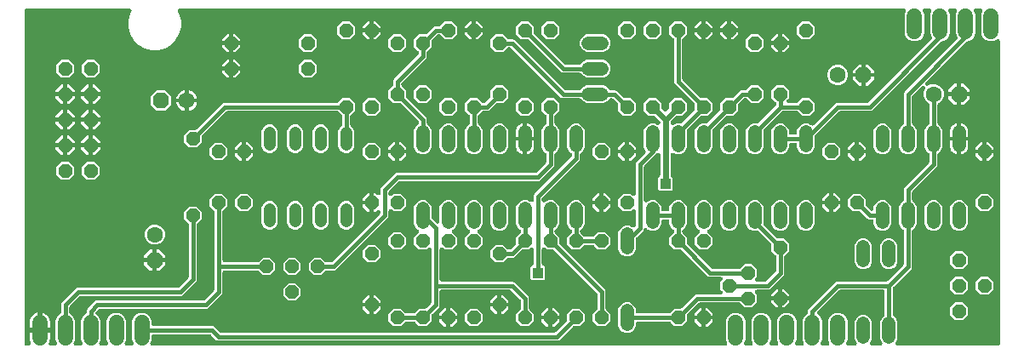
<source format=gbr>
G04 EAGLE Gerber RS-274X export*
G75*
%MOMM*%
%FSLAX34Y34*%
%LPD*%
%INTop Copper*%
%IPPOS*%
%AMOC8*
5,1,8,0,0,1.08239X$1,22.5*%
G01*
%ADD10P,1.429621X8X112.500000*%
%ADD11P,1.429621X8X292.500000*%
%ADD12C,1.320800*%
%ADD13P,1.429621X8X202.500000*%
%ADD14P,1.429621X8X22.500000*%
%ADD15C,1.524000*%
%ADD16P,1.732040X8X202.500000*%
%ADD17C,1.600200*%
%ADD18P,1.732040X8X292.500000*%
%ADD19P,1.539592X8X112.500000*%
%ADD20P,1.732040X8X22.500000*%
%ADD21C,1.208000*%
%ADD22C,0.609600*%
%ADD23R,1.006400X1.006400*%
%ADD24C,0.406400*%

G36*
X14657Y10170D02*
X14657Y10170D01*
X14750Y10169D01*
X14857Y10190D01*
X14965Y10201D01*
X15054Y10228D01*
X15145Y10246D01*
X15246Y10287D01*
X15349Y10319D01*
X15431Y10363D01*
X15518Y10399D01*
X15608Y10459D01*
X15703Y10511D01*
X15775Y10570D01*
X15853Y10622D01*
X15929Y10699D01*
X16013Y10768D01*
X16071Y10841D01*
X16137Y10907D01*
X16197Y10997D01*
X16265Y11082D01*
X16308Y11165D01*
X16360Y11242D01*
X16401Y11343D01*
X16451Y11439D01*
X16476Y11529D01*
X16512Y11615D01*
X16532Y11722D01*
X16562Y11826D01*
X16570Y11919D01*
X16587Y12011D01*
X16586Y12119D01*
X16595Y12228D01*
X16584Y12320D01*
X16583Y12413D01*
X16561Y12520D01*
X16548Y12627D01*
X16519Y12716D01*
X16500Y12807D01*
X16449Y12931D01*
X16423Y13010D01*
X16399Y13053D01*
X16374Y13114D01*
X15984Y13880D01*
X15489Y15401D01*
X15239Y16980D01*
X15239Y22861D01*
X24892Y22861D01*
X24910Y22862D01*
X24927Y22861D01*
X25110Y22882D01*
X25292Y22901D01*
X25309Y22906D01*
X25327Y22908D01*
X25405Y22933D01*
X25542Y22894D01*
X25560Y22892D01*
X25577Y22888D01*
X25908Y22861D01*
X35561Y22861D01*
X35561Y16980D01*
X35311Y15401D01*
X34816Y13880D01*
X34426Y13114D01*
X34392Y13027D01*
X34349Y12945D01*
X34319Y12840D01*
X34280Y12739D01*
X34264Y12647D01*
X34238Y12558D01*
X34229Y12449D01*
X34210Y12343D01*
X34213Y12249D01*
X34205Y12156D01*
X34218Y12049D01*
X34221Y11940D01*
X34241Y11849D01*
X34252Y11757D01*
X34286Y11653D01*
X34310Y11548D01*
X34348Y11462D01*
X34377Y11374D01*
X34430Y11279D01*
X34475Y11180D01*
X34529Y11104D01*
X34575Y11023D01*
X34646Y10941D01*
X34709Y10853D01*
X34777Y10789D01*
X34838Y10718D01*
X34924Y10652D01*
X35003Y10578D01*
X35082Y10529D01*
X35156Y10472D01*
X35253Y10423D01*
X35346Y10366D01*
X35433Y10334D01*
X35517Y10292D01*
X35621Y10264D01*
X35723Y10227D01*
X35815Y10212D01*
X35905Y10188D01*
X36039Y10177D01*
X36121Y10164D01*
X36170Y10166D01*
X36236Y10161D01*
X40468Y10161D01*
X40481Y10162D01*
X40495Y10161D01*
X40681Y10182D01*
X40869Y10201D01*
X40881Y10205D01*
X40895Y10206D01*
X41074Y10264D01*
X41254Y10319D01*
X41265Y10325D01*
X41278Y10329D01*
X41443Y10421D01*
X41608Y10511D01*
X41618Y10519D01*
X41630Y10526D01*
X41772Y10648D01*
X41917Y10768D01*
X41925Y10779D01*
X41935Y10787D01*
X42051Y10935D01*
X42169Y11082D01*
X42175Y11094D01*
X42184Y11104D01*
X42268Y11273D01*
X42355Y11439D01*
X42358Y11452D01*
X42364Y11464D01*
X42414Y11645D01*
X42466Y11826D01*
X42467Y11840D01*
X42471Y11853D01*
X42484Y12041D01*
X42499Y12228D01*
X42497Y12241D01*
X42498Y12254D01*
X42474Y12442D01*
X42452Y12627D01*
X42448Y12640D01*
X42446Y12653D01*
X42345Y12969D01*
X41147Y15860D01*
X41147Y34940D01*
X42617Y38488D01*
X45332Y41203D01*
X45481Y41265D01*
X45501Y41275D01*
X45522Y41282D01*
X45678Y41371D01*
X45836Y41455D01*
X45853Y41469D01*
X45873Y41480D01*
X46008Y41597D01*
X46147Y41712D01*
X46161Y41729D01*
X46178Y41743D01*
X46287Y41884D01*
X46400Y42024D01*
X46411Y42044D01*
X46424Y42062D01*
X46504Y42222D01*
X46587Y42381D01*
X46594Y42402D01*
X46604Y42422D01*
X46650Y42595D01*
X46700Y42767D01*
X46702Y42789D01*
X46708Y42811D01*
X46735Y43142D01*
X46735Y51609D01*
X47354Y53102D01*
X48783Y54531D01*
X48783Y54532D01*
X61198Y66946D01*
X62691Y67565D01*
X162575Y67565D01*
X162602Y67567D01*
X162628Y67565D01*
X162802Y67587D01*
X162976Y67605D01*
X163001Y67612D01*
X163028Y67616D01*
X163193Y67671D01*
X163360Y67723D01*
X163384Y67736D01*
X163409Y67744D01*
X163561Y67831D01*
X163715Y67915D01*
X163735Y67932D01*
X163758Y67945D01*
X164011Y68160D01*
X173140Y77289D01*
X173157Y77309D01*
X173178Y77327D01*
X173285Y77465D01*
X173395Y77600D01*
X173408Y77624D01*
X173424Y77645D01*
X173502Y77802D01*
X173584Y77956D01*
X173592Y77981D01*
X173604Y78006D01*
X173649Y78175D01*
X173699Y78342D01*
X173701Y78368D01*
X173708Y78394D01*
X173735Y78725D01*
X173735Y130709D01*
X173733Y130736D01*
X173735Y130763D01*
X173713Y130936D01*
X173695Y131110D01*
X173688Y131135D01*
X173684Y131162D01*
X173628Y131328D01*
X173577Y131495D01*
X173564Y131518D01*
X173556Y131544D01*
X173469Y131695D01*
X173385Y131849D01*
X173368Y131869D01*
X173355Y131893D01*
X173140Y132146D01*
X169163Y136123D01*
X169163Y143277D01*
X174223Y148337D01*
X181377Y148337D01*
X186437Y143277D01*
X186437Y136123D01*
X182460Y132146D01*
X182443Y132125D01*
X182422Y132107D01*
X182315Y131969D01*
X182205Y131834D01*
X182192Y131810D01*
X182176Y131789D01*
X182098Y131633D01*
X182016Y131478D01*
X182008Y131453D01*
X181996Y131429D01*
X181951Y131259D01*
X181901Y131092D01*
X181899Y131066D01*
X181892Y131040D01*
X181865Y130709D01*
X181865Y75391D01*
X181246Y73898D01*
X167402Y60054D01*
X165909Y59435D01*
X66025Y59435D01*
X65998Y59433D01*
X65972Y59435D01*
X65798Y59413D01*
X65624Y59395D01*
X65599Y59388D01*
X65572Y59384D01*
X65407Y59329D01*
X65240Y59277D01*
X65216Y59264D01*
X65191Y59256D01*
X65039Y59169D01*
X64885Y59085D01*
X64865Y59068D01*
X64842Y59055D01*
X64589Y58840D01*
X55460Y49711D01*
X55443Y49691D01*
X55422Y49673D01*
X55315Y49535D01*
X55205Y49400D01*
X55192Y49376D01*
X55176Y49355D01*
X55098Y49198D01*
X55016Y49044D01*
X55008Y49019D01*
X54996Y48994D01*
X54951Y48825D01*
X54901Y48658D01*
X54899Y48632D01*
X54892Y48606D01*
X54865Y48275D01*
X54865Y43142D01*
X54867Y43119D01*
X54865Y43097D01*
X54887Y42919D01*
X54905Y42741D01*
X54911Y42720D01*
X54914Y42697D01*
X54970Y42528D01*
X55023Y42356D01*
X55033Y42336D01*
X55040Y42315D01*
X55129Y42160D01*
X55215Y42002D01*
X55229Y41985D01*
X55240Y41966D01*
X55357Y41831D01*
X55472Y41693D01*
X55490Y41679D01*
X55504Y41662D01*
X55646Y41553D01*
X55786Y41440D01*
X55806Y41430D01*
X55824Y41417D01*
X56119Y41265D01*
X56268Y41203D01*
X58983Y38488D01*
X60453Y34940D01*
X60453Y15860D01*
X59255Y12969D01*
X59251Y12956D01*
X59245Y12945D01*
X59194Y12765D01*
X59139Y12584D01*
X59138Y12571D01*
X59134Y12558D01*
X59119Y12370D01*
X59101Y12183D01*
X59102Y12170D01*
X59101Y12156D01*
X59123Y11970D01*
X59142Y11783D01*
X59146Y11770D01*
X59148Y11757D01*
X59206Y11578D01*
X59262Y11398D01*
X59269Y11387D01*
X59273Y11374D01*
X59366Y11209D01*
X59456Y11045D01*
X59464Y11035D01*
X59471Y11023D01*
X59594Y10881D01*
X59715Y10737D01*
X59725Y10729D01*
X59734Y10718D01*
X59882Y10603D01*
X60030Y10486D01*
X60041Y10480D01*
X60052Y10472D01*
X60221Y10388D01*
X60388Y10302D01*
X60400Y10298D01*
X60413Y10292D01*
X60595Y10243D01*
X60775Y10192D01*
X60788Y10191D01*
X60801Y10188D01*
X61132Y10161D01*
X65868Y10161D01*
X65881Y10162D01*
X65895Y10161D01*
X66081Y10182D01*
X66269Y10201D01*
X66281Y10205D01*
X66295Y10206D01*
X66474Y10264D01*
X66654Y10319D01*
X66665Y10325D01*
X66678Y10329D01*
X66843Y10421D01*
X67008Y10511D01*
X67018Y10519D01*
X67030Y10526D01*
X67172Y10648D01*
X67317Y10768D01*
X67325Y10779D01*
X67335Y10787D01*
X67451Y10935D01*
X67569Y11082D01*
X67575Y11094D01*
X67584Y11104D01*
X67668Y11273D01*
X67755Y11439D01*
X67758Y11452D01*
X67764Y11464D01*
X67814Y11645D01*
X67866Y11826D01*
X67867Y11840D01*
X67871Y11853D01*
X67884Y12041D01*
X67899Y12228D01*
X67897Y12241D01*
X67898Y12254D01*
X67874Y12442D01*
X67852Y12627D01*
X67848Y12640D01*
X67846Y12653D01*
X67745Y12969D01*
X66547Y15860D01*
X66547Y34940D01*
X68017Y38488D01*
X70732Y41203D01*
X70881Y41265D01*
X70901Y41275D01*
X70922Y41282D01*
X71078Y41371D01*
X71236Y41455D01*
X71253Y41469D01*
X71273Y41480D01*
X71408Y41597D01*
X71547Y41712D01*
X71561Y41729D01*
X71578Y41743D01*
X71687Y41884D01*
X71800Y42024D01*
X71811Y42044D01*
X71824Y42062D01*
X71904Y42222D01*
X71987Y42381D01*
X71994Y42402D01*
X72004Y42422D01*
X72050Y42595D01*
X72100Y42767D01*
X72102Y42789D01*
X72108Y42811D01*
X72135Y43142D01*
X72135Y45259D01*
X72754Y46752D01*
X80248Y54246D01*
X81741Y54865D01*
X187975Y54865D01*
X188002Y54867D01*
X188028Y54865D01*
X188202Y54887D01*
X188376Y54905D01*
X188401Y54912D01*
X188428Y54916D01*
X188593Y54971D01*
X188760Y55023D01*
X188784Y55036D01*
X188809Y55044D01*
X188961Y55131D01*
X189115Y55215D01*
X189135Y55232D01*
X189158Y55245D01*
X189411Y55460D01*
X198540Y64589D01*
X198557Y64609D01*
X198578Y64627D01*
X198685Y64765D01*
X198795Y64900D01*
X198808Y64924D01*
X198824Y64945D01*
X198902Y65102D01*
X198984Y65256D01*
X198992Y65281D01*
X199004Y65306D01*
X199049Y65475D01*
X199099Y65642D01*
X199101Y65668D01*
X199108Y65694D01*
X199135Y66025D01*
X199135Y143409D01*
X199133Y143436D01*
X199135Y143462D01*
X199113Y143636D01*
X199095Y143810D01*
X199088Y143835D01*
X199084Y143862D01*
X199029Y144028D01*
X198977Y144195D01*
X198964Y144218D01*
X198956Y144244D01*
X198869Y144395D01*
X198785Y144549D01*
X198768Y144569D01*
X198755Y144592D01*
X198540Y144845D01*
X194563Y148823D01*
X194563Y155977D01*
X199623Y161037D01*
X206777Y161037D01*
X211837Y155977D01*
X211837Y148823D01*
X207860Y144845D01*
X207843Y144825D01*
X207822Y144807D01*
X207715Y144669D01*
X207605Y144534D01*
X207592Y144510D01*
X207576Y144489D01*
X207498Y144332D01*
X207416Y144178D01*
X207408Y144153D01*
X207396Y144129D01*
X207351Y143959D01*
X207301Y143792D01*
X207299Y143766D01*
X207292Y143740D01*
X207265Y143409D01*
X207265Y94996D01*
X207267Y94978D01*
X207265Y94960D01*
X207286Y94778D01*
X207305Y94595D01*
X207310Y94578D01*
X207312Y94561D01*
X207369Y94386D01*
X207423Y94210D01*
X207431Y94195D01*
X207437Y94178D01*
X207527Y94018D01*
X207615Y93856D01*
X207626Y93843D01*
X207635Y93827D01*
X207755Y93688D01*
X207872Y93547D01*
X207886Y93536D01*
X207898Y93522D01*
X208043Y93410D01*
X208186Y93295D01*
X208202Y93287D01*
X208216Y93276D01*
X208381Y93194D01*
X208543Y93109D01*
X208560Y93104D01*
X208576Y93096D01*
X208755Y93049D01*
X208930Y92998D01*
X208948Y92996D01*
X208965Y92992D01*
X209296Y92965D01*
X241834Y92965D01*
X241861Y92967D01*
X241887Y92965D01*
X242061Y92987D01*
X242235Y93005D01*
X242260Y93012D01*
X242287Y93016D01*
X242453Y93071D01*
X242620Y93123D01*
X242643Y93136D01*
X242669Y93144D01*
X242820Y93231D01*
X242974Y93315D01*
X242994Y93332D01*
X243017Y93345D01*
X243270Y93560D01*
X247248Y97537D01*
X254402Y97537D01*
X259462Y92477D01*
X259462Y85323D01*
X254402Y80263D01*
X247248Y80263D01*
X243270Y84240D01*
X243250Y84257D01*
X243232Y84278D01*
X243094Y84385D01*
X242959Y84495D01*
X242935Y84508D01*
X242914Y84524D01*
X242757Y84602D01*
X242603Y84684D01*
X242578Y84692D01*
X242554Y84704D01*
X242384Y84749D01*
X242217Y84799D01*
X242191Y84801D01*
X242165Y84808D01*
X241834Y84835D01*
X209296Y84835D01*
X209278Y84833D01*
X209260Y84835D01*
X209078Y84814D01*
X208895Y84795D01*
X208878Y84790D01*
X208861Y84788D01*
X208686Y84731D01*
X208510Y84677D01*
X208495Y84669D01*
X208478Y84663D01*
X208318Y84573D01*
X208156Y84485D01*
X208143Y84474D01*
X208127Y84465D01*
X207988Y84345D01*
X207847Y84228D01*
X207836Y84214D01*
X207822Y84202D01*
X207710Y84057D01*
X207595Y83914D01*
X207587Y83898D01*
X207576Y83884D01*
X207494Y83719D01*
X207409Y83557D01*
X207404Y83540D01*
X207396Y83524D01*
X207349Y83345D01*
X207298Y83170D01*
X207296Y83152D01*
X207292Y83135D01*
X207265Y82804D01*
X207265Y62691D01*
X206646Y61198D01*
X194232Y48783D01*
X194231Y48783D01*
X192802Y47354D01*
X191309Y46735D01*
X85075Y46735D01*
X85048Y46733D01*
X85022Y46735D01*
X84848Y46713D01*
X84674Y46695D01*
X84649Y46688D01*
X84622Y46684D01*
X84456Y46628D01*
X84290Y46577D01*
X84266Y46565D01*
X84241Y46556D01*
X84089Y46469D01*
X83935Y46385D01*
X83915Y46368D01*
X83892Y46355D01*
X83639Y46140D01*
X81621Y44123D01*
X81610Y44109D01*
X81596Y44097D01*
X81482Y43953D01*
X81366Y43811D01*
X81358Y43795D01*
X81347Y43781D01*
X81263Y43617D01*
X81177Y43455D01*
X81172Y43438D01*
X81164Y43422D01*
X81115Y43245D01*
X81063Y43070D01*
X81061Y43052D01*
X81056Y43035D01*
X81043Y42852D01*
X81026Y42669D01*
X81028Y42651D01*
X81027Y42633D01*
X81050Y42451D01*
X81070Y42268D01*
X81075Y42251D01*
X81077Y42234D01*
X81135Y42060D01*
X81191Y41884D01*
X81200Y41869D01*
X81205Y41852D01*
X81297Y41693D01*
X81386Y41532D01*
X81397Y41518D01*
X81406Y41503D01*
X81621Y41250D01*
X84383Y38488D01*
X85853Y34940D01*
X85853Y15860D01*
X84655Y12969D01*
X84651Y12956D01*
X84645Y12945D01*
X84594Y12765D01*
X84539Y12584D01*
X84538Y12571D01*
X84534Y12558D01*
X84519Y12370D01*
X84501Y12183D01*
X84502Y12170D01*
X84501Y12156D01*
X84523Y11970D01*
X84542Y11783D01*
X84546Y11770D01*
X84548Y11757D01*
X84606Y11578D01*
X84662Y11398D01*
X84669Y11387D01*
X84673Y11374D01*
X84766Y11209D01*
X84856Y11045D01*
X84864Y11035D01*
X84871Y11023D01*
X84994Y10881D01*
X85115Y10737D01*
X85125Y10729D01*
X85134Y10718D01*
X85282Y10603D01*
X85430Y10486D01*
X85441Y10480D01*
X85452Y10472D01*
X85621Y10388D01*
X85788Y10302D01*
X85800Y10298D01*
X85813Y10292D01*
X85995Y10243D01*
X86175Y10192D01*
X86188Y10191D01*
X86201Y10188D01*
X86532Y10161D01*
X91268Y10161D01*
X91281Y10162D01*
X91295Y10161D01*
X91481Y10182D01*
X91669Y10201D01*
X91681Y10205D01*
X91695Y10206D01*
X91874Y10264D01*
X92054Y10319D01*
X92065Y10325D01*
X92078Y10329D01*
X92243Y10421D01*
X92408Y10511D01*
X92418Y10519D01*
X92430Y10526D01*
X92572Y10648D01*
X92717Y10768D01*
X92725Y10779D01*
X92735Y10787D01*
X92851Y10935D01*
X92969Y11082D01*
X92975Y11094D01*
X92984Y11104D01*
X93068Y11273D01*
X93155Y11439D01*
X93158Y11452D01*
X93164Y11464D01*
X93214Y11645D01*
X93266Y11826D01*
X93267Y11840D01*
X93271Y11853D01*
X93284Y12041D01*
X93299Y12228D01*
X93297Y12241D01*
X93298Y12254D01*
X93274Y12442D01*
X93252Y12627D01*
X93248Y12640D01*
X93246Y12653D01*
X93145Y12969D01*
X91947Y15860D01*
X91947Y34940D01*
X93417Y38488D01*
X96132Y41203D01*
X99680Y42673D01*
X103520Y42673D01*
X107068Y41203D01*
X109783Y38488D01*
X111253Y34940D01*
X111253Y15860D01*
X110055Y12969D01*
X110051Y12956D01*
X110045Y12945D01*
X109994Y12765D01*
X109939Y12584D01*
X109938Y12571D01*
X109934Y12558D01*
X109919Y12370D01*
X109901Y12183D01*
X109902Y12170D01*
X109901Y12156D01*
X109923Y11970D01*
X109942Y11783D01*
X109946Y11770D01*
X109948Y11757D01*
X110006Y11578D01*
X110062Y11398D01*
X110069Y11387D01*
X110073Y11374D01*
X110166Y11209D01*
X110256Y11045D01*
X110264Y11035D01*
X110271Y11023D01*
X110394Y10881D01*
X110515Y10737D01*
X110525Y10729D01*
X110534Y10718D01*
X110682Y10603D01*
X110830Y10486D01*
X110841Y10480D01*
X110852Y10472D01*
X111021Y10388D01*
X111188Y10302D01*
X111200Y10298D01*
X111213Y10292D01*
X111395Y10243D01*
X111575Y10192D01*
X111588Y10191D01*
X111601Y10188D01*
X111932Y10161D01*
X116668Y10161D01*
X116681Y10162D01*
X116695Y10161D01*
X116881Y10182D01*
X117069Y10201D01*
X117081Y10205D01*
X117095Y10206D01*
X117274Y10264D01*
X117454Y10319D01*
X117465Y10325D01*
X117478Y10329D01*
X117643Y10421D01*
X117808Y10511D01*
X117818Y10519D01*
X117830Y10526D01*
X117972Y10648D01*
X118117Y10768D01*
X118125Y10779D01*
X118135Y10787D01*
X118251Y10935D01*
X118369Y11082D01*
X118375Y11094D01*
X118384Y11104D01*
X118468Y11273D01*
X118555Y11439D01*
X118558Y11452D01*
X118564Y11464D01*
X118614Y11645D01*
X118666Y11826D01*
X118667Y11840D01*
X118671Y11853D01*
X118684Y12041D01*
X118699Y12228D01*
X118697Y12241D01*
X118698Y12254D01*
X118674Y12442D01*
X118652Y12627D01*
X118648Y12640D01*
X118646Y12653D01*
X118545Y12969D01*
X117347Y15860D01*
X117347Y34940D01*
X118817Y38488D01*
X121532Y41203D01*
X125080Y42673D01*
X128920Y42673D01*
X132468Y41203D01*
X135183Y38488D01*
X136653Y34940D01*
X136653Y31496D01*
X136655Y31478D01*
X136653Y31460D01*
X136674Y31278D01*
X136693Y31095D01*
X136698Y31078D01*
X136700Y31061D01*
X136757Y30886D01*
X136811Y30710D01*
X136819Y30695D01*
X136825Y30678D01*
X136915Y30518D01*
X137003Y30356D01*
X137014Y30343D01*
X137023Y30327D01*
X137143Y30188D01*
X137260Y30047D01*
X137274Y30036D01*
X137286Y30022D01*
X137431Y29910D01*
X137574Y29795D01*
X137590Y29787D01*
X137604Y29776D01*
X137769Y29694D01*
X137931Y29609D01*
X137948Y29604D01*
X137964Y29596D01*
X138143Y29549D01*
X138318Y29498D01*
X138336Y29496D01*
X138353Y29492D01*
X138684Y29465D01*
X197659Y29465D01*
X199152Y28846D01*
X204289Y23710D01*
X204309Y23693D01*
X204327Y23672D01*
X204465Y23565D01*
X204600Y23455D01*
X204624Y23442D01*
X204645Y23426D01*
X204802Y23348D01*
X204956Y23266D01*
X204981Y23258D01*
X205006Y23246D01*
X205175Y23201D01*
X205342Y23151D01*
X205368Y23149D01*
X205394Y23142D01*
X205725Y23115D01*
X537225Y23115D01*
X537252Y23117D01*
X537278Y23115D01*
X537452Y23137D01*
X537626Y23155D01*
X537651Y23162D01*
X537678Y23166D01*
X537843Y23221D01*
X538010Y23273D01*
X538034Y23286D01*
X538059Y23294D01*
X538211Y23381D01*
X538365Y23465D01*
X538385Y23482D01*
X538408Y23495D01*
X538661Y23710D01*
X549568Y34617D01*
X549585Y34637D01*
X549606Y34655D01*
X549713Y34793D01*
X549823Y34928D01*
X549836Y34952D01*
X549852Y34973D01*
X549930Y35130D01*
X550012Y35284D01*
X550020Y35309D01*
X550032Y35334D01*
X550077Y35503D01*
X550127Y35670D01*
X550129Y35696D01*
X550136Y35722D01*
X550163Y36053D01*
X550163Y41677D01*
X555223Y46737D01*
X562377Y46737D01*
X567437Y41677D01*
X567437Y34523D01*
X562377Y29463D01*
X556753Y29463D01*
X556726Y29461D01*
X556700Y29463D01*
X556526Y29441D01*
X556352Y29423D01*
X556327Y29416D01*
X556300Y29412D01*
X556135Y29357D01*
X555968Y29305D01*
X555944Y29292D01*
X555919Y29284D01*
X555767Y29197D01*
X555613Y29113D01*
X555593Y29096D01*
X555570Y29083D01*
X555317Y28868D01*
X542052Y15604D01*
X540559Y14985D01*
X202391Y14985D01*
X200898Y15604D01*
X195761Y20740D01*
X195741Y20757D01*
X195723Y20778D01*
X195585Y20885D01*
X195450Y20995D01*
X195426Y21008D01*
X195405Y21024D01*
X195248Y21102D01*
X195094Y21184D01*
X195069Y21192D01*
X195044Y21204D01*
X194875Y21249D01*
X194708Y21299D01*
X194682Y21301D01*
X194656Y21308D01*
X194325Y21335D01*
X138684Y21335D01*
X138666Y21333D01*
X138648Y21335D01*
X138466Y21314D01*
X138283Y21295D01*
X138266Y21290D01*
X138249Y21288D01*
X138074Y21231D01*
X137898Y21177D01*
X137883Y21169D01*
X137866Y21163D01*
X137706Y21073D01*
X137544Y20985D01*
X137531Y20974D01*
X137515Y20965D01*
X137376Y20845D01*
X137235Y20728D01*
X137224Y20714D01*
X137210Y20702D01*
X137098Y20557D01*
X136983Y20414D01*
X136975Y20398D01*
X136964Y20384D01*
X136882Y20219D01*
X136797Y20057D01*
X136792Y20040D01*
X136784Y20024D01*
X136737Y19845D01*
X136686Y19670D01*
X136684Y19652D01*
X136680Y19635D01*
X136653Y19304D01*
X136653Y15860D01*
X135455Y12969D01*
X135451Y12956D01*
X135445Y12945D01*
X135394Y12765D01*
X135339Y12584D01*
X135338Y12571D01*
X135334Y12558D01*
X135319Y12370D01*
X135301Y12183D01*
X135302Y12170D01*
X135301Y12156D01*
X135323Y11970D01*
X135342Y11783D01*
X135346Y11770D01*
X135348Y11757D01*
X135406Y11578D01*
X135462Y11398D01*
X135469Y11387D01*
X135473Y11374D01*
X135566Y11209D01*
X135656Y11045D01*
X135664Y11035D01*
X135671Y11023D01*
X135794Y10881D01*
X135915Y10737D01*
X135925Y10729D01*
X135934Y10718D01*
X136082Y10603D01*
X136230Y10486D01*
X136241Y10480D01*
X136252Y10472D01*
X136421Y10388D01*
X136588Y10302D01*
X136600Y10298D01*
X136613Y10292D01*
X136795Y10243D01*
X136975Y10192D01*
X136988Y10191D01*
X137001Y10188D01*
X137332Y10161D01*
X707218Y10161D01*
X707231Y10162D01*
X707245Y10161D01*
X707431Y10182D01*
X707619Y10201D01*
X707631Y10205D01*
X707645Y10206D01*
X707824Y10264D01*
X708004Y10319D01*
X708015Y10325D01*
X708028Y10329D01*
X708193Y10421D01*
X708358Y10511D01*
X708368Y10519D01*
X708380Y10526D01*
X708522Y10648D01*
X708667Y10768D01*
X708675Y10779D01*
X708685Y10787D01*
X708801Y10935D01*
X708919Y11082D01*
X708925Y11094D01*
X708934Y11104D01*
X709018Y11273D01*
X709105Y11439D01*
X709108Y11452D01*
X709114Y11464D01*
X709164Y11645D01*
X709216Y11826D01*
X709217Y11840D01*
X709221Y11853D01*
X709234Y12041D01*
X709249Y12228D01*
X709247Y12241D01*
X709248Y12254D01*
X709224Y12442D01*
X709202Y12627D01*
X709198Y12640D01*
X709196Y12653D01*
X709095Y12969D01*
X707897Y15860D01*
X707897Y34940D01*
X709367Y38488D01*
X712082Y41203D01*
X715630Y42673D01*
X719470Y42673D01*
X723018Y41203D01*
X725733Y38488D01*
X727203Y34940D01*
X727203Y15860D01*
X726005Y12969D01*
X726001Y12956D01*
X725995Y12945D01*
X725944Y12765D01*
X725889Y12584D01*
X725888Y12571D01*
X725884Y12558D01*
X725869Y12370D01*
X725851Y12183D01*
X725852Y12170D01*
X725851Y12156D01*
X725873Y11970D01*
X725892Y11783D01*
X725896Y11770D01*
X725898Y11757D01*
X725956Y11578D01*
X726012Y11398D01*
X726019Y11387D01*
X726023Y11374D01*
X726116Y11209D01*
X726206Y11045D01*
X726214Y11035D01*
X726221Y11023D01*
X726344Y10881D01*
X726465Y10737D01*
X726475Y10729D01*
X726484Y10718D01*
X726632Y10603D01*
X726780Y10486D01*
X726791Y10480D01*
X726802Y10472D01*
X726971Y10388D01*
X727138Y10302D01*
X727150Y10298D01*
X727163Y10292D01*
X727345Y10243D01*
X727525Y10192D01*
X727538Y10191D01*
X727551Y10188D01*
X727882Y10161D01*
X732618Y10161D01*
X732631Y10162D01*
X732645Y10161D01*
X732831Y10182D01*
X733019Y10201D01*
X733031Y10205D01*
X733045Y10206D01*
X733224Y10264D01*
X733404Y10319D01*
X733415Y10325D01*
X733428Y10329D01*
X733593Y10421D01*
X733758Y10511D01*
X733768Y10519D01*
X733780Y10526D01*
X733922Y10648D01*
X734067Y10768D01*
X734075Y10779D01*
X734085Y10787D01*
X734201Y10935D01*
X734319Y11082D01*
X734325Y11094D01*
X734334Y11104D01*
X734418Y11273D01*
X734505Y11439D01*
X734508Y11452D01*
X734514Y11464D01*
X734564Y11645D01*
X734616Y11826D01*
X734617Y11840D01*
X734621Y11853D01*
X734634Y12041D01*
X734649Y12228D01*
X734647Y12241D01*
X734648Y12254D01*
X734624Y12442D01*
X734602Y12627D01*
X734598Y12640D01*
X734596Y12653D01*
X734495Y12969D01*
X733297Y15860D01*
X733297Y34940D01*
X734767Y38488D01*
X737482Y41203D01*
X741030Y42673D01*
X744870Y42673D01*
X748418Y41203D01*
X751133Y38488D01*
X752603Y34940D01*
X752603Y15860D01*
X751405Y12969D01*
X751401Y12956D01*
X751395Y12945D01*
X751344Y12765D01*
X751289Y12584D01*
X751288Y12571D01*
X751284Y12558D01*
X751269Y12370D01*
X751251Y12183D01*
X751252Y12170D01*
X751251Y12156D01*
X751273Y11970D01*
X751292Y11783D01*
X751296Y11770D01*
X751298Y11757D01*
X751356Y11578D01*
X751412Y11398D01*
X751419Y11387D01*
X751423Y11374D01*
X751516Y11209D01*
X751606Y11045D01*
X751614Y11035D01*
X751621Y11023D01*
X751744Y10881D01*
X751865Y10737D01*
X751875Y10729D01*
X751884Y10718D01*
X752032Y10603D01*
X752180Y10486D01*
X752191Y10480D01*
X752202Y10472D01*
X752371Y10388D01*
X752538Y10302D01*
X752550Y10298D01*
X752563Y10292D01*
X752745Y10243D01*
X752925Y10192D01*
X752938Y10191D01*
X752951Y10188D01*
X753282Y10161D01*
X758018Y10161D01*
X758031Y10162D01*
X758045Y10161D01*
X758231Y10182D01*
X758419Y10201D01*
X758431Y10205D01*
X758445Y10206D01*
X758624Y10264D01*
X758804Y10319D01*
X758815Y10325D01*
X758828Y10329D01*
X758993Y10421D01*
X759158Y10511D01*
X759168Y10519D01*
X759180Y10526D01*
X759322Y10648D01*
X759467Y10768D01*
X759475Y10779D01*
X759485Y10787D01*
X759601Y10935D01*
X759719Y11082D01*
X759725Y11094D01*
X759734Y11104D01*
X759818Y11273D01*
X759905Y11439D01*
X759908Y11452D01*
X759914Y11464D01*
X759964Y11645D01*
X760016Y11826D01*
X760017Y11840D01*
X760021Y11853D01*
X760034Y12041D01*
X760049Y12228D01*
X760047Y12241D01*
X760048Y12254D01*
X760024Y12442D01*
X760002Y12627D01*
X759998Y12640D01*
X759996Y12653D01*
X759895Y12969D01*
X758697Y15860D01*
X758697Y34940D01*
X760167Y38488D01*
X762882Y41203D01*
X766430Y42673D01*
X770270Y42673D01*
X773818Y41203D01*
X776533Y38488D01*
X778003Y34940D01*
X778003Y15860D01*
X776805Y12969D01*
X776801Y12956D01*
X776795Y12945D01*
X776744Y12765D01*
X776689Y12584D01*
X776688Y12571D01*
X776684Y12558D01*
X776669Y12370D01*
X776651Y12183D01*
X776652Y12170D01*
X776651Y12156D01*
X776673Y11970D01*
X776692Y11783D01*
X776696Y11770D01*
X776698Y11757D01*
X776756Y11578D01*
X776812Y11398D01*
X776819Y11387D01*
X776823Y11374D01*
X776916Y11209D01*
X777006Y11045D01*
X777014Y11035D01*
X777021Y11023D01*
X777144Y10881D01*
X777265Y10737D01*
X777275Y10729D01*
X777284Y10718D01*
X777432Y10603D01*
X777580Y10486D01*
X777591Y10480D01*
X777602Y10472D01*
X777771Y10388D01*
X777938Y10302D01*
X777950Y10298D01*
X777963Y10292D01*
X778145Y10243D01*
X778325Y10192D01*
X778338Y10191D01*
X778351Y10188D01*
X778682Y10161D01*
X783418Y10161D01*
X783431Y10162D01*
X783445Y10161D01*
X783631Y10182D01*
X783819Y10201D01*
X783831Y10205D01*
X783845Y10206D01*
X784024Y10264D01*
X784204Y10319D01*
X784215Y10325D01*
X784228Y10329D01*
X784393Y10421D01*
X784558Y10511D01*
X784568Y10519D01*
X784580Y10526D01*
X784722Y10648D01*
X784867Y10768D01*
X784875Y10779D01*
X784885Y10787D01*
X785001Y10935D01*
X785119Y11082D01*
X785125Y11094D01*
X785134Y11104D01*
X785218Y11273D01*
X785305Y11439D01*
X785308Y11452D01*
X785314Y11464D01*
X785364Y11645D01*
X785416Y11826D01*
X785417Y11840D01*
X785421Y11853D01*
X785434Y12041D01*
X785449Y12228D01*
X785447Y12241D01*
X785448Y12254D01*
X785424Y12442D01*
X785402Y12627D01*
X785398Y12640D01*
X785396Y12653D01*
X785295Y12969D01*
X784097Y15860D01*
X784097Y34940D01*
X785567Y38488D01*
X788282Y41203D01*
X788431Y41265D01*
X788451Y41275D01*
X788472Y41282D01*
X788628Y41371D01*
X788786Y41455D01*
X788803Y41469D01*
X788823Y41480D01*
X788958Y41597D01*
X789097Y41712D01*
X789111Y41729D01*
X789128Y41743D01*
X789237Y41884D01*
X789350Y42024D01*
X789361Y42044D01*
X789374Y42062D01*
X789454Y42222D01*
X789537Y42381D01*
X789544Y42402D01*
X789554Y42422D01*
X789600Y42595D01*
X789650Y42767D01*
X789652Y42789D01*
X789658Y42811D01*
X789685Y43142D01*
X789685Y45259D01*
X790304Y46752D01*
X816848Y73296D01*
X818341Y73915D01*
X867425Y73915D01*
X867452Y73917D01*
X867478Y73915D01*
X867652Y73937D01*
X867826Y73955D01*
X867851Y73962D01*
X867878Y73966D01*
X868044Y74022D01*
X868211Y74073D01*
X868234Y74086D01*
X868259Y74094D01*
X868411Y74181D01*
X868565Y74265D01*
X868585Y74282D01*
X868608Y74295D01*
X868861Y74510D01*
X884340Y89989D01*
X884357Y90009D01*
X884378Y90027D01*
X884485Y90165D01*
X884595Y90300D01*
X884608Y90324D01*
X884624Y90345D01*
X884702Y90502D01*
X884784Y90656D01*
X884792Y90681D01*
X884804Y90706D01*
X884849Y90875D01*
X884899Y91042D01*
X884901Y91068D01*
X884908Y91094D01*
X884935Y91425D01*
X884935Y124105D01*
X884933Y124132D01*
X884935Y124158D01*
X884913Y124332D01*
X884895Y124506D01*
X884888Y124531D01*
X884884Y124558D01*
X884829Y124724D01*
X884777Y124891D01*
X884764Y124914D01*
X884756Y124940D01*
X884669Y125091D01*
X884585Y125245D01*
X884568Y125265D01*
X884555Y125288D01*
X884340Y125541D01*
X881678Y128204D01*
X880363Y131378D01*
X880363Y148022D01*
X881678Y151196D01*
X884340Y153859D01*
X884357Y153879D01*
X884378Y153897D01*
X884485Y154035D01*
X884595Y154170D01*
X884608Y154194D01*
X884624Y154215D01*
X884702Y154372D01*
X884784Y154526D01*
X884792Y154551D01*
X884804Y154575D01*
X884849Y154745D01*
X884899Y154912D01*
X884901Y154938D01*
X884908Y154964D01*
X884935Y155295D01*
X884935Y165909D01*
X885554Y167402D01*
X909740Y191589D01*
X909757Y191609D01*
X909778Y191627D01*
X909885Y191765D01*
X909995Y191900D01*
X910008Y191924D01*
X910024Y191945D01*
X910102Y192101D01*
X910184Y192256D01*
X910192Y192281D01*
X910204Y192306D01*
X910249Y192475D01*
X910299Y192642D01*
X910301Y192668D01*
X910308Y192694D01*
X910335Y193025D01*
X910335Y200305D01*
X910333Y200332D01*
X910335Y200358D01*
X910313Y200532D01*
X910295Y200706D01*
X910288Y200731D01*
X910284Y200758D01*
X910229Y200924D01*
X910177Y201091D01*
X910164Y201114D01*
X910156Y201140D01*
X910069Y201291D01*
X909985Y201445D01*
X909968Y201465D01*
X909955Y201488D01*
X909740Y201741D01*
X907078Y204404D01*
X905763Y207578D01*
X905763Y224222D01*
X907078Y227396D01*
X909740Y230059D01*
X909757Y230079D01*
X909778Y230097D01*
X909885Y230235D01*
X909995Y230370D01*
X910008Y230394D01*
X910024Y230415D01*
X910102Y230572D01*
X910184Y230726D01*
X910192Y230751D01*
X910204Y230775D01*
X910249Y230945D01*
X910299Y231112D01*
X910301Y231138D01*
X910308Y231164D01*
X910335Y231495D01*
X910335Y249816D01*
X910333Y249838D01*
X910335Y249861D01*
X910313Y250038D01*
X910295Y250217D01*
X910289Y250238D01*
X910286Y250260D01*
X910230Y250430D01*
X910177Y250602D01*
X910167Y250621D01*
X910160Y250642D01*
X910071Y250798D01*
X909985Y250956D01*
X909971Y250973D01*
X909960Y250992D01*
X909842Y251128D01*
X909728Y251265D01*
X909710Y251279D01*
X909696Y251296D01*
X909553Y251405D01*
X909414Y251517D01*
X909394Y251527D01*
X909376Y251541D01*
X909081Y251693D01*
X908716Y251844D01*
X905894Y254666D01*
X904366Y258354D01*
X904366Y262346D01*
X905848Y265923D01*
X905849Y265927D01*
X905851Y265931D01*
X905906Y266116D01*
X905964Y266308D01*
X905965Y266313D01*
X905966Y266317D01*
X905984Y266515D01*
X906003Y266709D01*
X906002Y266714D01*
X906003Y266718D01*
X905981Y266916D01*
X905961Y267110D01*
X905960Y267114D01*
X905959Y267118D01*
X905899Y267308D01*
X905841Y267494D01*
X905839Y267498D01*
X905838Y267502D01*
X905743Y267674D01*
X905648Y267847D01*
X905645Y267851D01*
X905643Y267855D01*
X905517Y268002D01*
X905389Y268155D01*
X905385Y268158D01*
X905382Y268162D01*
X905229Y268283D01*
X905074Y268406D01*
X905070Y268408D01*
X905066Y268411D01*
X904891Y268500D01*
X904716Y268590D01*
X904712Y268592D01*
X904707Y268594D01*
X904516Y268647D01*
X904328Y268700D01*
X904324Y268700D01*
X904320Y268702D01*
X904118Y268716D01*
X903927Y268731D01*
X903923Y268731D01*
X903918Y268731D01*
X903721Y268706D01*
X903527Y268682D01*
X903523Y268681D01*
X903519Y268681D01*
X903335Y268619D01*
X903145Y268556D01*
X903141Y268554D01*
X903137Y268552D01*
X902966Y268454D01*
X902795Y268357D01*
X902792Y268354D01*
X902788Y268351D01*
X902535Y268137D01*
X893660Y259261D01*
X893643Y259241D01*
X893622Y259223D01*
X893515Y259085D01*
X893405Y258950D01*
X893392Y258926D01*
X893376Y258905D01*
X893298Y258748D01*
X893216Y258594D01*
X893208Y258569D01*
X893196Y258544D01*
X893151Y258375D01*
X893101Y258208D01*
X893099Y258182D01*
X893092Y258156D01*
X893065Y257825D01*
X893065Y231495D01*
X893067Y231468D01*
X893065Y231442D01*
X893087Y231268D01*
X893105Y231094D01*
X893112Y231069D01*
X893116Y231042D01*
X893171Y230876D01*
X893223Y230709D01*
X893236Y230686D01*
X893244Y230660D01*
X893331Y230509D01*
X893415Y230355D01*
X893432Y230335D01*
X893445Y230312D01*
X893660Y230059D01*
X896322Y227396D01*
X897637Y224222D01*
X897637Y207578D01*
X896322Y204404D01*
X893892Y201974D01*
X890718Y200659D01*
X887282Y200659D01*
X884108Y201974D01*
X881678Y204404D01*
X880363Y207578D01*
X880363Y224222D01*
X881678Y227396D01*
X884340Y230059D01*
X884357Y230079D01*
X884378Y230097D01*
X884485Y230235D01*
X884595Y230370D01*
X884608Y230394D01*
X884624Y230415D01*
X884702Y230572D01*
X884784Y230726D01*
X884792Y230751D01*
X884804Y230775D01*
X884849Y230945D01*
X884899Y231112D01*
X884901Y231138D01*
X884908Y231164D01*
X884935Y231495D01*
X884935Y261159D01*
X885554Y262652D01*
X937607Y314705D01*
X937621Y314722D01*
X937638Y314737D01*
X937748Y314877D01*
X937862Y315017D01*
X937872Y315036D01*
X937886Y315054D01*
X937966Y315214D01*
X938050Y315372D01*
X938057Y315394D01*
X938067Y315414D01*
X938114Y315586D01*
X938165Y315758D01*
X938167Y315780D01*
X938173Y315802D01*
X938185Y315979D01*
X938202Y316159D01*
X938199Y316181D01*
X938201Y316204D01*
X938177Y316381D01*
X938158Y316559D01*
X938151Y316581D01*
X938148Y316603D01*
X938047Y316919D01*
X936497Y320660D01*
X936497Y339740D01*
X937695Y342631D01*
X937699Y342644D01*
X937705Y342655D01*
X937756Y342835D01*
X937811Y343016D01*
X937812Y343029D01*
X937816Y343042D01*
X937831Y343230D01*
X937849Y343417D01*
X937848Y343430D01*
X937849Y343444D01*
X937827Y343630D01*
X937808Y343817D01*
X937804Y343830D01*
X937802Y343843D01*
X937744Y344022D01*
X937688Y344202D01*
X937681Y344213D01*
X937677Y344226D01*
X937584Y344391D01*
X937494Y344555D01*
X937486Y344565D01*
X937479Y344577D01*
X937356Y344719D01*
X937235Y344863D01*
X937225Y344871D01*
X937216Y344882D01*
X937068Y344997D01*
X936920Y345114D01*
X936909Y345120D01*
X936898Y345128D01*
X936729Y345212D01*
X936562Y345298D01*
X936550Y345302D01*
X936537Y345308D01*
X936355Y345357D01*
X936175Y345408D01*
X936162Y345409D01*
X936149Y345412D01*
X935818Y345439D01*
X931082Y345439D01*
X931069Y345438D01*
X931055Y345439D01*
X930869Y345418D01*
X930681Y345399D01*
X930669Y345395D01*
X930655Y345394D01*
X930476Y345336D01*
X930296Y345281D01*
X930285Y345275D01*
X930272Y345271D01*
X930107Y345179D01*
X929942Y345089D01*
X929932Y345081D01*
X929920Y345074D01*
X929778Y344952D01*
X929633Y344832D01*
X929625Y344821D01*
X929615Y344813D01*
X929499Y344665D01*
X929381Y344518D01*
X929375Y344506D01*
X929366Y344496D01*
X929282Y344327D01*
X929195Y344161D01*
X929192Y344148D01*
X929186Y344136D01*
X929136Y343955D01*
X929084Y343774D01*
X929083Y343760D01*
X929079Y343747D01*
X929066Y343559D01*
X929051Y343372D01*
X929053Y343359D01*
X929052Y343346D01*
X929076Y343158D01*
X929098Y342973D01*
X929102Y342960D01*
X929104Y342947D01*
X929205Y342631D01*
X930403Y339740D01*
X930403Y320660D01*
X928933Y317112D01*
X926218Y314397D01*
X922649Y312918D01*
X922540Y312905D01*
X922366Y312887D01*
X922341Y312880D01*
X922314Y312876D01*
X922149Y312821D01*
X921982Y312769D01*
X921958Y312756D01*
X921933Y312748D01*
X921781Y312661D01*
X921627Y312577D01*
X921607Y312560D01*
X921584Y312547D01*
X921331Y312332D01*
X853202Y244204D01*
X851709Y243585D01*
X821675Y243585D01*
X821648Y243583D01*
X821622Y243585D01*
X821448Y243563D01*
X821274Y243545D01*
X821249Y243538D01*
X821222Y243534D01*
X821057Y243479D01*
X820890Y243427D01*
X820866Y243414D01*
X820841Y243406D01*
X820689Y243319D01*
X820535Y243235D01*
X820515Y243218D01*
X820492Y243205D01*
X820239Y242990D01*
X796632Y219383D01*
X796615Y219363D01*
X796594Y219345D01*
X796487Y219207D01*
X796377Y219072D01*
X796364Y219048D01*
X796348Y219027D01*
X796270Y218870D01*
X796188Y218716D01*
X796180Y218691D01*
X796168Y218666D01*
X796123Y218497D01*
X796073Y218330D01*
X796071Y218304D01*
X796064Y218278D01*
X796037Y217947D01*
X796037Y207578D01*
X794722Y204404D01*
X792292Y201974D01*
X789118Y200659D01*
X785682Y200659D01*
X782508Y201974D01*
X780078Y204404D01*
X778763Y207578D01*
X778763Y209804D01*
X778761Y209822D01*
X778763Y209840D01*
X778742Y210022D01*
X778723Y210205D01*
X778718Y210222D01*
X778716Y210239D01*
X778659Y210414D01*
X778605Y210590D01*
X778597Y210605D01*
X778591Y210622D01*
X778501Y210782D01*
X778413Y210944D01*
X778402Y210957D01*
X778393Y210973D01*
X778273Y211112D01*
X778156Y211253D01*
X778142Y211264D01*
X778130Y211278D01*
X777985Y211390D01*
X777842Y211505D01*
X777826Y211513D01*
X777812Y211524D01*
X777647Y211606D01*
X777485Y211691D01*
X777468Y211696D01*
X777452Y211704D01*
X777273Y211751D01*
X777098Y211802D01*
X777080Y211804D01*
X777063Y211808D01*
X776732Y211835D01*
X772668Y211835D01*
X772650Y211833D01*
X772632Y211835D01*
X772450Y211814D01*
X772267Y211795D01*
X772250Y211790D01*
X772233Y211788D01*
X772058Y211731D01*
X771882Y211677D01*
X771867Y211669D01*
X771850Y211663D01*
X771690Y211573D01*
X771528Y211485D01*
X771515Y211474D01*
X771499Y211465D01*
X771360Y211345D01*
X771219Y211228D01*
X771208Y211214D01*
X771194Y211202D01*
X771082Y211057D01*
X770967Y210914D01*
X770959Y210898D01*
X770948Y210884D01*
X770866Y210719D01*
X770781Y210557D01*
X770776Y210540D01*
X770768Y210524D01*
X770721Y210345D01*
X770670Y210170D01*
X770668Y210152D01*
X770664Y210135D01*
X770637Y209804D01*
X770637Y207578D01*
X769322Y204404D01*
X766892Y201974D01*
X763718Y200659D01*
X760282Y200659D01*
X757108Y201974D01*
X754678Y204404D01*
X753363Y207578D01*
X753363Y224222D01*
X754678Y227396D01*
X757108Y229826D01*
X760282Y231141D01*
X763718Y231141D01*
X766892Y229826D01*
X769322Y227396D01*
X770637Y224222D01*
X770637Y221996D01*
X770639Y221978D01*
X770637Y221960D01*
X770658Y221778D01*
X770677Y221595D01*
X770682Y221578D01*
X770684Y221561D01*
X770741Y221386D01*
X770795Y221210D01*
X770803Y221195D01*
X770809Y221178D01*
X770899Y221018D01*
X770987Y220856D01*
X770998Y220843D01*
X771007Y220827D01*
X771127Y220688D01*
X771244Y220547D01*
X771258Y220536D01*
X771270Y220522D01*
X771415Y220410D01*
X771558Y220295D01*
X771574Y220287D01*
X771588Y220276D01*
X771753Y220194D01*
X771915Y220109D01*
X771932Y220104D01*
X771948Y220096D01*
X772127Y220049D01*
X772302Y219998D01*
X772320Y219996D01*
X772337Y219992D01*
X772668Y219965D01*
X776732Y219965D01*
X776750Y219967D01*
X776768Y219965D01*
X776950Y219986D01*
X777133Y220005D01*
X777150Y220010D01*
X777167Y220012D01*
X777342Y220069D01*
X777518Y220123D01*
X777533Y220131D01*
X777550Y220137D01*
X777710Y220227D01*
X777872Y220315D01*
X777885Y220326D01*
X777901Y220335D01*
X778040Y220455D01*
X778181Y220572D01*
X778192Y220586D01*
X778206Y220598D01*
X778318Y220743D01*
X778433Y220886D01*
X778441Y220902D01*
X778452Y220916D01*
X778534Y221081D01*
X778619Y221243D01*
X778624Y221260D01*
X778632Y221276D01*
X778679Y221455D01*
X778730Y221630D01*
X778732Y221648D01*
X778736Y221665D01*
X778763Y221996D01*
X778763Y224222D01*
X780078Y227396D01*
X782508Y229826D01*
X785682Y231141D01*
X789118Y231141D01*
X792292Y229826D01*
X792499Y229620D01*
X792512Y229608D01*
X792524Y229595D01*
X792669Y229480D01*
X792810Y229365D01*
X792826Y229356D01*
X792840Y229345D01*
X793004Y229262D01*
X793166Y229176D01*
X793183Y229171D01*
X793199Y229163D01*
X793375Y229114D01*
X793552Y229061D01*
X793569Y229059D01*
X793587Y229055D01*
X793770Y229041D01*
X793953Y229025D01*
X793970Y229027D01*
X793988Y229025D01*
X794171Y229048D01*
X794353Y229068D01*
X794370Y229073D01*
X794388Y229076D01*
X794562Y229134D01*
X794737Y229190D01*
X794752Y229198D01*
X794769Y229204D01*
X794929Y229296D01*
X795089Y229384D01*
X795103Y229396D01*
X795118Y229405D01*
X795371Y229620D01*
X816848Y251096D01*
X818341Y251715D01*
X848375Y251715D01*
X848402Y251717D01*
X848428Y251715D01*
X848602Y251737D01*
X848776Y251755D01*
X848801Y251762D01*
X848828Y251766D01*
X848993Y251821D01*
X849160Y251873D01*
X849184Y251886D01*
X849209Y251894D01*
X849361Y251981D01*
X849515Y252065D01*
X849535Y252082D01*
X849558Y252095D01*
X849811Y252310D01*
X912207Y314705D01*
X912221Y314722D01*
X912238Y314737D01*
X912348Y314877D01*
X912462Y315017D01*
X912472Y315036D01*
X912486Y315054D01*
X912566Y315214D01*
X912650Y315372D01*
X912657Y315394D01*
X912667Y315414D01*
X912714Y315586D01*
X912765Y315758D01*
X912767Y315780D01*
X912773Y315802D01*
X912785Y315979D01*
X912802Y316159D01*
X912799Y316181D01*
X912801Y316204D01*
X912777Y316381D01*
X912758Y316559D01*
X912751Y316581D01*
X912748Y316603D01*
X912647Y316919D01*
X911097Y320660D01*
X911097Y339740D01*
X912295Y342631D01*
X912299Y342644D01*
X912305Y342655D01*
X912356Y342835D01*
X912411Y343016D01*
X912412Y343029D01*
X912416Y343042D01*
X912431Y343230D01*
X912449Y343417D01*
X912448Y343430D01*
X912449Y343444D01*
X912427Y343630D01*
X912408Y343817D01*
X912404Y343830D01*
X912402Y343843D01*
X912344Y344022D01*
X912288Y344202D01*
X912281Y344213D01*
X912277Y344226D01*
X912184Y344391D01*
X912094Y344555D01*
X912086Y344565D01*
X912079Y344577D01*
X911956Y344719D01*
X911835Y344863D01*
X911825Y344871D01*
X911816Y344882D01*
X911668Y344997D01*
X911520Y345114D01*
X911509Y345120D01*
X911498Y345128D01*
X911329Y345212D01*
X911162Y345298D01*
X911150Y345302D01*
X911137Y345308D01*
X910955Y345357D01*
X910775Y345408D01*
X910762Y345409D01*
X910749Y345412D01*
X910418Y345439D01*
X905682Y345439D01*
X905669Y345438D01*
X905655Y345439D01*
X905469Y345418D01*
X905281Y345399D01*
X905269Y345395D01*
X905255Y345394D01*
X905077Y345337D01*
X904896Y345281D01*
X904885Y345275D01*
X904872Y345271D01*
X904708Y345179D01*
X904542Y345089D01*
X904532Y345081D01*
X904520Y345074D01*
X904377Y344951D01*
X904233Y344832D01*
X904225Y344821D01*
X904215Y344813D01*
X904098Y344664D01*
X903981Y344518D01*
X903975Y344506D01*
X903966Y344496D01*
X903881Y344326D01*
X903795Y344161D01*
X903792Y344148D01*
X903786Y344136D01*
X903736Y343954D01*
X903684Y343774D01*
X903683Y343760D01*
X903679Y343747D01*
X903666Y343561D01*
X903651Y343372D01*
X903653Y343359D01*
X903652Y343346D01*
X903676Y343159D01*
X903698Y342973D01*
X903702Y342960D01*
X903704Y342947D01*
X903805Y342631D01*
X905003Y339740D01*
X905003Y320660D01*
X903533Y317112D01*
X900818Y314397D01*
X897270Y312927D01*
X893430Y312927D01*
X889882Y314397D01*
X887167Y317112D01*
X885697Y320660D01*
X885697Y339740D01*
X886895Y342631D01*
X886899Y342644D01*
X886905Y342655D01*
X886957Y342836D01*
X887011Y343016D01*
X887012Y343029D01*
X887016Y343042D01*
X887032Y343231D01*
X887049Y343417D01*
X887048Y343430D01*
X887049Y343444D01*
X887027Y343630D01*
X887008Y343817D01*
X887004Y343830D01*
X887002Y343843D01*
X886944Y344021D01*
X886888Y344202D01*
X886881Y344213D01*
X886877Y344226D01*
X886785Y344390D01*
X886695Y344555D01*
X886686Y344565D01*
X886679Y344577D01*
X886556Y344719D01*
X886435Y344863D01*
X886425Y344871D01*
X886416Y344882D01*
X886268Y344996D01*
X886121Y345114D01*
X886109Y345120D01*
X886098Y345128D01*
X885930Y345212D01*
X885762Y345298D01*
X885750Y345302D01*
X885738Y345308D01*
X885555Y345357D01*
X885375Y345408D01*
X885362Y345409D01*
X885349Y345412D01*
X885018Y345439D01*
X164628Y345439D01*
X164482Y345425D01*
X164336Y345418D01*
X164282Y345405D01*
X164227Y345399D01*
X164087Y345356D01*
X163945Y345321D01*
X163895Y345298D01*
X163842Y345281D01*
X163714Y345212D01*
X163581Y345149D01*
X163537Y345116D01*
X163488Y345089D01*
X163376Y344996D01*
X163258Y344909D01*
X163221Y344867D01*
X163179Y344832D01*
X163087Y344718D01*
X162989Y344609D01*
X162961Y344561D01*
X162926Y344518D01*
X162859Y344388D01*
X162785Y344262D01*
X162766Y344210D01*
X162741Y344161D01*
X162701Y344020D01*
X162652Y343882D01*
X162645Y343827D01*
X162630Y343774D01*
X162618Y343628D01*
X162598Y343483D01*
X162601Y343428D01*
X162597Y343372D01*
X162614Y343227D01*
X162623Y343081D01*
X162637Y343028D01*
X162644Y342973D01*
X162689Y342834D01*
X162727Y342692D01*
X162754Y342635D01*
X162768Y342590D01*
X162810Y342517D01*
X162869Y342392D01*
X164078Y340298D01*
X165861Y333644D01*
X165861Y326756D01*
X164078Y320102D01*
X160634Y314137D01*
X155763Y309266D01*
X149798Y305822D01*
X143144Y304039D01*
X136256Y304039D01*
X129602Y305822D01*
X123637Y309266D01*
X118766Y314137D01*
X115322Y320102D01*
X113539Y326756D01*
X113539Y333644D01*
X115322Y340298D01*
X116531Y342392D01*
X116592Y342526D01*
X116659Y342655D01*
X116674Y342709D01*
X116697Y342759D01*
X116730Y342902D01*
X116770Y343042D01*
X116775Y343098D01*
X116787Y343152D01*
X116791Y343298D01*
X116803Y343444D01*
X116797Y343499D01*
X116798Y343554D01*
X116773Y343698D01*
X116756Y343843D01*
X116739Y343896D01*
X116730Y343951D01*
X116677Y344087D01*
X116632Y344226D01*
X116604Y344275D01*
X116584Y344326D01*
X116506Y344449D01*
X116434Y344577D01*
X116397Y344619D01*
X116368Y344666D01*
X116266Y344771D01*
X116171Y344882D01*
X116127Y344915D01*
X116088Y344956D01*
X115968Y345039D01*
X115852Y345128D01*
X115803Y345153D01*
X115757Y345185D01*
X115623Y345242D01*
X115492Y345308D01*
X115438Y345322D01*
X115387Y345344D01*
X115244Y345374D01*
X115103Y345412D01*
X115040Y345417D01*
X114993Y345427D01*
X114910Y345428D01*
X114772Y345439D01*
X12192Y345439D01*
X12174Y345437D01*
X12156Y345439D01*
X11974Y345418D01*
X11791Y345399D01*
X11774Y345394D01*
X11757Y345392D01*
X11582Y345335D01*
X11406Y345281D01*
X11391Y345273D01*
X11374Y345267D01*
X11214Y345177D01*
X11052Y345089D01*
X11039Y345078D01*
X11023Y345069D01*
X10884Y344949D01*
X10743Y344832D01*
X10732Y344818D01*
X10718Y344806D01*
X10606Y344661D01*
X10491Y344518D01*
X10483Y344502D01*
X10472Y344488D01*
X10390Y344323D01*
X10305Y344161D01*
X10300Y344144D01*
X10292Y344128D01*
X10245Y343949D01*
X10194Y343774D01*
X10192Y343756D01*
X10188Y343739D01*
X10161Y343408D01*
X10161Y12192D01*
X10163Y12174D01*
X10161Y12156D01*
X10182Y11974D01*
X10201Y11791D01*
X10206Y11774D01*
X10208Y11757D01*
X10265Y11582D01*
X10319Y11406D01*
X10327Y11391D01*
X10333Y11374D01*
X10423Y11214D01*
X10511Y11052D01*
X10522Y11039D01*
X10531Y11023D01*
X10651Y10884D01*
X10768Y10743D01*
X10782Y10732D01*
X10794Y10718D01*
X10939Y10606D01*
X11082Y10491D01*
X11098Y10483D01*
X11112Y10472D01*
X11277Y10390D01*
X11439Y10305D01*
X11456Y10300D01*
X11472Y10292D01*
X11651Y10245D01*
X11826Y10194D01*
X11844Y10192D01*
X11861Y10188D01*
X12192Y10161D01*
X14564Y10161D01*
X14657Y10170D01*
G37*
G36*
X978426Y10163D02*
X978426Y10163D01*
X978444Y10161D01*
X978626Y10182D01*
X978809Y10201D01*
X978826Y10206D01*
X978843Y10208D01*
X979018Y10265D01*
X979194Y10319D01*
X979209Y10327D01*
X979226Y10333D01*
X979386Y10423D01*
X979548Y10511D01*
X979561Y10522D01*
X979577Y10531D01*
X979716Y10651D01*
X979857Y10768D01*
X979868Y10782D01*
X979882Y10794D01*
X979994Y10939D01*
X980109Y11082D01*
X980117Y11098D01*
X980128Y11112D01*
X980210Y11277D01*
X980295Y11439D01*
X980300Y11456D01*
X980308Y11472D01*
X980355Y11651D01*
X980406Y11826D01*
X980408Y11844D01*
X980412Y11861D01*
X980439Y12192D01*
X980439Y312914D01*
X980438Y312923D01*
X980439Y312932D01*
X980418Y313124D01*
X980399Y313315D01*
X980397Y313324D01*
X980396Y313333D01*
X980337Y313517D01*
X980281Y313700D01*
X980277Y313708D01*
X980274Y313716D01*
X980181Y313885D01*
X980089Y314054D01*
X980084Y314061D01*
X980079Y314069D01*
X979954Y314217D01*
X979832Y314363D01*
X979825Y314369D01*
X979819Y314376D01*
X979667Y314496D01*
X979518Y314616D01*
X979510Y314620D01*
X979503Y314625D01*
X979331Y314713D01*
X979161Y314801D01*
X979152Y314804D01*
X979144Y314808D01*
X978960Y314859D01*
X978774Y314912D01*
X978765Y314913D01*
X978756Y314916D01*
X978566Y314929D01*
X978372Y314945D01*
X978363Y314944D01*
X978355Y314945D01*
X978164Y314921D01*
X977973Y314898D01*
X977964Y314896D01*
X977955Y314895D01*
X977772Y314833D01*
X977590Y314774D01*
X977582Y314769D01*
X977573Y314766D01*
X977407Y314670D01*
X977239Y314576D01*
X977232Y314570D01*
X977225Y314565D01*
X977034Y314403D01*
X973470Y312927D01*
X969630Y312927D01*
X966082Y314397D01*
X963367Y317112D01*
X961897Y320660D01*
X961897Y339740D01*
X963095Y342631D01*
X963099Y342644D01*
X963105Y342655D01*
X963156Y342835D01*
X963211Y343016D01*
X963212Y343029D01*
X963216Y343042D01*
X963231Y343230D01*
X963249Y343417D01*
X963248Y343430D01*
X963249Y343444D01*
X963227Y343630D01*
X963208Y343817D01*
X963204Y343830D01*
X963202Y343843D01*
X963144Y344022D01*
X963088Y344202D01*
X963081Y344213D01*
X963077Y344226D01*
X962984Y344391D01*
X962894Y344555D01*
X962886Y344565D01*
X962879Y344577D01*
X962756Y344719D01*
X962635Y344863D01*
X962625Y344871D01*
X962616Y344882D01*
X962468Y344997D01*
X962320Y345114D01*
X962309Y345120D01*
X962298Y345128D01*
X962129Y345212D01*
X961962Y345298D01*
X961950Y345302D01*
X961937Y345308D01*
X961755Y345357D01*
X961575Y345408D01*
X961562Y345409D01*
X961549Y345412D01*
X961218Y345439D01*
X956482Y345439D01*
X956469Y345438D01*
X956455Y345439D01*
X956269Y345418D01*
X956081Y345399D01*
X956069Y345395D01*
X956055Y345394D01*
X955876Y345336D01*
X955696Y345281D01*
X955685Y345275D01*
X955672Y345271D01*
X955507Y345179D01*
X955342Y345089D01*
X955332Y345081D01*
X955320Y345074D01*
X955178Y344952D01*
X955033Y344832D01*
X955025Y344821D01*
X955015Y344813D01*
X954899Y344665D01*
X954781Y344518D01*
X954775Y344506D01*
X954766Y344496D01*
X954682Y344327D01*
X954595Y344161D01*
X954592Y344148D01*
X954586Y344136D01*
X954536Y343955D01*
X954484Y343774D01*
X954483Y343760D01*
X954479Y343747D01*
X954466Y343559D01*
X954451Y343372D01*
X954453Y343359D01*
X954452Y343346D01*
X954476Y343158D01*
X954498Y342973D01*
X954502Y342960D01*
X954504Y342947D01*
X954605Y342631D01*
X955803Y339740D01*
X955803Y320660D01*
X954333Y317112D01*
X951618Y314397D01*
X948049Y312918D01*
X947940Y312905D01*
X947766Y312887D01*
X947741Y312880D01*
X947714Y312876D01*
X947549Y312821D01*
X947382Y312769D01*
X947358Y312756D01*
X947333Y312748D01*
X947181Y312661D01*
X947027Y312577D01*
X947007Y312560D01*
X946984Y312547D01*
X946731Y312332D01*
X906613Y272215D01*
X906610Y272211D01*
X906607Y272209D01*
X906482Y272055D01*
X906358Y271903D01*
X906356Y271900D01*
X906353Y271896D01*
X906259Y271717D01*
X906170Y271548D01*
X906168Y271544D01*
X906166Y271539D01*
X906110Y271348D01*
X906055Y271162D01*
X906054Y271157D01*
X906053Y271153D01*
X906037Y270961D01*
X906018Y270761D01*
X906019Y270756D01*
X906019Y270752D01*
X906040Y270560D01*
X906062Y270361D01*
X906063Y270356D01*
X906064Y270352D01*
X906122Y270169D01*
X906183Y269977D01*
X906186Y269973D01*
X906187Y269969D01*
X906284Y269795D01*
X906378Y269624D01*
X906381Y269621D01*
X906383Y269617D01*
X906512Y269467D01*
X906639Y269317D01*
X906642Y269315D01*
X906645Y269311D01*
X906801Y269189D01*
X906955Y269068D01*
X906959Y269066D01*
X906962Y269063D01*
X907139Y268974D01*
X907314Y268885D01*
X907318Y268884D01*
X907322Y268882D01*
X907513Y268830D01*
X907701Y268777D01*
X907706Y268777D01*
X907710Y268776D01*
X907906Y268762D01*
X908103Y268748D01*
X908107Y268749D01*
X908112Y268748D01*
X908308Y268774D01*
X908502Y268798D01*
X908507Y268800D01*
X908511Y268800D01*
X908827Y268902D01*
X912404Y270384D01*
X916396Y270384D01*
X920084Y268856D01*
X922906Y266034D01*
X924434Y262346D01*
X924434Y258354D01*
X922906Y254666D01*
X920084Y251844D01*
X919719Y251693D01*
X919699Y251682D01*
X919678Y251675D01*
X919522Y251587D01*
X919364Y251502D01*
X919347Y251488D01*
X919327Y251477D01*
X919192Y251360D01*
X919053Y251246D01*
X919039Y251229D01*
X919022Y251214D01*
X918913Y251073D01*
X918800Y250933D01*
X918789Y250914D01*
X918776Y250896D01*
X918696Y250736D01*
X918613Y250577D01*
X918606Y250556D01*
X918596Y250536D01*
X918550Y250363D01*
X918500Y250191D01*
X918498Y250168D01*
X918492Y250147D01*
X918465Y249816D01*
X918465Y231495D01*
X918467Y231468D01*
X918465Y231442D01*
X918487Y231268D01*
X918505Y231094D01*
X918512Y231069D01*
X918516Y231042D01*
X918571Y230876D01*
X918623Y230709D01*
X918636Y230686D01*
X918644Y230660D01*
X918731Y230509D01*
X918815Y230355D01*
X918832Y230335D01*
X918845Y230312D01*
X919060Y230059D01*
X921722Y227396D01*
X923037Y224222D01*
X923037Y207578D01*
X921722Y204404D01*
X919060Y201741D01*
X919043Y201721D01*
X919022Y201703D01*
X918915Y201565D01*
X918805Y201430D01*
X918792Y201406D01*
X918776Y201385D01*
X918698Y201228D01*
X918616Y201074D01*
X918608Y201049D01*
X918596Y201025D01*
X918551Y200855D01*
X918501Y200688D01*
X918499Y200662D01*
X918492Y200636D01*
X918465Y200305D01*
X918465Y189691D01*
X917846Y188198D01*
X893660Y164011D01*
X893643Y163991D01*
X893622Y163973D01*
X893515Y163835D01*
X893405Y163700D01*
X893392Y163676D01*
X893376Y163655D01*
X893298Y163498D01*
X893216Y163344D01*
X893208Y163319D01*
X893196Y163294D01*
X893151Y163125D01*
X893101Y162958D01*
X893099Y162932D01*
X893092Y162906D01*
X893065Y162575D01*
X893065Y155295D01*
X893067Y155268D01*
X893065Y155242D01*
X893087Y155068D01*
X893105Y154894D01*
X893112Y154869D01*
X893116Y154842D01*
X893171Y154676D01*
X893223Y154509D01*
X893236Y154486D01*
X893244Y154460D01*
X893331Y154309D01*
X893415Y154155D01*
X893432Y154135D01*
X893445Y154112D01*
X893660Y153859D01*
X896322Y151196D01*
X897637Y148022D01*
X897637Y131378D01*
X896322Y128204D01*
X893660Y125541D01*
X893643Y125521D01*
X893622Y125503D01*
X893515Y125365D01*
X893405Y125230D01*
X893392Y125206D01*
X893376Y125185D01*
X893298Y125028D01*
X893216Y124874D01*
X893208Y124849D01*
X893196Y124825D01*
X893151Y124655D01*
X893101Y124488D01*
X893099Y124462D01*
X893092Y124436D01*
X893065Y124105D01*
X893065Y88091D01*
X892446Y86598D01*
X874610Y68761D01*
X874593Y68741D01*
X874572Y68723D01*
X874465Y68585D01*
X874355Y68450D01*
X874342Y68426D01*
X874326Y68405D01*
X874248Y68248D01*
X874166Y68094D01*
X874158Y68069D01*
X874146Y68044D01*
X874101Y67875D01*
X874051Y67708D01*
X874049Y67682D01*
X874042Y67656D01*
X874015Y67325D01*
X874015Y40995D01*
X874017Y40968D01*
X874015Y40941D01*
X874037Y40767D01*
X874055Y40594D01*
X874062Y40569D01*
X874066Y40542D01*
X874122Y40376D01*
X874173Y40209D01*
X874186Y40186D01*
X874194Y40160D01*
X874281Y40009D01*
X874365Y39855D01*
X874382Y39835D01*
X874395Y39811D01*
X874610Y39558D01*
X877272Y36896D01*
X878587Y33722D01*
X878587Y17078D01*
X877272Y13904D01*
X876996Y13628D01*
X876991Y13621D01*
X876984Y13616D01*
X876863Y13466D01*
X876741Y13317D01*
X876737Y13309D01*
X876732Y13302D01*
X876643Y13132D01*
X876553Y12961D01*
X876550Y12952D01*
X876546Y12945D01*
X876493Y12761D01*
X876438Y12575D01*
X876437Y12566D01*
X876435Y12558D01*
X876419Y12367D01*
X876402Y12174D01*
X876403Y12165D01*
X876402Y12156D01*
X876424Y11967D01*
X876445Y11774D01*
X876448Y11765D01*
X876449Y11757D01*
X876508Y11574D01*
X876566Y11390D01*
X876571Y11382D01*
X876574Y11374D01*
X876669Y11205D01*
X876761Y11038D01*
X876767Y11031D01*
X876771Y11023D01*
X876897Y10878D01*
X877022Y10731D01*
X877029Y10725D01*
X877035Y10718D01*
X877186Y10601D01*
X877338Y10481D01*
X877346Y10477D01*
X877353Y10472D01*
X877525Y10386D01*
X877697Y10299D01*
X877705Y10296D01*
X877713Y10292D01*
X877901Y10242D01*
X878084Y10191D01*
X878093Y10190D01*
X878102Y10188D01*
X878433Y10161D01*
X978408Y10161D01*
X978426Y10163D01*
G37*
%LPC*%
G36*
X607882Y22859D02*
X607882Y22859D01*
X604708Y24174D01*
X602278Y26604D01*
X600963Y29778D01*
X600963Y46422D01*
X602278Y49596D01*
X604708Y52026D01*
X607882Y53341D01*
X611318Y53341D01*
X614492Y52026D01*
X616922Y49596D01*
X618237Y46422D01*
X618237Y44196D01*
X618239Y44178D01*
X618237Y44160D01*
X618258Y43978D01*
X618277Y43795D01*
X618282Y43778D01*
X618284Y43761D01*
X618341Y43586D01*
X618395Y43410D01*
X618403Y43395D01*
X618409Y43378D01*
X618499Y43218D01*
X618587Y43056D01*
X618598Y43043D01*
X618607Y43027D01*
X618727Y42888D01*
X618844Y42747D01*
X618858Y42736D01*
X618870Y42722D01*
X619015Y42610D01*
X619158Y42495D01*
X619174Y42487D01*
X619188Y42476D01*
X619353Y42394D01*
X619515Y42309D01*
X619532Y42304D01*
X619548Y42296D01*
X619727Y42249D01*
X619902Y42198D01*
X619920Y42196D01*
X619937Y42192D01*
X620268Y42165D01*
X651409Y42165D01*
X651436Y42167D01*
X651462Y42165D01*
X651636Y42187D01*
X651810Y42205D01*
X651835Y42212D01*
X651862Y42216D01*
X652028Y42271D01*
X652195Y42323D01*
X652218Y42336D01*
X652244Y42344D01*
X652395Y42431D01*
X652549Y42515D01*
X652569Y42532D01*
X652592Y42545D01*
X652845Y42760D01*
X656823Y46737D01*
X662447Y46737D01*
X662474Y46739D01*
X662500Y46737D01*
X662674Y46759D01*
X662848Y46777D01*
X662873Y46784D01*
X662900Y46788D01*
X663065Y46843D01*
X663232Y46895D01*
X663256Y46908D01*
X663281Y46916D01*
X663433Y47003D01*
X663587Y47087D01*
X663607Y47104D01*
X663630Y47117D01*
X663883Y47332D01*
X677148Y60596D01*
X678641Y61215D01*
X702717Y61215D01*
X702726Y61216D01*
X702735Y61215D01*
X702927Y61236D01*
X703118Y61255D01*
X703126Y61257D01*
X703135Y61258D01*
X703318Y61316D01*
X703503Y61373D01*
X703511Y61377D01*
X703519Y61380D01*
X703688Y61473D01*
X703857Y61565D01*
X703864Y61570D01*
X703871Y61575D01*
X704019Y61700D01*
X704166Y61822D01*
X704172Y61829D01*
X704178Y61835D01*
X704298Y61987D01*
X704418Y62136D01*
X704422Y62144D01*
X704428Y62151D01*
X704515Y62323D01*
X704604Y62493D01*
X704606Y62502D01*
X704610Y62510D01*
X704662Y62696D01*
X704715Y62880D01*
X704716Y62889D01*
X704718Y62898D01*
X704733Y63090D01*
X704748Y63282D01*
X704747Y63290D01*
X704748Y63299D01*
X704723Y63492D01*
X704701Y63681D01*
X704699Y63690D01*
X704697Y63699D01*
X704636Y63880D01*
X704576Y64064D01*
X704572Y64072D01*
X704569Y64080D01*
X704474Y64246D01*
X704379Y64415D01*
X704373Y64422D01*
X704368Y64429D01*
X704154Y64682D01*
X702563Y66273D01*
X702563Y73427D01*
X704154Y75018D01*
X704159Y75025D01*
X704166Y75030D01*
X704286Y75180D01*
X704409Y75329D01*
X704413Y75337D01*
X704418Y75344D01*
X704507Y75514D01*
X704597Y75685D01*
X704600Y75694D01*
X704604Y75701D01*
X704657Y75886D01*
X704712Y76071D01*
X704713Y76080D01*
X704715Y76088D01*
X704731Y76279D01*
X704748Y76472D01*
X704747Y76481D01*
X704748Y76490D01*
X704726Y76679D01*
X704705Y76872D01*
X704702Y76881D01*
X704701Y76889D01*
X704642Y77071D01*
X704584Y77256D01*
X704579Y77264D01*
X704576Y77272D01*
X704481Y77441D01*
X704389Y77608D01*
X704383Y77615D01*
X704379Y77623D01*
X704253Y77769D01*
X704128Y77915D01*
X704121Y77921D01*
X704115Y77928D01*
X703964Y78045D01*
X703812Y78165D01*
X703804Y78169D01*
X703797Y78174D01*
X703625Y78260D01*
X703453Y78347D01*
X703445Y78350D01*
X703437Y78354D01*
X703251Y78404D01*
X703065Y78455D01*
X703057Y78456D01*
X703048Y78458D01*
X702717Y78485D01*
X691341Y78485D01*
X689848Y79104D01*
X663883Y105068D01*
X663863Y105085D01*
X663845Y105106D01*
X663707Y105213D01*
X663572Y105323D01*
X663548Y105336D01*
X663527Y105352D01*
X663370Y105430D01*
X663216Y105512D01*
X663191Y105520D01*
X663166Y105532D01*
X662997Y105577D01*
X662830Y105627D01*
X662804Y105629D01*
X662778Y105636D01*
X662447Y105663D01*
X656823Y105663D01*
X651763Y110723D01*
X651763Y117877D01*
X655740Y121855D01*
X655757Y121875D01*
X655778Y121893D01*
X655885Y122031D01*
X655995Y122166D01*
X656008Y122190D01*
X656024Y122211D01*
X656102Y122368D01*
X656184Y122522D01*
X656192Y122547D01*
X656204Y122571D01*
X656249Y122741D01*
X656299Y122908D01*
X656301Y122934D01*
X656308Y122960D01*
X656335Y123291D01*
X656335Y124105D01*
X656333Y124132D01*
X656335Y124158D01*
X656313Y124332D01*
X656295Y124506D01*
X656288Y124531D01*
X656284Y124558D01*
X656229Y124724D01*
X656177Y124891D01*
X656164Y124914D01*
X656156Y124940D01*
X656069Y125091D01*
X655985Y125245D01*
X655968Y125265D01*
X655955Y125288D01*
X655740Y125541D01*
X653078Y128204D01*
X651763Y131378D01*
X651763Y133604D01*
X651761Y133622D01*
X651763Y133640D01*
X651742Y133822D01*
X651723Y134005D01*
X651718Y134022D01*
X651716Y134039D01*
X651659Y134214D01*
X651605Y134390D01*
X651597Y134405D01*
X651591Y134422D01*
X651501Y134582D01*
X651413Y134744D01*
X651402Y134757D01*
X651393Y134773D01*
X651273Y134912D01*
X651156Y135053D01*
X651142Y135064D01*
X651130Y135078D01*
X650985Y135190D01*
X650842Y135305D01*
X650826Y135313D01*
X650812Y135324D01*
X650647Y135406D01*
X650485Y135491D01*
X650468Y135496D01*
X650452Y135504D01*
X650273Y135551D01*
X650098Y135602D01*
X650080Y135604D01*
X650063Y135608D01*
X649732Y135635D01*
X645668Y135635D01*
X645650Y135633D01*
X645632Y135635D01*
X645450Y135614D01*
X645267Y135595D01*
X645250Y135590D01*
X645233Y135588D01*
X645058Y135531D01*
X644882Y135477D01*
X644867Y135469D01*
X644850Y135463D01*
X644690Y135373D01*
X644528Y135285D01*
X644515Y135274D01*
X644499Y135265D01*
X644360Y135145D01*
X644219Y135028D01*
X644208Y135014D01*
X644194Y135002D01*
X644082Y134857D01*
X643967Y134714D01*
X643959Y134698D01*
X643948Y134684D01*
X643866Y134519D01*
X643781Y134357D01*
X643776Y134340D01*
X643768Y134324D01*
X643721Y134145D01*
X643670Y133970D01*
X643668Y133952D01*
X643664Y133935D01*
X643637Y133604D01*
X643637Y131378D01*
X642322Y128204D01*
X639892Y125774D01*
X636718Y124459D01*
X633282Y124459D01*
X630108Y125774D01*
X629488Y126393D01*
X629478Y126402D01*
X629469Y126412D01*
X629323Y126529D01*
X629177Y126649D01*
X629165Y126655D01*
X629155Y126663D01*
X628987Y126749D01*
X628821Y126837D01*
X628808Y126841D01*
X628796Y126847D01*
X628615Y126899D01*
X628435Y126952D01*
X628422Y126953D01*
X628409Y126957D01*
X628222Y126971D01*
X628034Y126988D01*
X628021Y126987D01*
X628008Y126988D01*
X627823Y126965D01*
X627634Y126945D01*
X627621Y126941D01*
X627608Y126939D01*
X627430Y126880D01*
X627250Y126823D01*
X627238Y126817D01*
X627226Y126813D01*
X627062Y126720D01*
X626898Y126629D01*
X626888Y126620D01*
X626876Y126613D01*
X626734Y126489D01*
X626591Y126368D01*
X626583Y126358D01*
X626572Y126349D01*
X626457Y126199D01*
X626341Y126052D01*
X626335Y126040D01*
X626327Y126030D01*
X626175Y125734D01*
X625746Y124697D01*
X618832Y117783D01*
X618815Y117763D01*
X618794Y117745D01*
X618687Y117607D01*
X618577Y117472D01*
X618564Y117448D01*
X618548Y117427D01*
X618470Y117270D01*
X618388Y117116D01*
X618380Y117091D01*
X618368Y117066D01*
X618323Y116897D01*
X618273Y116730D01*
X618271Y116704D01*
X618264Y116678D01*
X618237Y116347D01*
X618237Y105978D01*
X616922Y102804D01*
X614492Y100374D01*
X611318Y99059D01*
X607882Y99059D01*
X604708Y100374D01*
X602278Y102804D01*
X600963Y105978D01*
X600963Y122622D01*
X602278Y125796D01*
X604708Y128226D01*
X607882Y129541D01*
X611318Y129541D01*
X614492Y128226D01*
X614699Y128020D01*
X614713Y128008D01*
X614724Y127994D01*
X614869Y127880D01*
X615010Y127765D01*
X615026Y127756D01*
X615040Y127745D01*
X615204Y127662D01*
X615366Y127576D01*
X615383Y127571D01*
X615399Y127563D01*
X615575Y127514D01*
X615752Y127461D01*
X615770Y127459D01*
X615787Y127455D01*
X615969Y127441D01*
X616153Y127425D01*
X616171Y127427D01*
X616189Y127425D01*
X616370Y127448D01*
X616553Y127468D01*
X616570Y127474D01*
X616588Y127476D01*
X616762Y127534D01*
X616937Y127590D01*
X616953Y127598D01*
X616970Y127604D01*
X617129Y127696D01*
X617289Y127784D01*
X617303Y127796D01*
X617319Y127805D01*
X617572Y128020D01*
X617641Y128089D01*
X617657Y128110D01*
X617678Y128127D01*
X617784Y128265D01*
X617896Y128401D01*
X617908Y128424D01*
X617924Y128445D01*
X618002Y128601D01*
X618084Y128756D01*
X618092Y128782D01*
X618104Y128806D01*
X618149Y128975D01*
X618199Y129142D01*
X618201Y129169D01*
X618208Y129194D01*
X618235Y129525D01*
X618235Y143917D01*
X618234Y143926D01*
X618235Y143935D01*
X618214Y144127D01*
X618195Y144318D01*
X618193Y144326D01*
X618192Y144335D01*
X618134Y144518D01*
X618077Y144703D01*
X618073Y144711D01*
X618070Y144719D01*
X617977Y144888D01*
X617885Y145057D01*
X617880Y145064D01*
X617875Y145071D01*
X617750Y145219D01*
X617628Y145366D01*
X617621Y145372D01*
X617615Y145378D01*
X617463Y145498D01*
X617314Y145618D01*
X617306Y145622D01*
X617299Y145628D01*
X617127Y145715D01*
X616957Y145804D01*
X616948Y145806D01*
X616940Y145810D01*
X616754Y145862D01*
X616570Y145915D01*
X616561Y145916D01*
X616552Y145918D01*
X616360Y145933D01*
X616168Y145948D01*
X616160Y145947D01*
X616151Y145948D01*
X615958Y145923D01*
X615769Y145901D01*
X615760Y145899D01*
X615751Y145897D01*
X615568Y145836D01*
X615386Y145776D01*
X615378Y145772D01*
X615370Y145769D01*
X615204Y145674D01*
X615035Y145579D01*
X615028Y145573D01*
X615021Y145568D01*
X614768Y145354D01*
X613177Y143763D01*
X606023Y143763D01*
X600963Y148823D01*
X600963Y155977D01*
X606023Y161037D01*
X613177Y161037D01*
X614768Y159446D01*
X614775Y159441D01*
X614780Y159434D01*
X614930Y159314D01*
X615079Y159191D01*
X615087Y159187D01*
X615094Y159182D01*
X615264Y159093D01*
X615435Y159003D01*
X615444Y159000D01*
X615451Y158996D01*
X615636Y158943D01*
X615821Y158888D01*
X615830Y158887D01*
X615838Y158885D01*
X616029Y158869D01*
X616222Y158852D01*
X616231Y158853D01*
X616240Y158852D01*
X616429Y158874D01*
X616622Y158895D01*
X616631Y158898D01*
X616639Y158899D01*
X616821Y158958D01*
X617006Y159016D01*
X617014Y159021D01*
X617022Y159024D01*
X617191Y159119D01*
X617358Y159211D01*
X617365Y159217D01*
X617373Y159221D01*
X617519Y159347D01*
X617665Y159472D01*
X617671Y159479D01*
X617678Y159485D01*
X617795Y159636D01*
X617915Y159788D01*
X617919Y159796D01*
X617924Y159803D01*
X618010Y159975D01*
X618097Y160147D01*
X618100Y160155D01*
X618104Y160163D01*
X618154Y160349D01*
X618205Y160535D01*
X618206Y160543D01*
X618208Y160552D01*
X618235Y160883D01*
X618235Y191309D01*
X618854Y192802D01*
X620283Y194232D01*
X627630Y201579D01*
X627642Y201593D01*
X627655Y201604D01*
X627768Y201747D01*
X627885Y201890D01*
X627894Y201906D01*
X627905Y201920D01*
X627988Y202083D01*
X628074Y202246D01*
X628079Y202263D01*
X628087Y202279D01*
X628136Y202455D01*
X628189Y202632D01*
X628191Y202650D01*
X628195Y202667D01*
X628209Y202849D01*
X628225Y203033D01*
X628223Y203051D01*
X628225Y203069D01*
X628202Y203250D01*
X628182Y203433D01*
X628176Y203450D01*
X628174Y203468D01*
X628116Y203642D01*
X628060Y203817D01*
X628052Y203833D01*
X628046Y203850D01*
X627954Y204009D01*
X627866Y204169D01*
X627854Y204183D01*
X627845Y204199D01*
X627685Y204387D01*
X626363Y207578D01*
X626363Y224222D01*
X627678Y227396D01*
X630108Y229826D01*
X633282Y231141D01*
X636718Y231141D01*
X639811Y229860D01*
X639824Y229856D01*
X639835Y229850D01*
X640015Y229798D01*
X640196Y229743D01*
X640209Y229742D01*
X640222Y229738D01*
X640410Y229723D01*
X640597Y229705D01*
X640610Y229706D01*
X640624Y229705D01*
X640810Y229727D01*
X640997Y229747D01*
X641010Y229751D01*
X641023Y229752D01*
X641202Y229810D01*
X641382Y229867D01*
X641393Y229873D01*
X641406Y229877D01*
X641570Y229969D01*
X641735Y230060D01*
X641745Y230068D01*
X641757Y230075D01*
X641899Y230197D01*
X642043Y230319D01*
X642051Y230329D01*
X642062Y230338D01*
X642176Y230486D01*
X642294Y230634D01*
X642300Y230646D01*
X642308Y230656D01*
X642392Y230825D01*
X642478Y230992D01*
X642482Y231005D01*
X642488Y231017D01*
X642537Y231200D01*
X642588Y231379D01*
X642589Y231393D01*
X642592Y231406D01*
X642619Y231736D01*
X642619Y232004D01*
X642617Y232031D01*
X642619Y232057D01*
X642597Y232231D01*
X642579Y232405D01*
X642572Y232430D01*
X642568Y232457D01*
X642513Y232623D01*
X642461Y232790D01*
X642448Y232813D01*
X642440Y232839D01*
X642353Y232990D01*
X642269Y233144D01*
X642252Y233164D01*
X642239Y233187D01*
X642024Y233440D01*
X637046Y238418D01*
X637026Y238435D01*
X637008Y238456D01*
X636870Y238563D01*
X636735Y238673D01*
X636711Y238686D01*
X636690Y238702D01*
X636533Y238780D01*
X636379Y238862D01*
X636354Y238870D01*
X636330Y238882D01*
X636160Y238927D01*
X635993Y238977D01*
X635967Y238979D01*
X635941Y238986D01*
X635610Y239013D01*
X631423Y239013D01*
X626363Y244073D01*
X626363Y251227D01*
X631423Y256287D01*
X638577Y256287D01*
X643637Y251227D01*
X643637Y247040D01*
X643639Y247013D01*
X643637Y246987D01*
X643659Y246813D01*
X643677Y246639D01*
X643684Y246614D01*
X643688Y246587D01*
X643743Y246421D01*
X643795Y246254D01*
X643808Y246231D01*
X643816Y246205D01*
X643903Y246054D01*
X643987Y245900D01*
X644004Y245880D01*
X644017Y245857D01*
X644232Y245604D01*
X646264Y243572D01*
X646278Y243560D01*
X646289Y243547D01*
X646433Y243433D01*
X646575Y243316D01*
X646591Y243308D01*
X646605Y243297D01*
X646769Y243214D01*
X646931Y243128D01*
X646948Y243123D01*
X646964Y243115D01*
X647141Y243065D01*
X647317Y243013D01*
X647335Y243011D01*
X647352Y243007D01*
X647535Y242993D01*
X647718Y242977D01*
X647736Y242979D01*
X647753Y242977D01*
X647935Y243000D01*
X648118Y243020D01*
X648135Y243025D01*
X648153Y243028D01*
X648327Y243086D01*
X648502Y243142D01*
X648518Y243150D01*
X648534Y243156D01*
X648693Y243247D01*
X648854Y243336D01*
X648868Y243348D01*
X648883Y243357D01*
X649136Y243572D01*
X651168Y245604D01*
X651185Y245624D01*
X651206Y245642D01*
X651312Y245780D01*
X651423Y245915D01*
X651436Y245939D01*
X651452Y245960D01*
X651530Y246116D01*
X651612Y246271D01*
X651620Y246296D01*
X651632Y246320D01*
X651677Y246489D01*
X651727Y246657D01*
X651729Y246683D01*
X651736Y246709D01*
X651763Y247040D01*
X651763Y251227D01*
X656823Y256287D01*
X663977Y256287D01*
X669037Y251227D01*
X669037Y244073D01*
X663977Y239013D01*
X659790Y239013D01*
X659763Y239011D01*
X659737Y239013D01*
X659563Y238991D01*
X659389Y238973D01*
X659364Y238966D01*
X659337Y238962D01*
X659171Y238907D01*
X659004Y238855D01*
X658981Y238842D01*
X658955Y238834D01*
X658804Y238747D01*
X658650Y238663D01*
X658630Y238646D01*
X658607Y238633D01*
X658354Y238418D01*
X653376Y233440D01*
X653359Y233420D01*
X653338Y233402D01*
X653231Y233264D01*
X653121Y233129D01*
X653108Y233105D01*
X653092Y233084D01*
X653014Y232927D01*
X652932Y232773D01*
X652924Y232748D01*
X652912Y232724D01*
X652867Y232554D01*
X652817Y232387D01*
X652815Y232361D01*
X652808Y232335D01*
X652781Y232004D01*
X652781Y231736D01*
X652782Y231723D01*
X652781Y231710D01*
X652802Y231523D01*
X652821Y231336D01*
X652825Y231323D01*
X652826Y231310D01*
X652884Y231130D01*
X652939Y230951D01*
X652945Y230939D01*
X652949Y230926D01*
X653041Y230762D01*
X653131Y230597D01*
X653139Y230586D01*
X653146Y230575D01*
X653268Y230432D01*
X653388Y230287D01*
X653399Y230279D01*
X653407Y230269D01*
X653556Y230153D01*
X653702Y230035D01*
X653714Y230029D01*
X653724Y230021D01*
X653894Y229936D01*
X654059Y229850D01*
X654072Y229846D01*
X654084Y229840D01*
X654267Y229790D01*
X654446Y229738D01*
X654460Y229737D01*
X654473Y229734D01*
X654661Y229721D01*
X654848Y229705D01*
X654861Y229707D01*
X654874Y229706D01*
X655062Y229731D01*
X655247Y229752D01*
X655260Y229756D01*
X655273Y229758D01*
X655589Y229860D01*
X658682Y231141D01*
X662209Y231141D01*
X662256Y231127D01*
X662279Y231124D01*
X662300Y231118D01*
X662480Y231105D01*
X662657Y231088D01*
X662679Y231091D01*
X662702Y231089D01*
X662880Y231111D01*
X663058Y231130D01*
X663079Y231137D01*
X663101Y231139D01*
X663271Y231196D01*
X663442Y231250D01*
X663462Y231260D01*
X663483Y231268D01*
X663638Y231357D01*
X663795Y231443D01*
X663812Y231457D01*
X663832Y231469D01*
X664085Y231683D01*
X676568Y244167D01*
X676585Y244187D01*
X676606Y244205D01*
X676713Y244343D01*
X676823Y244478D01*
X676836Y244502D01*
X676852Y244523D01*
X676930Y244680D01*
X677012Y244834D01*
X677020Y244859D01*
X677032Y244884D01*
X677077Y245053D01*
X677127Y245220D01*
X677129Y245246D01*
X677136Y245272D01*
X677163Y245603D01*
X677163Y249697D01*
X677161Y249724D01*
X677163Y249750D01*
X677141Y249924D01*
X677123Y250098D01*
X677116Y250123D01*
X677112Y250150D01*
X677056Y250316D01*
X677005Y250483D01*
X676992Y250506D01*
X676984Y250531D01*
X676897Y250683D01*
X676813Y250837D01*
X676796Y250857D01*
X676783Y250880D01*
X676568Y251133D01*
X656954Y270748D01*
X656335Y272241D01*
X656335Y314859D01*
X656334Y314872D01*
X656335Y314884D01*
X656333Y314897D01*
X656335Y314913D01*
X656313Y315086D01*
X656295Y315260D01*
X656288Y315285D01*
X656284Y315312D01*
X656228Y315478D01*
X656177Y315645D01*
X656164Y315668D01*
X656156Y315694D01*
X656069Y315845D01*
X655985Y315999D01*
X655968Y316019D01*
X655955Y316043D01*
X655740Y316296D01*
X651763Y320273D01*
X651763Y327427D01*
X656823Y332487D01*
X663977Y332487D01*
X669037Y327427D01*
X669037Y320273D01*
X665060Y316296D01*
X665043Y316275D01*
X665022Y316257D01*
X664915Y316119D01*
X664805Y315984D01*
X664792Y315960D01*
X664776Y315939D01*
X664698Y315783D01*
X664616Y315628D01*
X664608Y315603D01*
X664596Y315579D01*
X664551Y315409D01*
X664501Y315242D01*
X664499Y315217D01*
X664498Y315214D01*
X664498Y315212D01*
X664492Y315190D01*
X664465Y314859D01*
X664465Y275575D01*
X664467Y275548D01*
X664465Y275522D01*
X664487Y275348D01*
X664505Y275174D01*
X664512Y275149D01*
X664516Y275122D01*
X664571Y274957D01*
X664623Y274790D01*
X664636Y274766D01*
X664644Y274741D01*
X664731Y274589D01*
X664815Y274435D01*
X664832Y274415D01*
X664845Y274392D01*
X665060Y274139D01*
X682317Y256882D01*
X682337Y256865D01*
X682355Y256844D01*
X682493Y256737D01*
X682628Y256627D01*
X682652Y256614D01*
X682673Y256598D01*
X682830Y256520D01*
X682984Y256438D01*
X683009Y256430D01*
X683034Y256418D01*
X683203Y256373D01*
X683370Y256323D01*
X683396Y256321D01*
X683422Y256314D01*
X683753Y256287D01*
X689377Y256287D01*
X694437Y251227D01*
X694437Y244073D01*
X689377Y239013D01*
X683753Y239013D01*
X683726Y239011D01*
X683700Y239013D01*
X683526Y238991D01*
X683352Y238973D01*
X683327Y238966D01*
X683300Y238962D01*
X683135Y238907D01*
X682967Y238855D01*
X682944Y238842D01*
X682919Y238834D01*
X682767Y238747D01*
X682613Y238663D01*
X682593Y238646D01*
X682570Y238633D01*
X682317Y238418D01*
X669632Y225733D01*
X669615Y225713D01*
X669594Y225695D01*
X669487Y225557D01*
X669377Y225422D01*
X669364Y225398D01*
X669348Y225377D01*
X669270Y225220D01*
X669188Y225066D01*
X669180Y225041D01*
X669168Y225016D01*
X669123Y224847D01*
X669073Y224680D01*
X669071Y224654D01*
X669064Y224628D01*
X669037Y224297D01*
X669037Y207578D01*
X667722Y204404D01*
X665292Y201974D01*
X662118Y200659D01*
X658682Y200659D01*
X655589Y201940D01*
X655576Y201944D01*
X655565Y201950D01*
X655385Y202002D01*
X655204Y202057D01*
X655191Y202058D01*
X655178Y202062D01*
X654990Y202077D01*
X654803Y202095D01*
X654790Y202094D01*
X654776Y202095D01*
X654590Y202073D01*
X654403Y202053D01*
X654390Y202049D01*
X654377Y202048D01*
X654198Y201990D01*
X654018Y201933D01*
X654007Y201927D01*
X653994Y201923D01*
X653830Y201831D01*
X653665Y201740D01*
X653655Y201732D01*
X653643Y201725D01*
X653501Y201603D01*
X653357Y201481D01*
X653349Y201471D01*
X653338Y201462D01*
X653224Y201314D01*
X653106Y201166D01*
X653100Y201154D01*
X653092Y201144D01*
X653008Y200975D01*
X652922Y200808D01*
X652918Y200795D01*
X652912Y200783D01*
X652863Y200600D01*
X652812Y200421D01*
X652811Y200407D01*
X652808Y200394D01*
X652781Y200064D01*
X652781Y180149D01*
X652783Y180123D01*
X652781Y180096D01*
X652803Y179922D01*
X652821Y179749D01*
X652828Y179723D01*
X652832Y179697D01*
X652887Y179531D01*
X652939Y179364D01*
X652952Y179340D01*
X652960Y179315D01*
X653047Y179163D01*
X653131Y179010D01*
X653148Y178989D01*
X653161Y178966D01*
X653376Y178713D01*
X654765Y177324D01*
X654765Y165576D01*
X653574Y164385D01*
X641826Y164385D01*
X640635Y165576D01*
X640635Y177324D01*
X642024Y178713D01*
X642041Y178734D01*
X642062Y178751D01*
X642169Y178889D01*
X642279Y179025D01*
X642292Y179048D01*
X642308Y179069D01*
X642386Y179226D01*
X642468Y179380D01*
X642476Y179406D01*
X642488Y179430D01*
X642533Y179599D01*
X642583Y179766D01*
X642585Y179793D01*
X642592Y179819D01*
X642619Y180149D01*
X642619Y200064D01*
X642618Y200077D01*
X642619Y200090D01*
X642598Y200277D01*
X642579Y200464D01*
X642575Y200477D01*
X642574Y200490D01*
X642516Y200670D01*
X642461Y200849D01*
X642455Y200861D01*
X642451Y200874D01*
X642359Y201038D01*
X642269Y201203D01*
X642261Y201213D01*
X642254Y201225D01*
X642132Y201369D01*
X642012Y201513D01*
X642001Y201521D01*
X641993Y201531D01*
X641844Y201647D01*
X641698Y201765D01*
X641686Y201771D01*
X641676Y201779D01*
X641507Y201864D01*
X641341Y201950D01*
X641328Y201954D01*
X641316Y201960D01*
X641134Y202010D01*
X640954Y202062D01*
X640940Y202063D01*
X640928Y202066D01*
X640739Y202079D01*
X640552Y202095D01*
X640539Y202093D01*
X640526Y202094D01*
X640338Y202070D01*
X640153Y202048D01*
X640140Y202044D01*
X640127Y202042D01*
X639811Y201940D01*
X639462Y201796D01*
X639438Y201783D01*
X639413Y201775D01*
X639261Y201688D01*
X639107Y201606D01*
X639086Y201589D01*
X639063Y201575D01*
X638931Y201461D01*
X638797Y201349D01*
X638780Y201328D01*
X638760Y201311D01*
X638653Y201172D01*
X638543Y201037D01*
X638531Y201013D01*
X638514Y200992D01*
X638487Y200938D01*
X626960Y189411D01*
X626943Y189391D01*
X626922Y189373D01*
X626815Y189235D01*
X626705Y189100D01*
X626692Y189076D01*
X626676Y189055D01*
X626598Y188898D01*
X626516Y188744D01*
X626508Y188719D01*
X626496Y188694D01*
X626451Y188525D01*
X626401Y188358D01*
X626399Y188332D01*
X626392Y188306D01*
X626365Y187975D01*
X626365Y154787D01*
X626366Y154778D01*
X626365Y154769D01*
X626385Y154578D01*
X626405Y154386D01*
X626407Y154378D01*
X626408Y154369D01*
X626466Y154185D01*
X626523Y154001D01*
X626527Y153993D01*
X626530Y153985D01*
X626623Y153816D01*
X626715Y153647D01*
X626720Y153640D01*
X626725Y153632D01*
X626849Y153486D01*
X626972Y153338D01*
X626979Y153332D01*
X626985Y153326D01*
X627136Y153206D01*
X627286Y153086D01*
X627294Y153082D01*
X627301Y153076D01*
X627474Y152988D01*
X627643Y152900D01*
X627652Y152898D01*
X627660Y152894D01*
X627847Y152842D01*
X628030Y152789D01*
X628039Y152788D01*
X628048Y152786D01*
X628240Y152772D01*
X628432Y152756D01*
X628440Y152757D01*
X628449Y152756D01*
X628641Y152780D01*
X628831Y152803D01*
X628840Y152806D01*
X628849Y152807D01*
X629031Y152868D01*
X629214Y152928D01*
X629222Y152932D01*
X629230Y152935D01*
X629398Y153031D01*
X629565Y153125D01*
X629572Y153131D01*
X629579Y153136D01*
X629832Y153350D01*
X630108Y153626D01*
X633282Y154941D01*
X636718Y154941D01*
X639892Y153626D01*
X642322Y151196D01*
X643637Y148022D01*
X643637Y145796D01*
X643639Y145778D01*
X643637Y145760D01*
X643658Y145578D01*
X643677Y145395D01*
X643682Y145378D01*
X643684Y145361D01*
X643741Y145186D01*
X643795Y145010D01*
X643803Y144995D01*
X643809Y144978D01*
X643899Y144818D01*
X643987Y144656D01*
X643998Y144643D01*
X644007Y144627D01*
X644127Y144488D01*
X644244Y144347D01*
X644258Y144336D01*
X644270Y144322D01*
X644415Y144210D01*
X644558Y144095D01*
X644574Y144087D01*
X644588Y144076D01*
X644753Y143994D01*
X644915Y143909D01*
X644932Y143904D01*
X644948Y143896D01*
X645127Y143849D01*
X645302Y143798D01*
X645320Y143796D01*
X645337Y143792D01*
X645668Y143765D01*
X649732Y143765D01*
X649750Y143767D01*
X649768Y143765D01*
X649950Y143786D01*
X650133Y143805D01*
X650150Y143810D01*
X650167Y143812D01*
X650342Y143869D01*
X650518Y143923D01*
X650533Y143931D01*
X650550Y143937D01*
X650710Y144027D01*
X650872Y144115D01*
X650885Y144126D01*
X650901Y144135D01*
X651040Y144255D01*
X651181Y144372D01*
X651192Y144386D01*
X651206Y144398D01*
X651318Y144543D01*
X651433Y144686D01*
X651441Y144702D01*
X651452Y144716D01*
X651534Y144881D01*
X651619Y145043D01*
X651624Y145060D01*
X651632Y145076D01*
X651679Y145255D01*
X651730Y145430D01*
X651732Y145448D01*
X651736Y145465D01*
X651763Y145796D01*
X651763Y148022D01*
X653078Y151196D01*
X655508Y153626D01*
X658682Y154941D01*
X662118Y154941D01*
X665292Y153626D01*
X667722Y151196D01*
X669037Y148022D01*
X669037Y131378D01*
X667722Y128204D01*
X665060Y125541D01*
X665043Y125521D01*
X665022Y125503D01*
X664915Y125365D01*
X664805Y125230D01*
X664792Y125206D01*
X664776Y125185D01*
X664698Y125028D01*
X664616Y124874D01*
X664608Y124849D01*
X664596Y124825D01*
X664551Y124655D01*
X664501Y124488D01*
X664499Y124462D01*
X664492Y124436D01*
X664465Y124105D01*
X664465Y123291D01*
X664467Y123264D01*
X664465Y123238D01*
X664487Y123063D01*
X664505Y122890D01*
X664512Y122865D01*
X664516Y122838D01*
X664571Y122672D01*
X664623Y122505D01*
X664636Y122482D01*
X664644Y122456D01*
X664731Y122305D01*
X664815Y122151D01*
X664832Y122131D01*
X664845Y122108D01*
X665060Y121855D01*
X669037Y117877D01*
X669037Y112253D01*
X669039Y112226D01*
X669037Y112200D01*
X669059Y112026D01*
X669077Y111852D01*
X669084Y111827D01*
X669088Y111800D01*
X669143Y111635D01*
X669195Y111467D01*
X669208Y111444D01*
X669216Y111419D01*
X669303Y111267D01*
X669387Y111113D01*
X669404Y111093D01*
X669417Y111070D01*
X669632Y110817D01*
X693239Y87210D01*
X693259Y87193D01*
X693277Y87172D01*
X693415Y87065D01*
X693550Y86955D01*
X693574Y86942D01*
X693595Y86926D01*
X693752Y86848D01*
X693906Y86766D01*
X693931Y86758D01*
X693956Y86746D01*
X694125Y86701D01*
X694292Y86651D01*
X694318Y86649D01*
X694344Y86642D01*
X694675Y86615D01*
X721259Y86615D01*
X721286Y86617D01*
X721312Y86615D01*
X721486Y86637D01*
X721660Y86655D01*
X721685Y86662D01*
X721712Y86666D01*
X721878Y86721D01*
X722045Y86773D01*
X722068Y86786D01*
X722094Y86794D01*
X722245Y86881D01*
X722399Y86965D01*
X722419Y86982D01*
X722442Y86995D01*
X722695Y87210D01*
X726673Y91187D01*
X733827Y91187D01*
X738887Y86127D01*
X738887Y78973D01*
X737296Y77382D01*
X737291Y77375D01*
X737284Y77370D01*
X737164Y77220D01*
X737041Y77071D01*
X737037Y77063D01*
X737032Y77056D01*
X736942Y76884D01*
X736853Y76715D01*
X736850Y76706D01*
X736846Y76699D01*
X736793Y76514D01*
X736738Y76329D01*
X736737Y76320D01*
X736735Y76312D01*
X736719Y76121D01*
X736702Y75928D01*
X736703Y75919D01*
X736702Y75910D01*
X736724Y75721D01*
X736745Y75528D01*
X736748Y75519D01*
X736749Y75511D01*
X736808Y75329D01*
X736866Y75144D01*
X736871Y75136D01*
X736874Y75128D01*
X736969Y74959D01*
X737061Y74792D01*
X737067Y74785D01*
X737071Y74777D01*
X737197Y74631D01*
X737322Y74485D01*
X737329Y74479D01*
X737335Y74472D01*
X737486Y74355D01*
X737638Y74235D01*
X737646Y74231D01*
X737653Y74226D01*
X737825Y74140D01*
X737997Y74053D01*
X738005Y74050D01*
X738013Y74046D01*
X738199Y73996D01*
X738385Y73945D01*
X738393Y73944D01*
X738402Y73942D01*
X738733Y73915D01*
X746775Y73915D01*
X746802Y73917D01*
X746828Y73915D01*
X747002Y73937D01*
X747176Y73955D01*
X747201Y73962D01*
X747228Y73966D01*
X747393Y74021D01*
X747560Y74073D01*
X747584Y74086D01*
X747609Y74094D01*
X747761Y74181D01*
X747915Y74265D01*
X747935Y74282D01*
X747958Y74295D01*
X748211Y74510D01*
X757340Y83639D01*
X757357Y83659D01*
X757378Y83677D01*
X757485Y83815D01*
X757595Y83950D01*
X757608Y83974D01*
X757624Y83995D01*
X757702Y84152D01*
X757784Y84306D01*
X757792Y84331D01*
X757804Y84356D01*
X757849Y84525D01*
X757899Y84692D01*
X757901Y84718D01*
X757908Y84744D01*
X757935Y85075D01*
X757935Y98959D01*
X757933Y98986D01*
X757935Y99012D01*
X757913Y99186D01*
X757895Y99360D01*
X757888Y99385D01*
X757884Y99412D01*
X757829Y99578D01*
X757777Y99745D01*
X757764Y99768D01*
X757756Y99794D01*
X757669Y99945D01*
X757585Y100099D01*
X757568Y100119D01*
X757555Y100142D01*
X757340Y100395D01*
X753363Y104373D01*
X753363Y109997D01*
X753361Y110024D01*
X753363Y110050D01*
X753341Y110224D01*
X753323Y110398D01*
X753316Y110423D01*
X753312Y110450D01*
X753257Y110615D01*
X753205Y110782D01*
X753192Y110806D01*
X753184Y110831D01*
X753097Y110983D01*
X753013Y111137D01*
X752996Y111157D01*
X752983Y111180D01*
X752768Y111433D01*
X740285Y123917D01*
X740267Y123931D01*
X740253Y123948D01*
X740112Y124058D01*
X739973Y124172D01*
X739953Y124182D01*
X739936Y124196D01*
X739775Y124277D01*
X739618Y124360D01*
X739596Y124367D01*
X739576Y124377D01*
X739403Y124424D01*
X739232Y124475D01*
X739209Y124477D01*
X739188Y124483D01*
X739009Y124495D01*
X738831Y124512D01*
X738808Y124509D01*
X738786Y124511D01*
X738609Y124488D01*
X738431Y124468D01*
X738409Y124461D01*
X738392Y124459D01*
X734882Y124459D01*
X731708Y125774D01*
X729278Y128204D01*
X727963Y131378D01*
X727963Y148022D01*
X729278Y151196D01*
X731708Y153626D01*
X734882Y154941D01*
X738318Y154941D01*
X741492Y153626D01*
X743922Y151196D01*
X745237Y148022D01*
X745237Y131303D01*
X745239Y131276D01*
X745237Y131250D01*
X745259Y131076D01*
X745277Y130902D01*
X745284Y130877D01*
X745288Y130850D01*
X745344Y130684D01*
X745395Y130518D01*
X745408Y130494D01*
X745416Y130469D01*
X745503Y130317D01*
X745587Y130163D01*
X745604Y130143D01*
X745617Y130120D01*
X745832Y129867D01*
X758517Y117182D01*
X758537Y117165D01*
X758555Y117144D01*
X758693Y117037D01*
X758828Y116927D01*
X758852Y116914D01*
X758873Y116898D01*
X759030Y116820D01*
X759184Y116738D01*
X759209Y116730D01*
X759234Y116718D01*
X759403Y116673D01*
X759570Y116623D01*
X759596Y116621D01*
X759622Y116614D01*
X759953Y116587D01*
X765577Y116587D01*
X770637Y111527D01*
X770637Y104373D01*
X766660Y100395D01*
X766643Y100375D01*
X766622Y100357D01*
X766515Y100219D01*
X766405Y100084D01*
X766392Y100060D01*
X766376Y100039D01*
X766298Y99882D01*
X766216Y99728D01*
X766208Y99703D01*
X766196Y99679D01*
X766151Y99509D01*
X766101Y99342D01*
X766099Y99316D01*
X766092Y99290D01*
X766065Y98959D01*
X766065Y81741D01*
X765446Y80248D01*
X751602Y66404D01*
X750109Y65785D01*
X738733Y65785D01*
X738724Y65784D01*
X738715Y65785D01*
X738523Y65764D01*
X738332Y65745D01*
X738324Y65743D01*
X738315Y65742D01*
X738132Y65684D01*
X737947Y65627D01*
X737939Y65623D01*
X737931Y65620D01*
X737762Y65527D01*
X737593Y65435D01*
X737586Y65430D01*
X737579Y65425D01*
X737431Y65300D01*
X737284Y65178D01*
X737278Y65171D01*
X737272Y65165D01*
X737152Y65013D01*
X737032Y64864D01*
X737028Y64856D01*
X737022Y64849D01*
X736935Y64677D01*
X736846Y64507D01*
X736844Y64498D01*
X736840Y64490D01*
X736788Y64304D01*
X736735Y64120D01*
X736734Y64111D01*
X736732Y64102D01*
X736717Y63910D01*
X736702Y63718D01*
X736703Y63710D01*
X736702Y63701D01*
X736727Y63508D01*
X736749Y63319D01*
X736751Y63310D01*
X736753Y63301D01*
X736814Y63118D01*
X736874Y62936D01*
X736878Y62928D01*
X736881Y62920D01*
X736977Y62752D01*
X737071Y62585D01*
X737077Y62578D01*
X737082Y62571D01*
X737296Y62318D01*
X738887Y60727D01*
X738887Y53573D01*
X733827Y48513D01*
X726673Y48513D01*
X722695Y52490D01*
X722675Y52507D01*
X722657Y52528D01*
X722519Y52635D01*
X722384Y52745D01*
X722360Y52758D01*
X722339Y52774D01*
X722182Y52852D01*
X722028Y52934D01*
X722003Y52942D01*
X721979Y52954D01*
X721809Y52999D01*
X721642Y53049D01*
X721616Y53051D01*
X721590Y53058D01*
X721259Y53085D01*
X681975Y53085D01*
X681948Y53083D01*
X681922Y53085D01*
X681748Y53063D01*
X681574Y53045D01*
X681549Y53038D01*
X681522Y53034D01*
X681357Y52979D01*
X681190Y52927D01*
X681166Y52914D01*
X681141Y52906D01*
X680989Y52819D01*
X680835Y52735D01*
X680815Y52718D01*
X680792Y52705D01*
X680539Y52490D01*
X669632Y41583D01*
X669615Y41563D01*
X669594Y41545D01*
X669487Y41407D01*
X669377Y41272D01*
X669364Y41248D01*
X669348Y41227D01*
X669270Y41070D01*
X669188Y40916D01*
X669180Y40891D01*
X669168Y40866D01*
X669123Y40697D01*
X669073Y40530D01*
X669071Y40504D01*
X669064Y40478D01*
X669037Y40147D01*
X669037Y34523D01*
X663977Y29463D01*
X656823Y29463D01*
X652845Y33440D01*
X652825Y33457D01*
X652807Y33478D01*
X652669Y33585D01*
X652534Y33695D01*
X652510Y33708D01*
X652489Y33724D01*
X652332Y33802D01*
X652178Y33884D01*
X652153Y33892D01*
X652129Y33904D01*
X651959Y33949D01*
X651792Y33999D01*
X651766Y34001D01*
X651740Y34008D01*
X651409Y34035D01*
X620268Y34035D01*
X620250Y34033D01*
X620232Y34035D01*
X620050Y34014D01*
X619867Y33995D01*
X619850Y33990D01*
X619833Y33988D01*
X619658Y33931D01*
X619482Y33877D01*
X619467Y33869D01*
X619450Y33863D01*
X619290Y33773D01*
X619128Y33685D01*
X619115Y33674D01*
X619099Y33665D01*
X618960Y33545D01*
X618819Y33428D01*
X618808Y33414D01*
X618794Y33402D01*
X618682Y33257D01*
X618567Y33114D01*
X618559Y33098D01*
X618548Y33084D01*
X618466Y32919D01*
X618381Y32757D01*
X618376Y32740D01*
X618368Y32724D01*
X618321Y32545D01*
X618270Y32370D01*
X618268Y32352D01*
X618264Y32335D01*
X618237Y32004D01*
X618237Y29778D01*
X616922Y26604D01*
X614492Y24174D01*
X611318Y22859D01*
X607882Y22859D01*
G37*
%LPD*%
%LPC*%
G36*
X580623Y29463D02*
X580623Y29463D01*
X575563Y34523D01*
X575563Y41677D01*
X579540Y45655D01*
X579557Y45675D01*
X579578Y45693D01*
X579685Y45831D01*
X579795Y45966D01*
X579808Y45990D01*
X579824Y46011D01*
X579902Y46168D01*
X579984Y46322D01*
X579992Y46347D01*
X580004Y46371D01*
X580049Y46541D01*
X580099Y46708D01*
X580101Y46734D01*
X580108Y46760D01*
X580135Y47091D01*
X580135Y60975D01*
X580133Y61002D01*
X580135Y61028D01*
X580113Y61202D01*
X580095Y61376D01*
X580088Y61401D01*
X580084Y61428D01*
X580029Y61593D01*
X579977Y61760D01*
X579964Y61784D01*
X579956Y61809D01*
X579869Y61961D01*
X579785Y62115D01*
X579768Y62135D01*
X579755Y62158D01*
X579540Y62411D01*
X536883Y105068D01*
X536863Y105085D01*
X536845Y105106D01*
X536707Y105213D01*
X536572Y105323D01*
X536548Y105336D01*
X536527Y105352D01*
X536370Y105430D01*
X536216Y105512D01*
X536191Y105520D01*
X536166Y105532D01*
X535997Y105577D01*
X535830Y105627D01*
X535804Y105629D01*
X535778Y105636D01*
X535447Y105663D01*
X529823Y105663D01*
X528232Y107254D01*
X528225Y107259D01*
X528220Y107266D01*
X528070Y107386D01*
X527921Y107509D01*
X527913Y107513D01*
X527906Y107518D01*
X527736Y107607D01*
X527565Y107697D01*
X527556Y107700D01*
X527549Y107704D01*
X527364Y107757D01*
X527179Y107812D01*
X527170Y107813D01*
X527162Y107815D01*
X526971Y107831D01*
X526778Y107848D01*
X526769Y107847D01*
X526760Y107848D01*
X526571Y107826D01*
X526378Y107805D01*
X526369Y107802D01*
X526361Y107801D01*
X526179Y107742D01*
X525994Y107684D01*
X525986Y107679D01*
X525978Y107676D01*
X525809Y107581D01*
X525642Y107489D01*
X525635Y107483D01*
X525627Y107479D01*
X525481Y107353D01*
X525335Y107228D01*
X525329Y107221D01*
X525322Y107215D01*
X525205Y107064D01*
X525085Y106912D01*
X525081Y106904D01*
X525076Y106897D01*
X524990Y106725D01*
X524903Y106553D01*
X524900Y106545D01*
X524896Y106537D01*
X524846Y106351D01*
X524795Y106165D01*
X524794Y106157D01*
X524792Y106148D01*
X524765Y105817D01*
X524765Y91646D01*
X524767Y91628D01*
X524765Y91610D01*
X524786Y91428D01*
X524805Y91245D01*
X524810Y91228D01*
X524812Y91211D01*
X524869Y91036D01*
X524923Y90860D01*
X524931Y90845D01*
X524937Y90828D01*
X525027Y90668D01*
X525115Y90506D01*
X525126Y90493D01*
X525135Y90477D01*
X525255Y90338D01*
X525372Y90197D01*
X525386Y90186D01*
X525398Y90172D01*
X525543Y90060D01*
X525686Y89945D01*
X525702Y89937D01*
X525716Y89926D01*
X525881Y89844D01*
X526043Y89759D01*
X526060Y89754D01*
X526076Y89746D01*
X526255Y89699D01*
X526430Y89648D01*
X526448Y89646D01*
X526465Y89642D01*
X526554Y89635D01*
X527765Y88424D01*
X527765Y76676D01*
X526574Y75485D01*
X514826Y75485D01*
X513635Y76676D01*
X513635Y88424D01*
X514851Y89639D01*
X515005Y89655D01*
X515022Y89660D01*
X515039Y89662D01*
X515214Y89719D01*
X515390Y89773D01*
X515405Y89781D01*
X515422Y89787D01*
X515582Y89877D01*
X515744Y89965D01*
X515757Y89976D01*
X515773Y89985D01*
X515912Y90105D01*
X516053Y90222D01*
X516064Y90236D01*
X516078Y90248D01*
X516190Y90393D01*
X516305Y90536D01*
X516313Y90552D01*
X516324Y90566D01*
X516406Y90731D01*
X516491Y90893D01*
X516496Y90910D01*
X516504Y90926D01*
X516551Y91105D01*
X516602Y91280D01*
X516604Y91298D01*
X516608Y91315D01*
X516635Y91646D01*
X516635Y105817D01*
X516634Y105826D01*
X516635Y105835D01*
X516614Y106027D01*
X516595Y106218D01*
X516593Y106226D01*
X516592Y106235D01*
X516534Y106418D01*
X516477Y106603D01*
X516473Y106611D01*
X516470Y106619D01*
X516377Y106788D01*
X516285Y106957D01*
X516280Y106964D01*
X516275Y106971D01*
X516151Y107118D01*
X516028Y107266D01*
X516021Y107272D01*
X516015Y107278D01*
X515863Y107398D01*
X515714Y107518D01*
X515706Y107522D01*
X515699Y107528D01*
X515527Y107615D01*
X515357Y107704D01*
X515348Y107706D01*
X515340Y107710D01*
X515154Y107762D01*
X514970Y107815D01*
X514961Y107816D01*
X514952Y107818D01*
X514760Y107833D01*
X514568Y107848D01*
X514560Y107847D01*
X514551Y107848D01*
X514358Y107823D01*
X514169Y107801D01*
X514160Y107799D01*
X514151Y107797D01*
X513968Y107736D01*
X513786Y107676D01*
X513778Y107672D01*
X513770Y107669D01*
X513604Y107574D01*
X513435Y107479D01*
X513428Y107473D01*
X513421Y107468D01*
X513168Y107254D01*
X511577Y105663D01*
X505953Y105663D01*
X505926Y105661D01*
X505900Y105663D01*
X505726Y105641D01*
X505552Y105623D01*
X505527Y105616D01*
X505500Y105612D01*
X505335Y105557D01*
X505168Y105505D01*
X505144Y105492D01*
X505119Y105484D01*
X504967Y105397D01*
X504813Y105313D01*
X504793Y105296D01*
X504770Y105283D01*
X504517Y105068D01*
X497602Y98154D01*
X496109Y97535D01*
X491591Y97535D01*
X491564Y97533D01*
X491537Y97535D01*
X491364Y97513D01*
X491190Y97495D01*
X491165Y97488D01*
X491138Y97484D01*
X490972Y97428D01*
X490805Y97377D01*
X490782Y97364D01*
X490756Y97356D01*
X490605Y97269D01*
X490451Y97185D01*
X490431Y97168D01*
X490407Y97155D01*
X490154Y96940D01*
X486177Y92963D01*
X479023Y92963D01*
X473963Y98023D01*
X473963Y105177D01*
X479023Y110237D01*
X486177Y110237D01*
X490154Y106260D01*
X490175Y106243D01*
X490193Y106222D01*
X490331Y106115D01*
X490466Y106005D01*
X490490Y105992D01*
X490511Y105976D01*
X490667Y105898D01*
X490822Y105816D01*
X490847Y105808D01*
X490871Y105796D01*
X491041Y105751D01*
X491208Y105701D01*
X491234Y105699D01*
X491260Y105692D01*
X491591Y105665D01*
X492775Y105665D01*
X492802Y105667D01*
X492828Y105665D01*
X493002Y105687D01*
X493176Y105705D01*
X493201Y105712D01*
X493228Y105716D01*
X493393Y105771D01*
X493560Y105823D01*
X493584Y105836D01*
X493609Y105844D01*
X493761Y105931D01*
X493915Y106015D01*
X493935Y106032D01*
X493958Y106045D01*
X494211Y106260D01*
X498768Y110817D01*
X498785Y110837D01*
X498806Y110855D01*
X498913Y110993D01*
X499023Y111128D01*
X499036Y111152D01*
X499052Y111173D01*
X499130Y111330D01*
X499212Y111484D01*
X499220Y111509D01*
X499232Y111534D01*
X499277Y111703D01*
X499327Y111870D01*
X499329Y111896D01*
X499336Y111922D01*
X499363Y112253D01*
X499363Y117877D01*
X503340Y121855D01*
X503357Y121875D01*
X503378Y121893D01*
X503485Y122031D01*
X503595Y122166D01*
X503608Y122190D01*
X503624Y122211D01*
X503702Y122368D01*
X503784Y122522D01*
X503792Y122547D01*
X503804Y122571D01*
X503849Y122741D01*
X503899Y122908D01*
X503901Y122934D01*
X503908Y122960D01*
X503935Y123291D01*
X503935Y124105D01*
X503933Y124132D01*
X503935Y124158D01*
X503913Y124332D01*
X503895Y124506D01*
X503888Y124531D01*
X503884Y124558D01*
X503829Y124724D01*
X503777Y124891D01*
X503764Y124914D01*
X503756Y124940D01*
X503669Y125091D01*
X503585Y125245D01*
X503568Y125265D01*
X503555Y125288D01*
X503340Y125541D01*
X500678Y128204D01*
X499363Y131378D01*
X499363Y148022D01*
X500678Y151196D01*
X503108Y153626D01*
X506282Y154941D01*
X509718Y154941D01*
X512892Y153626D01*
X513168Y153350D01*
X513175Y153345D01*
X513180Y153338D01*
X513330Y153217D01*
X513479Y153095D01*
X513487Y153091D01*
X513494Y153086D01*
X513664Y152997D01*
X513835Y152907D01*
X513844Y152904D01*
X513851Y152900D01*
X514035Y152847D01*
X514221Y152792D01*
X514230Y152791D01*
X514238Y152789D01*
X514429Y152773D01*
X514622Y152756D01*
X514631Y152757D01*
X514640Y152756D01*
X514829Y152778D01*
X515022Y152799D01*
X515031Y152802D01*
X515039Y152803D01*
X515222Y152862D01*
X515406Y152920D01*
X515414Y152925D01*
X515422Y152928D01*
X515591Y153023D01*
X515758Y153115D01*
X515765Y153121D01*
X515773Y153125D01*
X515918Y153251D01*
X516065Y153376D01*
X516071Y153383D01*
X516078Y153389D01*
X516194Y153539D01*
X516315Y153692D01*
X516319Y153700D01*
X516324Y153707D01*
X516410Y153879D01*
X516497Y154051D01*
X516500Y154059D01*
X516504Y154067D01*
X516554Y154255D01*
X516605Y154438D01*
X516606Y154447D01*
X516608Y154456D01*
X516635Y154787D01*
X516635Y159559D01*
X517254Y161052D01*
X554140Y197939D01*
X554157Y197959D01*
X554178Y197977D01*
X554285Y198115D01*
X554395Y198250D01*
X554408Y198274D01*
X554424Y198295D01*
X554502Y198452D01*
X554584Y198606D01*
X554592Y198631D01*
X554604Y198656D01*
X554649Y198825D01*
X554699Y198992D01*
X554701Y199018D01*
X554708Y199044D01*
X554735Y199375D01*
X554735Y200305D01*
X554733Y200332D01*
X554735Y200358D01*
X554713Y200532D01*
X554695Y200706D01*
X554688Y200731D01*
X554684Y200758D01*
X554629Y200924D01*
X554577Y201091D01*
X554564Y201114D01*
X554556Y201140D01*
X554469Y201291D01*
X554385Y201445D01*
X554368Y201465D01*
X554355Y201488D01*
X554140Y201741D01*
X551478Y204404D01*
X550163Y207578D01*
X550163Y224222D01*
X551478Y227396D01*
X553908Y229826D01*
X557082Y231141D01*
X560518Y231141D01*
X563692Y229826D01*
X566122Y227396D01*
X567437Y224222D01*
X567437Y207578D01*
X566122Y204404D01*
X563460Y201741D01*
X563443Y201721D01*
X563422Y201703D01*
X563315Y201565D01*
X563205Y201430D01*
X563192Y201406D01*
X563176Y201385D01*
X563098Y201228D01*
X563016Y201074D01*
X563008Y201049D01*
X562996Y201025D01*
X562951Y200855D01*
X562901Y200688D01*
X562899Y200662D01*
X562892Y200636D01*
X562865Y200305D01*
X562865Y196041D01*
X562246Y194548D01*
X525360Y157661D01*
X525343Y157641D01*
X525322Y157623D01*
X525215Y157485D01*
X525105Y157350D01*
X525092Y157326D01*
X525076Y157305D01*
X524998Y157148D01*
X524916Y156994D01*
X524908Y156969D01*
X524896Y156944D01*
X524851Y156775D01*
X524801Y156608D01*
X524799Y156582D01*
X524792Y156556D01*
X524765Y156225D01*
X524765Y154787D01*
X524766Y154778D01*
X524765Y154769D01*
X524785Y154578D01*
X524805Y154386D01*
X524807Y154378D01*
X524808Y154369D01*
X524866Y154185D01*
X524923Y154001D01*
X524927Y153993D01*
X524930Y153985D01*
X525023Y153816D01*
X525115Y153647D01*
X525120Y153640D01*
X525125Y153632D01*
X525249Y153486D01*
X525372Y153338D01*
X525379Y153332D01*
X525385Y153326D01*
X525536Y153206D01*
X525686Y153086D01*
X525694Y153082D01*
X525701Y153076D01*
X525874Y152988D01*
X526043Y152900D01*
X526052Y152898D01*
X526060Y152894D01*
X526247Y152842D01*
X526430Y152789D01*
X526439Y152788D01*
X526448Y152786D01*
X526640Y152772D01*
X526832Y152756D01*
X526840Y152757D01*
X526849Y152756D01*
X527041Y152780D01*
X527231Y152803D01*
X527240Y152806D01*
X527249Y152807D01*
X527431Y152868D01*
X527614Y152928D01*
X527622Y152932D01*
X527630Y152935D01*
X527798Y153031D01*
X527965Y153125D01*
X527972Y153131D01*
X527979Y153136D01*
X528232Y153350D01*
X528508Y153626D01*
X531682Y154941D01*
X535118Y154941D01*
X538292Y153626D01*
X540722Y151196D01*
X542037Y148022D01*
X542037Y131378D01*
X540722Y128204D01*
X538060Y125541D01*
X538043Y125521D01*
X538022Y125503D01*
X537915Y125365D01*
X537805Y125230D01*
X537792Y125206D01*
X537776Y125185D01*
X537698Y125028D01*
X537616Y124874D01*
X537608Y124849D01*
X537596Y124825D01*
X537551Y124655D01*
X537501Y124488D01*
X537499Y124462D01*
X537492Y124436D01*
X537465Y124105D01*
X537465Y123291D01*
X537467Y123264D01*
X537465Y123238D01*
X537487Y123063D01*
X537505Y122890D01*
X537512Y122865D01*
X537516Y122838D01*
X537571Y122672D01*
X537623Y122505D01*
X537636Y122482D01*
X537644Y122456D01*
X537731Y122305D01*
X537815Y122151D01*
X537832Y122131D01*
X537845Y122108D01*
X538060Y121855D01*
X542037Y117877D01*
X542037Y112253D01*
X542039Y112226D01*
X542037Y112200D01*
X542059Y112026D01*
X542077Y111852D01*
X542084Y111827D01*
X542088Y111800D01*
X542143Y111635D01*
X542195Y111468D01*
X542208Y111444D01*
X542216Y111419D01*
X542303Y111267D01*
X542387Y111113D01*
X542404Y111093D01*
X542417Y111070D01*
X542632Y110817D01*
X587646Y65802D01*
X588265Y64309D01*
X588265Y47091D01*
X588267Y47064D01*
X588265Y47038D01*
X588287Y46863D01*
X588305Y46690D01*
X588312Y46665D01*
X588316Y46638D01*
X588371Y46472D01*
X588423Y46305D01*
X588436Y46282D01*
X588444Y46256D01*
X588531Y46105D01*
X588615Y45951D01*
X588632Y45931D01*
X588645Y45908D01*
X588860Y45655D01*
X592837Y41677D01*
X592837Y34523D01*
X587777Y29463D01*
X580623Y29463D01*
G37*
%LPD*%
%LPC*%
G36*
X377423Y29463D02*
X377423Y29463D01*
X372363Y34523D01*
X372363Y41677D01*
X377423Y46737D01*
X384577Y46737D01*
X388555Y42760D01*
X388575Y42743D01*
X388593Y42722D01*
X388731Y42615D01*
X388866Y42505D01*
X388890Y42492D01*
X388911Y42476D01*
X389068Y42398D01*
X389222Y42316D01*
X389247Y42308D01*
X389271Y42296D01*
X389441Y42251D01*
X389608Y42201D01*
X389634Y42199D01*
X389660Y42192D01*
X389991Y42165D01*
X397409Y42165D01*
X397436Y42167D01*
X397462Y42165D01*
X397636Y42187D01*
X397810Y42205D01*
X397835Y42212D01*
X397862Y42216D01*
X398028Y42271D01*
X398195Y42323D01*
X398218Y42336D01*
X398244Y42344D01*
X398395Y42431D01*
X398549Y42515D01*
X398569Y42532D01*
X398592Y42545D01*
X398845Y42760D01*
X402823Y46737D01*
X408447Y46737D01*
X408474Y46739D01*
X408500Y46737D01*
X408674Y46759D01*
X408848Y46777D01*
X408873Y46784D01*
X408900Y46788D01*
X409065Y46843D01*
X409232Y46895D01*
X409256Y46908D01*
X409281Y46916D01*
X409433Y47003D01*
X409587Y47087D01*
X409607Y47104D01*
X409630Y47117D01*
X409883Y47332D01*
X414440Y51889D01*
X414457Y51909D01*
X414478Y51927D01*
X414584Y52064D01*
X414695Y52200D01*
X414708Y52224D01*
X414724Y52245D01*
X414802Y52401D01*
X414884Y52556D01*
X414892Y52581D01*
X414904Y52606D01*
X414949Y52775D01*
X414999Y52942D01*
X415001Y52968D01*
X415008Y52994D01*
X415035Y53325D01*
X415035Y105817D01*
X415034Y105826D01*
X415035Y105835D01*
X415014Y106027D01*
X414995Y106218D01*
X414993Y106226D01*
X414992Y106235D01*
X414934Y106418D01*
X414877Y106603D01*
X414873Y106611D01*
X414870Y106619D01*
X414777Y106788D01*
X414685Y106957D01*
X414680Y106964D01*
X414675Y106971D01*
X414551Y107118D01*
X414428Y107266D01*
X414421Y107272D01*
X414415Y107278D01*
X414263Y107398D01*
X414114Y107518D01*
X414106Y107522D01*
X414099Y107528D01*
X413927Y107615D01*
X413757Y107704D01*
X413748Y107706D01*
X413740Y107710D01*
X413554Y107762D01*
X413370Y107815D01*
X413361Y107816D01*
X413352Y107818D01*
X413160Y107833D01*
X412968Y107848D01*
X412960Y107847D01*
X412951Y107848D01*
X412758Y107823D01*
X412569Y107801D01*
X412560Y107799D01*
X412551Y107797D01*
X412368Y107736D01*
X412186Y107676D01*
X412178Y107672D01*
X412170Y107669D01*
X412004Y107574D01*
X411835Y107479D01*
X411828Y107473D01*
X411821Y107468D01*
X411568Y107254D01*
X409977Y105663D01*
X402823Y105663D01*
X397763Y110723D01*
X397763Y117877D01*
X402294Y122408D01*
X402303Y122419D01*
X402313Y122427D01*
X402430Y122574D01*
X402549Y122720D01*
X402556Y122732D01*
X402564Y122742D01*
X402649Y122908D01*
X402738Y123076D01*
X402742Y123088D01*
X402748Y123100D01*
X402799Y123280D01*
X402853Y123461D01*
X402854Y123475D01*
X402858Y123488D01*
X402872Y123674D01*
X402889Y123862D01*
X402888Y123876D01*
X402889Y123889D01*
X402866Y124074D01*
X402846Y124263D01*
X402842Y124276D01*
X402840Y124289D01*
X402781Y124466D01*
X402724Y124647D01*
X402718Y124658D01*
X402713Y124671D01*
X402620Y124834D01*
X402529Y124999D01*
X402521Y125009D01*
X402514Y125021D01*
X402390Y125163D01*
X402269Y125306D01*
X402258Y125314D01*
X402250Y125324D01*
X402100Y125439D01*
X401953Y125555D01*
X401941Y125562D01*
X401930Y125570D01*
X401635Y125721D01*
X401508Y125774D01*
X399078Y128204D01*
X397763Y131378D01*
X397763Y148022D01*
X399078Y151196D01*
X401508Y153626D01*
X404682Y154941D01*
X408118Y154941D01*
X411292Y153626D01*
X413722Y151196D01*
X415037Y148022D01*
X415037Y137653D01*
X415039Y137626D01*
X415037Y137600D01*
X415059Y137426D01*
X415077Y137252D01*
X415084Y137227D01*
X415088Y137200D01*
X415143Y137035D01*
X415195Y136867D01*
X415208Y136844D01*
X415216Y136819D01*
X415303Y136667D01*
X415387Y136513D01*
X415404Y136493D01*
X415417Y136470D01*
X415632Y136217D01*
X419696Y132153D01*
X419703Y132147D01*
X419708Y132140D01*
X419858Y132020D01*
X420007Y131898D01*
X420015Y131893D01*
X420022Y131888D01*
X420193Y131799D01*
X420363Y131709D01*
X420371Y131706D01*
X420379Y131702D01*
X420565Y131649D01*
X420749Y131594D01*
X420758Y131593D01*
X420766Y131591D01*
X420958Y131575D01*
X421150Y131558D01*
X421159Y131559D01*
X421168Y131558D01*
X421357Y131580D01*
X421550Y131601D01*
X421559Y131604D01*
X421567Y131605D01*
X421749Y131664D01*
X421934Y131723D01*
X421942Y131727D01*
X421950Y131730D01*
X422118Y131825D01*
X422286Y131918D01*
X422293Y131923D01*
X422301Y131928D01*
X422447Y132054D01*
X422593Y132178D01*
X422599Y132185D01*
X422606Y132191D01*
X422723Y132342D01*
X422843Y132494D01*
X422847Y132502D01*
X422852Y132509D01*
X422938Y132681D01*
X423025Y132853D01*
X423028Y132861D01*
X423032Y132869D01*
X423082Y133056D01*
X423133Y133241D01*
X423134Y133250D01*
X423136Y133258D01*
X423163Y133589D01*
X423163Y148022D01*
X424478Y151196D01*
X426908Y153626D01*
X430082Y154941D01*
X433518Y154941D01*
X436692Y153626D01*
X439122Y151196D01*
X440437Y148022D01*
X440437Y131378D01*
X439122Y128204D01*
X436692Y125774D01*
X436565Y125721D01*
X436553Y125715D01*
X436540Y125711D01*
X436376Y125620D01*
X436210Y125531D01*
X436200Y125523D01*
X436188Y125516D01*
X436045Y125395D01*
X435900Y125275D01*
X435891Y125264D01*
X435881Y125256D01*
X435765Y125109D01*
X435646Y124962D01*
X435640Y124950D01*
X435631Y124940D01*
X435546Y124772D01*
X435459Y124606D01*
X435455Y124593D01*
X435449Y124581D01*
X435398Y124399D01*
X435346Y124219D01*
X435345Y124206D01*
X435341Y124193D01*
X435327Y124004D01*
X435311Y123818D01*
X435313Y123805D01*
X435312Y123791D01*
X435335Y123604D01*
X435356Y123418D01*
X435360Y123405D01*
X435362Y123392D01*
X435422Y123214D01*
X435479Y123035D01*
X435486Y123023D01*
X435490Y123010D01*
X435584Y122847D01*
X435676Y122683D01*
X435684Y122673D01*
X435691Y122661D01*
X435906Y122408D01*
X440437Y117877D01*
X440437Y110723D01*
X435377Y105663D01*
X428223Y105663D01*
X426632Y107254D01*
X426625Y107259D01*
X426620Y107266D01*
X426470Y107386D01*
X426321Y107509D01*
X426313Y107513D01*
X426306Y107518D01*
X426136Y107607D01*
X425965Y107697D01*
X425956Y107700D01*
X425949Y107704D01*
X425764Y107757D01*
X425579Y107812D01*
X425570Y107813D01*
X425562Y107815D01*
X425371Y107831D01*
X425178Y107848D01*
X425169Y107847D01*
X425160Y107848D01*
X424971Y107826D01*
X424778Y107805D01*
X424769Y107802D01*
X424761Y107801D01*
X424579Y107742D01*
X424394Y107684D01*
X424386Y107679D01*
X424378Y107676D01*
X424209Y107581D01*
X424042Y107489D01*
X424035Y107483D01*
X424027Y107479D01*
X423881Y107353D01*
X423735Y107228D01*
X423729Y107221D01*
X423722Y107215D01*
X423605Y107064D01*
X423485Y106912D01*
X423481Y106904D01*
X423476Y106897D01*
X423390Y106725D01*
X423303Y106553D01*
X423300Y106545D01*
X423296Y106537D01*
X423246Y106351D01*
X423195Y106165D01*
X423194Y106157D01*
X423192Y106148D01*
X423165Y105817D01*
X423165Y75946D01*
X423167Y75928D01*
X423165Y75910D01*
X423186Y75728D01*
X423205Y75545D01*
X423210Y75528D01*
X423212Y75511D01*
X423269Y75336D01*
X423323Y75160D01*
X423331Y75145D01*
X423337Y75128D01*
X423427Y74968D01*
X423515Y74806D01*
X423526Y74793D01*
X423535Y74777D01*
X423655Y74638D01*
X423772Y74497D01*
X423786Y74486D01*
X423798Y74472D01*
X423943Y74360D01*
X424086Y74245D01*
X424102Y74237D01*
X424116Y74226D01*
X424281Y74144D01*
X424443Y74059D01*
X424460Y74054D01*
X424476Y74046D01*
X424655Y73999D01*
X424830Y73948D01*
X424848Y73946D01*
X424865Y73942D01*
X425196Y73915D01*
X496109Y73915D01*
X497602Y73296D01*
X511446Y59452D01*
X512065Y57959D01*
X512065Y47091D01*
X512067Y47064D01*
X512065Y47038D01*
X512087Y46863D01*
X512105Y46690D01*
X512112Y46665D01*
X512116Y46638D01*
X512171Y46472D01*
X512223Y46305D01*
X512236Y46282D01*
X512244Y46256D01*
X512331Y46105D01*
X512415Y45951D01*
X512432Y45931D01*
X512445Y45908D01*
X512660Y45655D01*
X516637Y41677D01*
X516637Y34523D01*
X511577Y29463D01*
X504423Y29463D01*
X499363Y34523D01*
X499363Y41677D01*
X503340Y45655D01*
X503357Y45675D01*
X503378Y45693D01*
X503485Y45831D01*
X503595Y45966D01*
X503608Y45990D01*
X503624Y46011D01*
X503702Y46168D01*
X503784Y46322D01*
X503792Y46347D01*
X503804Y46371D01*
X503849Y46541D01*
X503899Y46708D01*
X503901Y46734D01*
X503908Y46760D01*
X503935Y47091D01*
X503935Y54625D01*
X503933Y54652D01*
X503935Y54678D01*
X503913Y54852D01*
X503895Y55026D01*
X503888Y55051D01*
X503884Y55078D01*
X503829Y55243D01*
X503777Y55410D01*
X503764Y55434D01*
X503756Y55459D01*
X503669Y55611D01*
X503585Y55765D01*
X503568Y55785D01*
X503555Y55808D01*
X503340Y56061D01*
X494211Y65190D01*
X494191Y65207D01*
X494173Y65228D01*
X494035Y65335D01*
X493900Y65445D01*
X493876Y65458D01*
X493855Y65474D01*
X493698Y65552D01*
X493544Y65634D01*
X493519Y65642D01*
X493494Y65654D01*
X493325Y65699D01*
X493158Y65749D01*
X493132Y65751D01*
X493106Y65758D01*
X492775Y65785D01*
X425196Y65785D01*
X425178Y65783D01*
X425160Y65785D01*
X424978Y65764D01*
X424795Y65745D01*
X424778Y65740D01*
X424761Y65738D01*
X424586Y65681D01*
X424410Y65627D01*
X424395Y65619D01*
X424378Y65613D01*
X424218Y65523D01*
X424056Y65435D01*
X424043Y65424D01*
X424027Y65415D01*
X423887Y65294D01*
X423747Y65178D01*
X423736Y65164D01*
X423722Y65152D01*
X423610Y65007D01*
X423495Y64864D01*
X423487Y64848D01*
X423476Y64834D01*
X423394Y64669D01*
X423309Y64507D01*
X423304Y64490D01*
X423296Y64474D01*
X423249Y64295D01*
X423198Y64120D01*
X423196Y64102D01*
X423192Y64085D01*
X423165Y63754D01*
X423165Y49991D01*
X422546Y48498D01*
X415632Y41583D01*
X415615Y41563D01*
X415594Y41545D01*
X415487Y41407D01*
X415377Y41272D01*
X415364Y41248D01*
X415348Y41227D01*
X415270Y41070D01*
X415188Y40916D01*
X415180Y40891D01*
X415168Y40866D01*
X415123Y40697D01*
X415073Y40530D01*
X415071Y40504D01*
X415064Y40478D01*
X415037Y40147D01*
X415037Y34523D01*
X409977Y29463D01*
X402823Y29463D01*
X398845Y33440D01*
X398825Y33457D01*
X398807Y33478D01*
X398669Y33585D01*
X398534Y33695D01*
X398510Y33708D01*
X398489Y33724D01*
X398332Y33802D01*
X398178Y33884D01*
X398153Y33892D01*
X398129Y33904D01*
X397959Y33949D01*
X397792Y33999D01*
X397766Y34001D01*
X397740Y34008D01*
X397409Y34035D01*
X389991Y34035D01*
X389964Y34033D01*
X389938Y34035D01*
X389764Y34013D01*
X389590Y33995D01*
X389565Y33988D01*
X389538Y33984D01*
X389372Y33929D01*
X389205Y33877D01*
X389182Y33864D01*
X389156Y33856D01*
X389005Y33769D01*
X388851Y33685D01*
X388831Y33668D01*
X388808Y33655D01*
X388555Y33440D01*
X384577Y29463D01*
X377423Y29463D01*
G37*
%LPD*%
%LPC*%
G36*
X298048Y80263D02*
X298048Y80263D01*
X292988Y85323D01*
X292988Y92477D01*
X298048Y97537D01*
X305202Y97537D01*
X309180Y93560D01*
X309200Y93543D01*
X309218Y93522D01*
X309356Y93415D01*
X309491Y93305D01*
X309515Y93292D01*
X309536Y93276D01*
X309693Y93198D01*
X309847Y93116D01*
X309872Y93108D01*
X309896Y93096D01*
X310066Y93051D01*
X310233Y93001D01*
X310259Y92999D01*
X310285Y92992D01*
X310616Y92965D01*
X314975Y92965D01*
X315002Y92967D01*
X315028Y92965D01*
X315202Y92987D01*
X315376Y93005D01*
X315401Y93012D01*
X315428Y93016D01*
X315593Y93071D01*
X315760Y93123D01*
X315784Y93136D01*
X315809Y93144D01*
X315961Y93231D01*
X316115Y93315D01*
X316135Y93332D01*
X316158Y93345D01*
X316411Y93560D01*
X363640Y140789D01*
X363657Y140809D01*
X363678Y140827D01*
X363785Y140965D01*
X363895Y141100D01*
X363908Y141124D01*
X363924Y141145D01*
X364002Y141302D01*
X364084Y141456D01*
X364092Y141481D01*
X364104Y141506D01*
X364149Y141675D01*
X364199Y141842D01*
X364201Y141868D01*
X364208Y141894D01*
X364235Y142225D01*
X364235Y143199D01*
X364234Y143208D01*
X364235Y143217D01*
X364214Y143408D01*
X364195Y143599D01*
X364193Y143608D01*
X364192Y143617D01*
X364134Y143798D01*
X364077Y143984D01*
X364073Y143992D01*
X364070Y144001D01*
X363977Y144169D01*
X363885Y144338D01*
X363880Y144345D01*
X363875Y144353D01*
X363750Y144501D01*
X363628Y144648D01*
X363621Y144653D01*
X363615Y144660D01*
X363463Y144780D01*
X363314Y144900D01*
X363306Y144904D01*
X363299Y144910D01*
X363127Y144997D01*
X362957Y145085D01*
X362948Y145088D01*
X362940Y145092D01*
X362754Y145144D01*
X362570Y145197D01*
X362561Y145198D01*
X362552Y145200D01*
X362360Y145214D01*
X362168Y145230D01*
X362160Y145229D01*
X362151Y145229D01*
X361958Y145205D01*
X361769Y145183D01*
X361760Y145180D01*
X361751Y145179D01*
X361568Y145118D01*
X361386Y145058D01*
X361378Y145054D01*
X361370Y145051D01*
X361204Y144955D01*
X361035Y144860D01*
X361028Y144854D01*
X361021Y144850D01*
X360768Y144635D01*
X359388Y143255D01*
X357631Y143255D01*
X357631Y152400D01*
X357631Y161545D01*
X359388Y161545D01*
X360768Y160165D01*
X360775Y160159D01*
X360780Y160152D01*
X360930Y160032D01*
X361079Y159910D01*
X361087Y159906D01*
X361094Y159900D01*
X361264Y159812D01*
X361435Y159721D01*
X361444Y159719D01*
X361451Y159715D01*
X361636Y159661D01*
X361821Y159606D01*
X361830Y159606D01*
X361838Y159603D01*
X362029Y159587D01*
X362222Y159570D01*
X362231Y159571D01*
X362240Y159570D01*
X362429Y159592D01*
X362622Y159613D01*
X362631Y159616D01*
X362639Y159617D01*
X362821Y159677D01*
X363006Y159735D01*
X363014Y159739D01*
X363022Y159742D01*
X363189Y159836D01*
X363358Y159930D01*
X363365Y159936D01*
X363373Y159940D01*
X363518Y160065D01*
X363665Y160190D01*
X363671Y160197D01*
X363678Y160203D01*
X363794Y160353D01*
X363915Y160506D01*
X363919Y160514D01*
X363924Y160521D01*
X364010Y160693D01*
X364097Y160865D01*
X364100Y160874D01*
X364104Y160882D01*
X364154Y161068D01*
X364205Y161253D01*
X364206Y161262D01*
X364208Y161270D01*
X364235Y161601D01*
X364235Y165909D01*
X364854Y167402D01*
X366283Y168831D01*
X366283Y168832D01*
X377268Y179817D01*
X377269Y179817D01*
X378698Y181246D01*
X380191Y181865D01*
X518175Y181865D01*
X518202Y181867D01*
X518228Y181865D01*
X518402Y181887D01*
X518576Y181905D01*
X518601Y181912D01*
X518628Y181916D01*
X518793Y181971D01*
X518960Y182023D01*
X518984Y182036D01*
X519009Y182044D01*
X519161Y182131D01*
X519315Y182215D01*
X519335Y182232D01*
X519358Y182245D01*
X519611Y182460D01*
X528740Y191589D01*
X528757Y191609D01*
X528778Y191627D01*
X528885Y191765D01*
X528995Y191900D01*
X529008Y191924D01*
X529024Y191945D01*
X529102Y192101D01*
X529184Y192256D01*
X529192Y192281D01*
X529204Y192306D01*
X529249Y192475D01*
X529299Y192642D01*
X529301Y192668D01*
X529308Y192694D01*
X529335Y193025D01*
X529335Y200305D01*
X529333Y200332D01*
X529335Y200358D01*
X529313Y200532D01*
X529295Y200706D01*
X529288Y200731D01*
X529284Y200758D01*
X529229Y200924D01*
X529177Y201091D01*
X529164Y201114D01*
X529156Y201140D01*
X529069Y201291D01*
X528985Y201445D01*
X528968Y201465D01*
X528955Y201488D01*
X528740Y201741D01*
X526078Y204404D01*
X524763Y207578D01*
X524763Y224222D01*
X526078Y227396D01*
X528740Y230059D01*
X528757Y230079D01*
X528778Y230097D01*
X528885Y230235D01*
X528995Y230370D01*
X529008Y230394D01*
X529024Y230415D01*
X529102Y230572D01*
X529184Y230726D01*
X529192Y230751D01*
X529204Y230775D01*
X529249Y230945D01*
X529299Y231112D01*
X529301Y231138D01*
X529308Y231164D01*
X529335Y231495D01*
X529335Y238659D01*
X529333Y238686D01*
X529335Y238712D01*
X529313Y238886D01*
X529295Y239060D01*
X529288Y239085D01*
X529284Y239112D01*
X529229Y239278D01*
X529177Y239445D01*
X529164Y239468D01*
X529156Y239494D01*
X529069Y239645D01*
X528985Y239799D01*
X528968Y239819D01*
X528955Y239842D01*
X528740Y240095D01*
X524763Y244073D01*
X524763Y251227D01*
X529823Y256287D01*
X536977Y256287D01*
X542037Y251227D01*
X542037Y244073D01*
X538060Y240095D01*
X538043Y240075D01*
X538022Y240057D01*
X537915Y239919D01*
X537805Y239784D01*
X537792Y239760D01*
X537776Y239739D01*
X537698Y239582D01*
X537616Y239428D01*
X537608Y239403D01*
X537596Y239379D01*
X537551Y239209D01*
X537501Y239042D01*
X537499Y239016D01*
X537492Y238990D01*
X537465Y238659D01*
X537465Y231495D01*
X537467Y231468D01*
X537465Y231442D01*
X537487Y231268D01*
X537505Y231094D01*
X537512Y231069D01*
X537516Y231042D01*
X537571Y230876D01*
X537623Y230709D01*
X537636Y230686D01*
X537644Y230660D01*
X537731Y230509D01*
X537815Y230355D01*
X537832Y230335D01*
X537845Y230312D01*
X538060Y230059D01*
X540722Y227396D01*
X542037Y224222D01*
X542037Y207578D01*
X540722Y204404D01*
X538060Y201741D01*
X538043Y201721D01*
X538022Y201703D01*
X537915Y201565D01*
X537805Y201430D01*
X537792Y201406D01*
X537776Y201385D01*
X537698Y201228D01*
X537616Y201074D01*
X537608Y201049D01*
X537596Y201025D01*
X537551Y200855D01*
X537501Y200688D01*
X537499Y200662D01*
X537492Y200636D01*
X537465Y200305D01*
X537465Y189691D01*
X536846Y188198D01*
X535417Y186769D01*
X535417Y186768D01*
X523002Y174354D01*
X521509Y173735D01*
X383525Y173735D01*
X383498Y173733D01*
X383472Y173735D01*
X383298Y173713D01*
X383124Y173695D01*
X383099Y173688D01*
X383072Y173684D01*
X382907Y173629D01*
X382739Y173577D01*
X382716Y173564D01*
X382691Y173556D01*
X382539Y173469D01*
X382385Y173385D01*
X382365Y173368D01*
X382342Y173355D01*
X382089Y173140D01*
X372960Y164011D01*
X372943Y163991D01*
X372922Y163973D01*
X372815Y163835D01*
X372705Y163700D01*
X372692Y163676D01*
X372676Y163655D01*
X372598Y163498D01*
X372516Y163344D01*
X372508Y163319D01*
X372496Y163294D01*
X372451Y163125D01*
X372401Y162958D01*
X372399Y162932D01*
X372392Y162906D01*
X372365Y162575D01*
X372365Y160883D01*
X372366Y160874D01*
X372365Y160865D01*
X372386Y160673D01*
X372405Y160482D01*
X372407Y160474D01*
X372408Y160465D01*
X372466Y160282D01*
X372523Y160097D01*
X372527Y160089D01*
X372530Y160081D01*
X372623Y159912D01*
X372715Y159743D01*
X372720Y159736D01*
X372725Y159729D01*
X372850Y159581D01*
X372972Y159434D01*
X372979Y159428D01*
X372985Y159422D01*
X373137Y159302D01*
X373286Y159182D01*
X373294Y159178D01*
X373301Y159172D01*
X373473Y159085D01*
X373643Y158996D01*
X373652Y158994D01*
X373660Y158990D01*
X373846Y158938D01*
X374030Y158885D01*
X374039Y158884D01*
X374048Y158882D01*
X374240Y158867D01*
X374432Y158852D01*
X374440Y158853D01*
X374449Y158852D01*
X374642Y158877D01*
X374831Y158899D01*
X374840Y158901D01*
X374849Y158903D01*
X375032Y158964D01*
X375214Y159024D01*
X375222Y159028D01*
X375230Y159031D01*
X375396Y159126D01*
X375565Y159221D01*
X375572Y159227D01*
X375579Y159232D01*
X375832Y159446D01*
X377423Y161037D01*
X384577Y161037D01*
X389637Y155977D01*
X389637Y148823D01*
X384577Y143763D01*
X377423Y143763D01*
X375832Y145354D01*
X375825Y145359D01*
X375820Y145366D01*
X375670Y145486D01*
X375521Y145609D01*
X375513Y145613D01*
X375506Y145618D01*
X375336Y145707D01*
X375165Y145797D01*
X375156Y145800D01*
X375149Y145804D01*
X374964Y145857D01*
X374779Y145912D01*
X374770Y145913D01*
X374762Y145915D01*
X374571Y145931D01*
X374378Y145948D01*
X374369Y145947D01*
X374360Y145948D01*
X374171Y145926D01*
X373978Y145905D01*
X373969Y145902D01*
X373961Y145901D01*
X373779Y145842D01*
X373594Y145784D01*
X373586Y145779D01*
X373578Y145776D01*
X373409Y145681D01*
X373242Y145589D01*
X373235Y145583D01*
X373227Y145579D01*
X373081Y145453D01*
X372935Y145328D01*
X372929Y145321D01*
X372922Y145315D01*
X372805Y145164D01*
X372685Y145012D01*
X372681Y145004D01*
X372676Y144997D01*
X372590Y144825D01*
X372503Y144653D01*
X372500Y144645D01*
X372496Y144637D01*
X372446Y144451D01*
X372395Y144265D01*
X372394Y144257D01*
X372392Y144248D01*
X372365Y143917D01*
X372365Y138891D01*
X371746Y137398D01*
X319802Y85454D01*
X318309Y84835D01*
X310616Y84835D01*
X310589Y84833D01*
X310563Y84835D01*
X310389Y84813D01*
X310215Y84795D01*
X310190Y84788D01*
X310163Y84784D01*
X309997Y84729D01*
X309830Y84677D01*
X309807Y84664D01*
X309781Y84656D01*
X309630Y84569D01*
X309476Y84485D01*
X309456Y84468D01*
X309433Y84455D01*
X309180Y84240D01*
X305202Y80263D01*
X298048Y80263D01*
G37*
%LPD*%
G36*
X808831Y10162D02*
X808831Y10162D01*
X808845Y10161D01*
X809031Y10182D01*
X809219Y10201D01*
X809231Y10205D01*
X809245Y10206D01*
X809424Y10264D01*
X809604Y10319D01*
X809615Y10325D01*
X809628Y10329D01*
X809793Y10421D01*
X809958Y10511D01*
X809968Y10519D01*
X809980Y10526D01*
X810122Y10648D01*
X810267Y10768D01*
X810275Y10779D01*
X810285Y10787D01*
X810401Y10935D01*
X810519Y11082D01*
X810525Y11094D01*
X810534Y11104D01*
X810618Y11273D01*
X810705Y11439D01*
X810708Y11452D01*
X810714Y11464D01*
X810764Y11645D01*
X810816Y11826D01*
X810817Y11840D01*
X810821Y11853D01*
X810834Y12041D01*
X810849Y12228D01*
X810847Y12241D01*
X810848Y12254D01*
X810824Y12442D01*
X810802Y12627D01*
X810798Y12640D01*
X810796Y12653D01*
X810695Y12969D01*
X809497Y15860D01*
X809497Y34940D01*
X810967Y38488D01*
X813682Y41203D01*
X817230Y42673D01*
X821070Y42673D01*
X824618Y41203D01*
X827333Y38488D01*
X828803Y34940D01*
X828803Y15860D01*
X827605Y12969D01*
X827601Y12956D01*
X827595Y12945D01*
X827544Y12765D01*
X827489Y12584D01*
X827488Y12571D01*
X827484Y12558D01*
X827469Y12370D01*
X827451Y12183D01*
X827452Y12170D01*
X827451Y12156D01*
X827473Y11970D01*
X827492Y11783D01*
X827496Y11770D01*
X827498Y11757D01*
X827556Y11578D01*
X827612Y11398D01*
X827619Y11387D01*
X827623Y11374D01*
X827716Y11209D01*
X827806Y11045D01*
X827814Y11035D01*
X827821Y11023D01*
X827944Y10881D01*
X828065Y10737D01*
X828075Y10729D01*
X828084Y10718D01*
X828232Y10603D01*
X828380Y10486D01*
X828391Y10480D01*
X828402Y10472D01*
X828571Y10388D01*
X828738Y10302D01*
X828750Y10298D01*
X828763Y10292D01*
X828945Y10243D01*
X829125Y10192D01*
X829138Y10191D01*
X829151Y10188D01*
X829482Y10161D01*
X836067Y10161D01*
X836076Y10162D01*
X836085Y10161D01*
X836276Y10181D01*
X836468Y10201D01*
X836476Y10203D01*
X836485Y10204D01*
X836669Y10262D01*
X836853Y10319D01*
X836861Y10323D01*
X836869Y10326D01*
X837038Y10419D01*
X837207Y10511D01*
X837214Y10516D01*
X837222Y10521D01*
X837368Y10645D01*
X837516Y10768D01*
X837522Y10775D01*
X837528Y10781D01*
X837648Y10932D01*
X837768Y11082D01*
X837772Y11090D01*
X837778Y11097D01*
X837866Y11270D01*
X837954Y11439D01*
X837956Y11448D01*
X837960Y11456D01*
X838012Y11643D01*
X838065Y11826D01*
X838066Y11835D01*
X838068Y11844D01*
X838082Y12036D01*
X838098Y12228D01*
X838097Y12236D01*
X838098Y12245D01*
X838074Y12437D01*
X838051Y12627D01*
X838048Y12636D01*
X838047Y12645D01*
X837986Y12827D01*
X837926Y13010D01*
X837922Y13018D01*
X837919Y13026D01*
X837823Y13194D01*
X837729Y13361D01*
X837723Y13368D01*
X837718Y13375D01*
X837504Y13628D01*
X837228Y13904D01*
X835913Y17078D01*
X835913Y33722D01*
X837228Y36896D01*
X839658Y39326D01*
X842832Y40641D01*
X846268Y40641D01*
X849442Y39326D01*
X851872Y36896D01*
X853187Y33722D01*
X853187Y17078D01*
X851872Y13904D01*
X851596Y13628D01*
X851591Y13621D01*
X851584Y13616D01*
X851463Y13466D01*
X851341Y13317D01*
X851337Y13309D01*
X851332Y13302D01*
X851243Y13132D01*
X851153Y12961D01*
X851150Y12952D01*
X851146Y12945D01*
X851093Y12761D01*
X851038Y12575D01*
X851037Y12566D01*
X851035Y12558D01*
X851019Y12367D01*
X851002Y12174D01*
X851003Y12165D01*
X851002Y12156D01*
X851024Y11967D01*
X851045Y11774D01*
X851048Y11765D01*
X851049Y11757D01*
X851108Y11574D01*
X851166Y11390D01*
X851171Y11382D01*
X851174Y11374D01*
X851269Y11205D01*
X851361Y11038D01*
X851367Y11031D01*
X851371Y11023D01*
X851497Y10878D01*
X851622Y10731D01*
X851629Y10725D01*
X851635Y10718D01*
X851786Y10601D01*
X851938Y10481D01*
X851946Y10477D01*
X851953Y10472D01*
X852125Y10386D01*
X852297Y10299D01*
X852305Y10296D01*
X852313Y10292D01*
X852501Y10242D01*
X852684Y10191D01*
X852693Y10190D01*
X852702Y10188D01*
X853033Y10161D01*
X861467Y10161D01*
X861476Y10162D01*
X861485Y10161D01*
X861676Y10181D01*
X861868Y10201D01*
X861876Y10203D01*
X861885Y10204D01*
X862069Y10262D01*
X862253Y10319D01*
X862261Y10323D01*
X862269Y10326D01*
X862438Y10419D01*
X862607Y10511D01*
X862614Y10516D01*
X862622Y10521D01*
X862768Y10645D01*
X862916Y10768D01*
X862922Y10775D01*
X862928Y10781D01*
X863048Y10932D01*
X863168Y11082D01*
X863172Y11090D01*
X863178Y11097D01*
X863266Y11270D01*
X863354Y11439D01*
X863356Y11448D01*
X863360Y11456D01*
X863412Y11643D01*
X863465Y11826D01*
X863466Y11835D01*
X863468Y11844D01*
X863482Y12036D01*
X863498Y12228D01*
X863497Y12236D01*
X863498Y12245D01*
X863474Y12437D01*
X863451Y12627D01*
X863448Y12636D01*
X863447Y12645D01*
X863386Y12827D01*
X863326Y13010D01*
X863322Y13018D01*
X863319Y13026D01*
X863223Y13194D01*
X863129Y13361D01*
X863123Y13368D01*
X863118Y13375D01*
X862904Y13628D01*
X862628Y13904D01*
X861313Y17078D01*
X861313Y33722D01*
X862628Y36896D01*
X865290Y39558D01*
X865307Y39579D01*
X865328Y39597D01*
X865435Y39735D01*
X865545Y39870D01*
X865558Y39894D01*
X865574Y39915D01*
X865652Y40071D01*
X865734Y40226D01*
X865742Y40251D01*
X865754Y40275D01*
X865799Y40444D01*
X865849Y40612D01*
X865851Y40638D01*
X865858Y40664D01*
X865885Y40995D01*
X865885Y63754D01*
X865883Y63772D01*
X865885Y63790D01*
X865864Y63972D01*
X865845Y64155D01*
X865840Y64172D01*
X865838Y64189D01*
X865781Y64364D01*
X865727Y64540D01*
X865719Y64555D01*
X865713Y64572D01*
X865623Y64732D01*
X865535Y64894D01*
X865524Y64907D01*
X865515Y64923D01*
X865395Y65062D01*
X865278Y65203D01*
X865264Y65214D01*
X865252Y65228D01*
X865107Y65340D01*
X864964Y65455D01*
X864948Y65463D01*
X864934Y65474D01*
X864769Y65556D01*
X864607Y65641D01*
X864590Y65646D01*
X864574Y65654D01*
X864395Y65701D01*
X864220Y65752D01*
X864202Y65754D01*
X864185Y65758D01*
X863854Y65785D01*
X821675Y65785D01*
X821648Y65783D01*
X821622Y65785D01*
X821448Y65763D01*
X821274Y65745D01*
X821249Y65738D01*
X821222Y65734D01*
X821057Y65679D01*
X820890Y65627D01*
X820866Y65614D01*
X820841Y65606D01*
X820689Y65519D01*
X820535Y65435D01*
X820515Y65418D01*
X820492Y65405D01*
X820239Y65190D01*
X799171Y44123D01*
X799160Y44109D01*
X799146Y44097D01*
X799032Y43953D01*
X798916Y43811D01*
X798908Y43795D01*
X798897Y43781D01*
X798813Y43617D01*
X798727Y43455D01*
X798722Y43438D01*
X798714Y43422D01*
X798665Y43245D01*
X798613Y43070D01*
X798611Y43052D01*
X798606Y43035D01*
X798593Y42851D01*
X798576Y42669D01*
X798578Y42651D01*
X798577Y42633D01*
X798600Y42451D01*
X798620Y42268D01*
X798625Y42251D01*
X798627Y42234D01*
X798685Y42060D01*
X798741Y41884D01*
X798750Y41869D01*
X798755Y41852D01*
X798847Y41692D01*
X798936Y41532D01*
X798947Y41519D01*
X798956Y41503D01*
X799171Y41250D01*
X801933Y38488D01*
X803403Y34940D01*
X803403Y15860D01*
X802205Y12969D01*
X802201Y12956D01*
X802195Y12945D01*
X802144Y12765D01*
X802089Y12584D01*
X802088Y12571D01*
X802084Y12558D01*
X802069Y12370D01*
X802051Y12183D01*
X802052Y12170D01*
X802051Y12156D01*
X802073Y11970D01*
X802092Y11783D01*
X802096Y11770D01*
X802098Y11757D01*
X802156Y11578D01*
X802212Y11398D01*
X802219Y11387D01*
X802223Y11374D01*
X802316Y11209D01*
X802406Y11045D01*
X802414Y11035D01*
X802421Y11023D01*
X802544Y10881D01*
X802665Y10737D01*
X802675Y10729D01*
X802684Y10718D01*
X802832Y10603D01*
X802980Y10486D01*
X802991Y10480D01*
X803002Y10472D01*
X803171Y10388D01*
X803338Y10302D01*
X803350Y10298D01*
X803363Y10292D01*
X803545Y10243D01*
X803725Y10192D01*
X803738Y10191D01*
X803751Y10188D01*
X804082Y10161D01*
X808818Y10161D01*
X808831Y10162D01*
G37*
%LPC*%
G36*
X328594Y201787D02*
X328594Y201787D01*
X325627Y203016D01*
X323356Y205287D01*
X322127Y208254D01*
X322127Y223546D01*
X323356Y226513D01*
X325540Y228697D01*
X325557Y228718D01*
X325578Y228735D01*
X325685Y228873D01*
X325795Y229008D01*
X325808Y229032D01*
X325824Y229053D01*
X325902Y229210D01*
X325984Y229364D01*
X325992Y229390D01*
X326004Y229414D01*
X326049Y229583D01*
X326099Y229750D01*
X326101Y229777D01*
X326108Y229802D01*
X326135Y230133D01*
X326135Y238659D01*
X326133Y238686D01*
X326135Y238713D01*
X326113Y238886D01*
X326095Y239060D01*
X326088Y239085D01*
X326084Y239112D01*
X326029Y239278D01*
X325977Y239445D01*
X325964Y239468D01*
X325956Y239494D01*
X325869Y239645D01*
X325785Y239799D01*
X325768Y239819D01*
X325755Y239843D01*
X325540Y240096D01*
X322646Y242990D01*
X322625Y243007D01*
X322607Y243028D01*
X322469Y243135D01*
X322334Y243245D01*
X322310Y243258D01*
X322289Y243274D01*
X322132Y243352D01*
X321978Y243434D01*
X321953Y243442D01*
X321929Y243454D01*
X321759Y243499D01*
X321592Y243549D01*
X321566Y243551D01*
X321540Y243558D01*
X321209Y243585D01*
X212075Y243585D01*
X212048Y243583D01*
X212022Y243585D01*
X211848Y243563D01*
X211674Y243545D01*
X211649Y243538D01*
X211622Y243534D01*
X211457Y243479D01*
X211290Y243427D01*
X211266Y243414D01*
X211241Y243406D01*
X211089Y243319D01*
X210935Y243235D01*
X210915Y243218D01*
X210892Y243205D01*
X210639Y242990D01*
X187032Y219383D01*
X187015Y219363D01*
X186994Y219345D01*
X186887Y219207D01*
X186777Y219072D01*
X186764Y219048D01*
X186748Y219027D01*
X186670Y218870D01*
X186588Y218716D01*
X186580Y218691D01*
X186568Y218666D01*
X186523Y218497D01*
X186473Y218330D01*
X186471Y218304D01*
X186464Y218278D01*
X186437Y217947D01*
X186437Y212323D01*
X181377Y207263D01*
X174223Y207263D01*
X169163Y212323D01*
X169163Y219477D01*
X174223Y224537D01*
X179847Y224537D01*
X179874Y224539D01*
X179900Y224537D01*
X180074Y224559D01*
X180248Y224577D01*
X180273Y224584D01*
X180300Y224588D01*
X180465Y224643D01*
X180632Y224695D01*
X180656Y224708D01*
X180681Y224716D01*
X180833Y224803D01*
X180987Y224887D01*
X181007Y224904D01*
X181030Y224917D01*
X181283Y225132D01*
X207248Y251096D01*
X208741Y251715D01*
X321209Y251715D01*
X321236Y251717D01*
X321263Y251715D01*
X321436Y251737D01*
X321610Y251755D01*
X321635Y251762D01*
X321662Y251766D01*
X321828Y251822D01*
X321995Y251873D01*
X322018Y251886D01*
X322044Y251894D01*
X322195Y251981D01*
X322349Y252065D01*
X322369Y252082D01*
X322393Y252095D01*
X322646Y252310D01*
X326623Y256287D01*
X333777Y256287D01*
X338837Y251227D01*
X338837Y244073D01*
X334860Y240096D01*
X334843Y240075D01*
X334822Y240057D01*
X334715Y239919D01*
X334605Y239784D01*
X334592Y239760D01*
X334576Y239739D01*
X334498Y239583D01*
X334416Y239428D01*
X334408Y239403D01*
X334396Y239379D01*
X334351Y239209D01*
X334301Y239042D01*
X334299Y239016D01*
X334292Y238990D01*
X334265Y238659D01*
X334265Y230133D01*
X334267Y230107D01*
X334265Y230080D01*
X334287Y229906D01*
X334305Y229733D01*
X334312Y229707D01*
X334316Y229680D01*
X334371Y229515D01*
X334423Y229348D01*
X334436Y229324D01*
X334444Y229299D01*
X334531Y229147D01*
X334615Y228994D01*
X334632Y228973D01*
X334645Y228950D01*
X334860Y228697D01*
X337044Y226513D01*
X338273Y223546D01*
X338273Y208254D01*
X337044Y205287D01*
X334773Y203016D01*
X331806Y201787D01*
X328594Y201787D01*
G37*
%LPD*%
%LPC*%
G36*
X404682Y200659D02*
X404682Y200659D01*
X401508Y201974D01*
X399078Y204404D01*
X397763Y207578D01*
X397763Y224222D01*
X399078Y227396D01*
X401740Y230058D01*
X401757Y230079D01*
X401778Y230097D01*
X401885Y230235D01*
X401995Y230370D01*
X402008Y230394D01*
X402024Y230415D01*
X402102Y230571D01*
X402184Y230726D01*
X402192Y230751D01*
X402204Y230775D01*
X402249Y230944D01*
X402299Y231112D01*
X402301Y231138D01*
X402308Y231164D01*
X402335Y231495D01*
X402335Y232425D01*
X402333Y232452D01*
X402335Y232478D01*
X402313Y232652D01*
X402295Y232826D01*
X402288Y232851D01*
X402284Y232878D01*
X402229Y233043D01*
X402177Y233210D01*
X402164Y233234D01*
X402156Y233259D01*
X402069Y233411D01*
X401985Y233565D01*
X401968Y233585D01*
X401955Y233608D01*
X401740Y233861D01*
X384483Y251118D01*
X384463Y251135D01*
X384445Y251156D01*
X384307Y251263D01*
X384172Y251373D01*
X384148Y251386D01*
X384127Y251402D01*
X383970Y251480D01*
X383816Y251562D01*
X383791Y251570D01*
X383766Y251582D01*
X383597Y251627D01*
X383430Y251677D01*
X383404Y251679D01*
X383378Y251686D01*
X383047Y251713D01*
X377423Y251713D01*
X372363Y256773D01*
X372363Y263927D01*
X376340Y267905D01*
X376357Y267925D01*
X376378Y267943D01*
X376485Y268081D01*
X376595Y268216D01*
X376608Y268240D01*
X376624Y268261D01*
X376702Y268418D01*
X376784Y268572D01*
X376792Y268597D01*
X376804Y268621D01*
X376849Y268791D01*
X376899Y268958D01*
X376901Y268984D01*
X376908Y269010D01*
X376935Y269341D01*
X376935Y273859D01*
X377554Y275352D01*
X401740Y299539D01*
X401757Y299559D01*
X401778Y299577D01*
X401885Y299715D01*
X401995Y299850D01*
X402008Y299874D01*
X402024Y299895D01*
X402102Y300052D01*
X402184Y300206D01*
X402192Y300231D01*
X402204Y300256D01*
X402249Y300425D01*
X402299Y300592D01*
X402301Y300618D01*
X402308Y300644D01*
X402335Y300975D01*
X402335Y302159D01*
X402333Y302186D01*
X402335Y302213D01*
X402313Y302386D01*
X402295Y302560D01*
X402288Y302585D01*
X402284Y302612D01*
X402228Y302778D01*
X402177Y302945D01*
X402164Y302968D01*
X402156Y302994D01*
X402069Y303145D01*
X401985Y303299D01*
X401968Y303319D01*
X401955Y303343D01*
X401740Y303596D01*
X397763Y307573D01*
X397763Y314727D01*
X402823Y319787D01*
X408447Y319787D01*
X408474Y319789D01*
X408500Y319787D01*
X408674Y319809D01*
X408848Y319827D01*
X408873Y319834D01*
X408900Y319838D01*
X409065Y319893D01*
X409232Y319945D01*
X409256Y319958D01*
X409281Y319966D01*
X409433Y320053D01*
X409587Y320137D01*
X409607Y320154D01*
X409630Y320167D01*
X409883Y320382D01*
X416798Y327296D01*
X418291Y327915D01*
X422809Y327915D01*
X422836Y327917D01*
X422863Y327915D01*
X423036Y327937D01*
X423210Y327955D01*
X423235Y327962D01*
X423262Y327966D01*
X423428Y328022D01*
X423595Y328073D01*
X423618Y328086D01*
X423644Y328094D01*
X423795Y328181D01*
X423949Y328265D01*
X423969Y328282D01*
X423993Y328295D01*
X424246Y328510D01*
X428223Y332487D01*
X435377Y332487D01*
X440437Y327427D01*
X440437Y320273D01*
X435377Y315213D01*
X428223Y315213D01*
X424246Y319190D01*
X424225Y319207D01*
X424207Y319228D01*
X424069Y319335D01*
X423934Y319445D01*
X423910Y319458D01*
X423889Y319474D01*
X423733Y319552D01*
X423578Y319634D01*
X423553Y319642D01*
X423529Y319654D01*
X423359Y319699D01*
X423192Y319749D01*
X423166Y319751D01*
X423140Y319758D01*
X422809Y319785D01*
X421625Y319785D01*
X421598Y319783D01*
X421572Y319785D01*
X421398Y319763D01*
X421224Y319745D01*
X421199Y319738D01*
X421172Y319734D01*
X421007Y319679D01*
X420840Y319627D01*
X420816Y319614D01*
X420791Y319606D01*
X420639Y319519D01*
X420485Y319435D01*
X420465Y319418D01*
X420442Y319405D01*
X420189Y319190D01*
X415632Y314633D01*
X415615Y314613D01*
X415594Y314595D01*
X415487Y314457D01*
X415377Y314322D01*
X415364Y314298D01*
X415348Y314277D01*
X415270Y314120D01*
X415188Y313966D01*
X415180Y313941D01*
X415168Y313916D01*
X415123Y313747D01*
X415073Y313580D01*
X415071Y313554D01*
X415064Y313528D01*
X415037Y313197D01*
X415037Y307573D01*
X411060Y303596D01*
X411043Y303575D01*
X411022Y303557D01*
X410915Y303419D01*
X410805Y303284D01*
X410792Y303260D01*
X410776Y303239D01*
X410698Y303083D01*
X410616Y302928D01*
X410608Y302903D01*
X410596Y302879D01*
X410551Y302709D01*
X410501Y302542D01*
X410499Y302516D01*
X410492Y302490D01*
X410465Y302159D01*
X410465Y297641D01*
X409846Y296148D01*
X385660Y271961D01*
X385643Y271941D01*
X385622Y271923D01*
X385515Y271785D01*
X385405Y271650D01*
X385392Y271626D01*
X385376Y271605D01*
X385298Y271448D01*
X385216Y271294D01*
X385208Y271269D01*
X385196Y271244D01*
X385151Y271075D01*
X385101Y270908D01*
X385099Y270882D01*
X385092Y270856D01*
X385065Y270525D01*
X385065Y269341D01*
X385067Y269314D01*
X385065Y269288D01*
X385087Y269114D01*
X385105Y268940D01*
X385112Y268915D01*
X385116Y268888D01*
X385171Y268722D01*
X385223Y268555D01*
X385236Y268532D01*
X385244Y268506D01*
X385331Y268355D01*
X385415Y268201D01*
X385432Y268181D01*
X385445Y268158D01*
X385660Y267905D01*
X389637Y263927D01*
X389637Y258303D01*
X389639Y258276D01*
X389637Y258250D01*
X389659Y258076D01*
X389677Y257902D01*
X389684Y257877D01*
X389688Y257850D01*
X389743Y257685D01*
X389795Y257518D01*
X389808Y257494D01*
X389816Y257469D01*
X389903Y257317D01*
X389987Y257163D01*
X390004Y257143D01*
X390017Y257120D01*
X390232Y256867D01*
X409846Y237252D01*
X410465Y235759D01*
X410465Y231495D01*
X410467Y231468D01*
X410465Y231441D01*
X410487Y231268D01*
X410505Y231094D01*
X410512Y231069D01*
X410516Y231042D01*
X410572Y230876D01*
X410623Y230709D01*
X410636Y230686D01*
X410644Y230660D01*
X410731Y230509D01*
X410815Y230355D01*
X410832Y230335D01*
X410845Y230311D01*
X411060Y230058D01*
X413722Y227396D01*
X415037Y224222D01*
X415037Y207578D01*
X413722Y204404D01*
X411292Y201974D01*
X408118Y200659D01*
X404682Y200659D01*
G37*
%LPD*%
%LPC*%
G36*
X606023Y239013D02*
X606023Y239013D01*
X600963Y244073D01*
X600963Y249697D01*
X600961Y249724D01*
X600963Y249750D01*
X600941Y249924D01*
X600923Y250098D01*
X600916Y250123D01*
X600912Y250150D01*
X600857Y250315D01*
X600805Y250482D01*
X600792Y250506D01*
X600784Y250531D01*
X600697Y250683D01*
X600613Y250837D01*
X600596Y250857D01*
X600583Y250880D01*
X600368Y251133D01*
X595811Y255690D01*
X595791Y255707D01*
X595773Y255728D01*
X595635Y255835D01*
X595500Y255945D01*
X595476Y255958D01*
X595455Y255974D01*
X595298Y256052D01*
X595144Y256134D01*
X595119Y256142D01*
X595094Y256154D01*
X594925Y256199D01*
X594758Y256249D01*
X594732Y256251D01*
X594706Y256258D01*
X594375Y256285D01*
X593445Y256285D01*
X593418Y256283D01*
X593391Y256285D01*
X593218Y256263D01*
X593044Y256245D01*
X593019Y256238D01*
X592992Y256234D01*
X592826Y256178D01*
X592659Y256127D01*
X592636Y256114D01*
X592610Y256106D01*
X592459Y256019D01*
X592305Y255935D01*
X592285Y255918D01*
X592261Y255905D01*
X592008Y255690D01*
X589346Y253028D01*
X586172Y251713D01*
X569528Y251713D01*
X566354Y253028D01*
X563692Y255690D01*
X563671Y255707D01*
X563653Y255728D01*
X563515Y255835D01*
X563380Y255945D01*
X563356Y255958D01*
X563335Y255974D01*
X563179Y256052D01*
X563024Y256134D01*
X562999Y256142D01*
X562975Y256154D01*
X562806Y256199D01*
X562638Y256249D01*
X562612Y256251D01*
X562586Y256258D01*
X562255Y256285D01*
X545291Y256285D01*
X543798Y256904D01*
X494211Y306490D01*
X494191Y306507D01*
X494173Y306528D01*
X494035Y306635D01*
X493900Y306745D01*
X493876Y306758D01*
X493855Y306774D01*
X493698Y306852D01*
X493544Y306934D01*
X493519Y306942D01*
X493494Y306954D01*
X493325Y306999D01*
X493158Y307049D01*
X493132Y307051D01*
X493106Y307058D01*
X492775Y307085D01*
X491591Y307085D01*
X491564Y307083D01*
X491537Y307085D01*
X491364Y307063D01*
X491190Y307045D01*
X491165Y307038D01*
X491138Y307034D01*
X490972Y306978D01*
X490805Y306927D01*
X490782Y306914D01*
X490756Y306906D01*
X490605Y306819D01*
X490451Y306735D01*
X490431Y306718D01*
X490407Y306705D01*
X490154Y306490D01*
X486177Y302513D01*
X479023Y302513D01*
X473963Y307573D01*
X473963Y314727D01*
X479023Y319787D01*
X486177Y319787D01*
X490154Y315810D01*
X490175Y315793D01*
X490193Y315772D01*
X490331Y315665D01*
X490466Y315555D01*
X490490Y315542D01*
X490511Y315526D01*
X490667Y315448D01*
X490822Y315366D01*
X490847Y315358D01*
X490871Y315346D01*
X491041Y315301D01*
X491208Y315251D01*
X491234Y315249D01*
X491260Y315242D01*
X491591Y315215D01*
X496109Y315215D01*
X497602Y314596D01*
X547189Y265010D01*
X547209Y264993D01*
X547227Y264972D01*
X547365Y264865D01*
X547500Y264755D01*
X547524Y264742D01*
X547545Y264726D01*
X547702Y264648D01*
X547856Y264566D01*
X547881Y264558D01*
X547906Y264546D01*
X548075Y264501D01*
X548242Y264451D01*
X548268Y264449D01*
X548294Y264442D01*
X548625Y264415D01*
X562255Y264415D01*
X562282Y264417D01*
X562309Y264415D01*
X562482Y264437D01*
X562656Y264455D01*
X562681Y264462D01*
X562708Y264466D01*
X562874Y264522D01*
X563041Y264573D01*
X563064Y264586D01*
X563090Y264594D01*
X563241Y264681D01*
X563395Y264765D01*
X563415Y264782D01*
X563439Y264795D01*
X563692Y265010D01*
X566354Y267672D01*
X567840Y268287D01*
X567840Y268288D01*
X569528Y268987D01*
X586172Y268987D01*
X589346Y267672D01*
X592008Y265010D01*
X592029Y264993D01*
X592047Y264972D01*
X592185Y264865D01*
X592320Y264755D01*
X592344Y264742D01*
X592365Y264726D01*
X592521Y264648D01*
X592676Y264566D01*
X592701Y264558D01*
X592725Y264546D01*
X592894Y264501D01*
X593062Y264451D01*
X593088Y264449D01*
X593114Y264442D01*
X593445Y264415D01*
X597709Y264415D01*
X599202Y263796D01*
X606117Y256882D01*
X606137Y256865D01*
X606155Y256844D01*
X606293Y256737D01*
X606428Y256627D01*
X606452Y256614D01*
X606473Y256598D01*
X606630Y256520D01*
X606784Y256438D01*
X606809Y256430D01*
X606834Y256418D01*
X607003Y256373D01*
X607170Y256323D01*
X607196Y256321D01*
X607222Y256314D01*
X607553Y256287D01*
X613177Y256287D01*
X618237Y251227D01*
X618237Y244073D01*
X613177Y239013D01*
X606023Y239013D01*
G37*
%LPD*%
%LPC*%
G36*
X734882Y200659D02*
X734882Y200659D01*
X731708Y201974D01*
X729278Y204404D01*
X727963Y207578D01*
X727963Y224222D01*
X729278Y227396D01*
X731708Y229826D01*
X734882Y231141D01*
X738409Y231141D01*
X738456Y231127D01*
X738479Y231124D01*
X738500Y231118D01*
X738680Y231105D01*
X738857Y231088D01*
X738879Y231091D01*
X738902Y231089D01*
X739080Y231111D01*
X739258Y231130D01*
X739279Y231137D01*
X739301Y231139D01*
X739471Y231196D01*
X739642Y231250D01*
X739662Y231260D01*
X739683Y231268D01*
X739838Y231357D01*
X739995Y231443D01*
X740012Y231457D01*
X740032Y231469D01*
X740285Y231683D01*
X757340Y248739D01*
X757357Y248759D01*
X757378Y248777D01*
X757485Y248915D01*
X757595Y249050D01*
X757608Y249074D01*
X757624Y249095D01*
X757702Y249251D01*
X757784Y249406D01*
X757792Y249431D01*
X757804Y249456D01*
X757849Y249625D01*
X757899Y249792D01*
X757901Y249818D01*
X757908Y249844D01*
X757935Y250175D01*
X757935Y251359D01*
X757933Y251386D01*
X757935Y251413D01*
X757913Y251586D01*
X757895Y251760D01*
X757888Y251785D01*
X757884Y251812D01*
X757828Y251978D01*
X757777Y252145D01*
X757764Y252168D01*
X757756Y252194D01*
X757669Y252345D01*
X757585Y252499D01*
X757568Y252519D01*
X757555Y252543D01*
X757340Y252796D01*
X753363Y256773D01*
X753363Y263927D01*
X758423Y268987D01*
X765577Y268987D01*
X770637Y263927D01*
X770637Y256773D01*
X769046Y255182D01*
X769041Y255175D01*
X769034Y255170D01*
X768914Y255020D01*
X768791Y254871D01*
X768787Y254863D01*
X768782Y254856D01*
X768693Y254686D01*
X768603Y254515D01*
X768600Y254506D01*
X768596Y254499D01*
X768543Y254314D01*
X768488Y254129D01*
X768487Y254120D01*
X768485Y254112D01*
X768469Y253921D01*
X768452Y253728D01*
X768453Y253719D01*
X768452Y253710D01*
X768474Y253521D01*
X768495Y253328D01*
X768498Y253319D01*
X768499Y253311D01*
X768558Y253129D01*
X768616Y252944D01*
X768621Y252936D01*
X768624Y252928D01*
X768719Y252759D01*
X768811Y252592D01*
X768817Y252585D01*
X768821Y252577D01*
X768948Y252431D01*
X769072Y252285D01*
X769079Y252279D01*
X769085Y252272D01*
X769236Y252155D01*
X769388Y252035D01*
X769396Y252031D01*
X769403Y252026D01*
X769575Y251940D01*
X769747Y251853D01*
X769755Y251850D01*
X769763Y251846D01*
X769949Y251796D01*
X770135Y251745D01*
X770143Y251744D01*
X770152Y251742D01*
X770483Y251715D01*
X778409Y251715D01*
X778436Y251717D01*
X778462Y251715D01*
X778636Y251737D01*
X778810Y251755D01*
X778835Y251762D01*
X778862Y251766D01*
X779028Y251821D01*
X779195Y251873D01*
X779218Y251886D01*
X779244Y251894D01*
X779395Y251981D01*
X779549Y252065D01*
X779569Y252082D01*
X779592Y252095D01*
X779845Y252310D01*
X783823Y256287D01*
X790977Y256287D01*
X796037Y251227D01*
X796037Y244073D01*
X790977Y239013D01*
X783823Y239013D01*
X779845Y242990D01*
X779825Y243007D01*
X779807Y243028D01*
X779669Y243135D01*
X779534Y243245D01*
X779510Y243258D01*
X779489Y243274D01*
X779332Y243352D01*
X779178Y243434D01*
X779153Y243442D01*
X779129Y243454D01*
X778959Y243499D01*
X778792Y243549D01*
X778766Y243551D01*
X778740Y243558D01*
X778409Y243585D01*
X764525Y243585D01*
X764498Y243583D01*
X764472Y243585D01*
X764298Y243563D01*
X764124Y243545D01*
X764099Y243538D01*
X764072Y243534D01*
X763907Y243479D01*
X763740Y243427D01*
X763716Y243414D01*
X763691Y243406D01*
X763539Y243319D01*
X763385Y243235D01*
X763365Y243218D01*
X763342Y243205D01*
X763089Y242990D01*
X745832Y225733D01*
X745815Y225713D01*
X745794Y225695D01*
X745687Y225557D01*
X745577Y225422D01*
X745564Y225398D01*
X745548Y225377D01*
X745470Y225220D01*
X745388Y225066D01*
X745380Y225041D01*
X745368Y225016D01*
X745323Y224847D01*
X745273Y224680D01*
X745271Y224654D01*
X745264Y224628D01*
X745237Y224297D01*
X745237Y207578D01*
X743922Y204404D01*
X741492Y201974D01*
X738318Y200659D01*
X734882Y200659D01*
G37*
%LPD*%
%LPC*%
G36*
X684082Y200659D02*
X684082Y200659D01*
X680908Y201974D01*
X678478Y204404D01*
X677163Y207578D01*
X677163Y224222D01*
X678478Y227396D01*
X680908Y229826D01*
X684082Y231141D01*
X687609Y231141D01*
X687656Y231127D01*
X687679Y231124D01*
X687700Y231118D01*
X687880Y231105D01*
X688057Y231088D01*
X688079Y231091D01*
X688102Y231089D01*
X688280Y231111D01*
X688458Y231130D01*
X688479Y231137D01*
X688501Y231139D01*
X688671Y231196D01*
X688842Y231250D01*
X688862Y231260D01*
X688883Y231268D01*
X689038Y231357D01*
X689195Y231443D01*
X689212Y231457D01*
X689232Y231469D01*
X689485Y231683D01*
X701968Y244167D01*
X701985Y244187D01*
X702006Y244205D01*
X702113Y244343D01*
X702223Y244478D01*
X702236Y244502D01*
X702252Y244523D01*
X702330Y244680D01*
X702412Y244834D01*
X702420Y244859D01*
X702432Y244884D01*
X702477Y245053D01*
X702527Y245220D01*
X702529Y245246D01*
X702536Y245272D01*
X702563Y245603D01*
X702563Y251227D01*
X707623Y256287D01*
X713247Y256287D01*
X713274Y256289D01*
X713300Y256287D01*
X713474Y256309D01*
X713648Y256327D01*
X713673Y256334D01*
X713700Y256338D01*
X713865Y256393D01*
X714032Y256445D01*
X714056Y256458D01*
X714081Y256466D01*
X714233Y256553D01*
X714387Y256637D01*
X714407Y256654D01*
X714430Y256667D01*
X714683Y256882D01*
X721598Y263796D01*
X723091Y264415D01*
X727609Y264415D01*
X727636Y264417D01*
X727663Y264415D01*
X727836Y264437D01*
X728010Y264455D01*
X728035Y264462D01*
X728062Y264466D01*
X728228Y264522D01*
X728395Y264573D01*
X728418Y264586D01*
X728444Y264594D01*
X728595Y264681D01*
X728749Y264765D01*
X728769Y264782D01*
X728793Y264795D01*
X729046Y265010D01*
X733023Y268987D01*
X740177Y268987D01*
X745237Y263927D01*
X745237Y256773D01*
X740177Y251713D01*
X733023Y251713D01*
X729046Y255690D01*
X729025Y255707D01*
X729007Y255728D01*
X728869Y255835D01*
X728734Y255945D01*
X728710Y255958D01*
X728689Y255974D01*
X728533Y256052D01*
X728378Y256134D01*
X728353Y256142D01*
X728329Y256154D01*
X728159Y256199D01*
X727992Y256249D01*
X727966Y256251D01*
X727940Y256258D01*
X727609Y256285D01*
X726425Y256285D01*
X726398Y256283D01*
X726372Y256285D01*
X726198Y256263D01*
X726024Y256245D01*
X725999Y256238D01*
X725972Y256234D01*
X725807Y256179D01*
X725640Y256127D01*
X725616Y256114D01*
X725591Y256106D01*
X725439Y256019D01*
X725285Y255935D01*
X725265Y255918D01*
X725242Y255905D01*
X724989Y255690D01*
X720432Y251133D01*
X720415Y251113D01*
X720394Y251095D01*
X720287Y250957D01*
X720177Y250822D01*
X720164Y250798D01*
X720148Y250777D01*
X720070Y250620D01*
X719988Y250466D01*
X719980Y250441D01*
X719968Y250416D01*
X719923Y250247D01*
X719873Y250080D01*
X719871Y250054D01*
X719864Y250028D01*
X719837Y249697D01*
X719837Y244073D01*
X714777Y239013D01*
X709153Y239013D01*
X709126Y239011D01*
X709100Y239013D01*
X708926Y238991D01*
X708752Y238973D01*
X708727Y238966D01*
X708700Y238962D01*
X708535Y238907D01*
X708368Y238855D01*
X708344Y238842D01*
X708319Y238834D01*
X708167Y238747D01*
X708013Y238663D01*
X707993Y238646D01*
X707970Y238633D01*
X707717Y238418D01*
X695032Y225733D01*
X695015Y225713D01*
X694994Y225695D01*
X694887Y225557D01*
X694777Y225422D01*
X694764Y225398D01*
X694748Y225377D01*
X694670Y225220D01*
X694588Y225066D01*
X694580Y225041D01*
X694568Y225016D01*
X694523Y224847D01*
X694473Y224680D01*
X694471Y224654D01*
X694464Y224628D01*
X694437Y224297D01*
X694437Y207578D01*
X693122Y204404D01*
X690692Y201974D01*
X687518Y200659D01*
X684082Y200659D01*
G37*
%LPD*%
%LPC*%
G36*
X569528Y277113D02*
X569528Y277113D01*
X566354Y278428D01*
X563692Y281090D01*
X563671Y281107D01*
X563653Y281128D01*
X563515Y281235D01*
X563380Y281345D01*
X563356Y281358D01*
X563335Y281374D01*
X563179Y281452D01*
X563024Y281534D01*
X562999Y281542D01*
X562975Y281554D01*
X562806Y281599D01*
X562638Y281649D01*
X562612Y281651D01*
X562586Y281658D01*
X562255Y281685D01*
X545291Y281685D01*
X543798Y282304D01*
X511483Y314618D01*
X511463Y314635D01*
X511445Y314656D01*
X511307Y314763D01*
X511172Y314873D01*
X511148Y314886D01*
X511127Y314902D01*
X510970Y314980D01*
X510816Y315062D01*
X510791Y315070D01*
X510766Y315082D01*
X510597Y315127D01*
X510430Y315177D01*
X510404Y315179D01*
X510378Y315186D01*
X510047Y315213D01*
X504423Y315213D01*
X499363Y320273D01*
X499363Y327427D01*
X504423Y332487D01*
X511577Y332487D01*
X516637Y327427D01*
X516637Y321803D01*
X516639Y321776D01*
X516637Y321750D01*
X516659Y321576D01*
X516677Y321402D01*
X516684Y321377D01*
X516688Y321350D01*
X516743Y321185D01*
X516795Y321018D01*
X516808Y320994D01*
X516816Y320969D01*
X516903Y320817D01*
X516987Y320663D01*
X517004Y320643D01*
X517017Y320620D01*
X517232Y320367D01*
X547189Y290410D01*
X547209Y290393D01*
X547227Y290372D01*
X547365Y290265D01*
X547500Y290155D01*
X547524Y290142D01*
X547545Y290126D01*
X547702Y290048D01*
X547856Y289966D01*
X547881Y289958D01*
X547906Y289946D01*
X548075Y289901D01*
X548242Y289851D01*
X548268Y289849D01*
X548294Y289842D01*
X548625Y289815D01*
X562255Y289815D01*
X562282Y289817D01*
X562309Y289815D01*
X562482Y289837D01*
X562656Y289855D01*
X562681Y289862D01*
X562708Y289866D01*
X562874Y289922D01*
X563041Y289973D01*
X563064Y289986D01*
X563090Y289994D01*
X563241Y290081D01*
X563395Y290165D01*
X563415Y290182D01*
X563439Y290195D01*
X563692Y290410D01*
X566354Y293072D01*
X569528Y294387D01*
X586172Y294387D01*
X589346Y293072D01*
X591776Y290642D01*
X593091Y287468D01*
X593091Y284032D01*
X591776Y280858D01*
X589346Y278428D01*
X588621Y278128D01*
X586172Y277113D01*
X569528Y277113D01*
G37*
%LPD*%
%LPC*%
G36*
X455482Y200659D02*
X455482Y200659D01*
X452308Y201974D01*
X449878Y204404D01*
X448563Y207578D01*
X448563Y224222D01*
X449878Y227396D01*
X452540Y230059D01*
X452557Y230079D01*
X452578Y230097D01*
X452685Y230235D01*
X452795Y230370D01*
X452808Y230394D01*
X452824Y230415D01*
X452902Y230572D01*
X452984Y230726D01*
X452992Y230751D01*
X453004Y230775D01*
X453049Y230945D01*
X453099Y231112D01*
X453101Y231138D01*
X453108Y231164D01*
X453135Y231495D01*
X453135Y238659D01*
X453133Y238686D01*
X453135Y238713D01*
X453113Y238886D01*
X453095Y239060D01*
X453088Y239085D01*
X453084Y239112D01*
X453028Y239278D01*
X452977Y239445D01*
X452964Y239468D01*
X452956Y239494D01*
X452869Y239645D01*
X452785Y239799D01*
X452768Y239819D01*
X452755Y239843D01*
X452540Y240096D01*
X448563Y244073D01*
X448563Y251227D01*
X453623Y256287D01*
X460777Y256287D01*
X464754Y252310D01*
X464775Y252293D01*
X464793Y252272D01*
X464931Y252165D01*
X465066Y252055D01*
X465090Y252042D01*
X465111Y252026D01*
X465267Y251948D01*
X465422Y251866D01*
X465447Y251858D01*
X465471Y251846D01*
X465641Y251801D01*
X465808Y251751D01*
X465834Y251749D01*
X465860Y251742D01*
X466191Y251715D01*
X467375Y251715D01*
X467402Y251717D01*
X467428Y251715D01*
X467602Y251737D01*
X467776Y251755D01*
X467801Y251762D01*
X467828Y251766D01*
X467993Y251821D01*
X468160Y251873D01*
X468184Y251886D01*
X468209Y251894D01*
X468361Y251981D01*
X468515Y252065D01*
X468535Y252082D01*
X468558Y252095D01*
X468811Y252310D01*
X473368Y256867D01*
X473385Y256887D01*
X473406Y256905D01*
X473513Y257043D01*
X473623Y257178D01*
X473636Y257202D01*
X473652Y257223D01*
X473730Y257380D01*
X473812Y257534D01*
X473820Y257559D01*
X473832Y257584D01*
X473877Y257753D01*
X473927Y257920D01*
X473929Y257946D01*
X473936Y257972D01*
X473963Y258303D01*
X473963Y263927D01*
X479023Y268987D01*
X486177Y268987D01*
X491237Y263927D01*
X491237Y256773D01*
X486177Y251713D01*
X480553Y251713D01*
X480526Y251711D01*
X480500Y251713D01*
X480326Y251691D01*
X480152Y251673D01*
X480127Y251666D01*
X480100Y251662D01*
X479935Y251607D01*
X479768Y251555D01*
X479744Y251542D01*
X479719Y251534D01*
X479567Y251447D01*
X479413Y251363D01*
X479393Y251346D01*
X479370Y251333D01*
X479117Y251118D01*
X472202Y244204D01*
X470709Y243585D01*
X466191Y243585D01*
X466164Y243583D01*
X466137Y243585D01*
X465964Y243563D01*
X465790Y243545D01*
X465765Y243538D01*
X465738Y243534D01*
X465572Y243479D01*
X465405Y243427D01*
X465382Y243414D01*
X465356Y243406D01*
X465205Y243319D01*
X465051Y243235D01*
X465031Y243218D01*
X465007Y243205D01*
X464754Y242990D01*
X461860Y240096D01*
X461843Y240075D01*
X461822Y240057D01*
X461715Y239919D01*
X461605Y239784D01*
X461592Y239760D01*
X461576Y239739D01*
X461498Y239582D01*
X461416Y239428D01*
X461408Y239403D01*
X461396Y239379D01*
X461351Y239209D01*
X461301Y239042D01*
X461299Y239016D01*
X461292Y238990D01*
X461265Y238659D01*
X461265Y231495D01*
X461267Y231468D01*
X461265Y231442D01*
X461287Y231268D01*
X461305Y231094D01*
X461312Y231069D01*
X461316Y231042D01*
X461371Y230876D01*
X461423Y230709D01*
X461436Y230686D01*
X461444Y230660D01*
X461531Y230509D01*
X461615Y230355D01*
X461632Y230335D01*
X461645Y230312D01*
X461860Y230059D01*
X464522Y227396D01*
X465837Y224222D01*
X465837Y207578D01*
X464522Y204404D01*
X462092Y201974D01*
X458918Y200659D01*
X455482Y200659D01*
G37*
%LPD*%
%LPC*%
G36*
X555223Y105663D02*
X555223Y105663D01*
X550163Y110723D01*
X550163Y117877D01*
X554140Y121854D01*
X554157Y121875D01*
X554178Y121893D01*
X554285Y122031D01*
X554395Y122166D01*
X554408Y122190D01*
X554424Y122211D01*
X554502Y122367D01*
X554584Y122522D01*
X554592Y122547D01*
X554604Y122571D01*
X554649Y122741D01*
X554699Y122908D01*
X554701Y122934D01*
X554708Y122960D01*
X554735Y123291D01*
X554735Y124105D01*
X554733Y124132D01*
X554735Y124158D01*
X554713Y124332D01*
X554695Y124506D01*
X554688Y124531D01*
X554684Y124558D01*
X554629Y124724D01*
X554577Y124891D01*
X554564Y124914D01*
X554556Y124940D01*
X554469Y125091D01*
X554385Y125245D01*
X554368Y125265D01*
X554355Y125288D01*
X554140Y125541D01*
X551478Y128204D01*
X550163Y131378D01*
X550163Y148022D01*
X551478Y151196D01*
X553908Y153626D01*
X557082Y154941D01*
X560518Y154941D01*
X563692Y153626D01*
X566122Y151196D01*
X567437Y148022D01*
X567437Y131378D01*
X566122Y128204D01*
X563460Y125541D01*
X563443Y125521D01*
X563422Y125503D01*
X563315Y125365D01*
X563205Y125230D01*
X563192Y125206D01*
X563176Y125185D01*
X563098Y125028D01*
X563016Y124874D01*
X563008Y124849D01*
X562996Y124825D01*
X562951Y124655D01*
X562901Y124488D01*
X562899Y124462D01*
X562892Y124436D01*
X562865Y124105D01*
X562865Y123291D01*
X562867Y123264D01*
X562865Y123237D01*
X562887Y123063D01*
X562905Y122890D01*
X562912Y122865D01*
X562916Y122838D01*
X562971Y122672D01*
X563023Y122505D01*
X563036Y122482D01*
X563044Y122456D01*
X563131Y122305D01*
X563215Y122151D01*
X563232Y122131D01*
X563245Y122107D01*
X563460Y121854D01*
X566354Y118960D01*
X566375Y118943D01*
X566393Y118922D01*
X566531Y118815D01*
X566666Y118705D01*
X566690Y118692D01*
X566711Y118676D01*
X566868Y118598D01*
X567022Y118516D01*
X567047Y118508D01*
X567071Y118496D01*
X567241Y118451D01*
X567408Y118401D01*
X567434Y118399D01*
X567460Y118392D01*
X567791Y118365D01*
X575209Y118365D01*
X575236Y118367D01*
X575262Y118365D01*
X575436Y118387D01*
X575610Y118405D01*
X575635Y118412D01*
X575662Y118416D01*
X575828Y118471D01*
X575995Y118523D01*
X576018Y118536D01*
X576044Y118544D01*
X576195Y118631D01*
X576349Y118715D01*
X576369Y118732D01*
X576392Y118745D01*
X576645Y118960D01*
X580623Y122937D01*
X587777Y122937D01*
X592837Y117877D01*
X592837Y110723D01*
X587777Y105663D01*
X580623Y105663D01*
X576645Y109640D01*
X576625Y109657D01*
X576607Y109678D01*
X576469Y109785D01*
X576334Y109895D01*
X576310Y109908D01*
X576289Y109924D01*
X576132Y110002D01*
X575978Y110084D01*
X575953Y110092D01*
X575929Y110104D01*
X575759Y110149D01*
X575592Y110199D01*
X575566Y110201D01*
X575540Y110208D01*
X575209Y110235D01*
X567791Y110235D01*
X567764Y110233D01*
X567737Y110235D01*
X567564Y110213D01*
X567390Y110195D01*
X567365Y110188D01*
X567338Y110184D01*
X567172Y110128D01*
X567005Y110077D01*
X566982Y110064D01*
X566956Y110056D01*
X566805Y109969D01*
X566651Y109885D01*
X566631Y109868D01*
X566607Y109855D01*
X566354Y109640D01*
X562377Y105663D01*
X555223Y105663D01*
G37*
%LPD*%
%LPC*%
G36*
X861882Y124459D02*
X861882Y124459D01*
X858708Y125774D01*
X856278Y128204D01*
X854963Y131378D01*
X854963Y133604D01*
X854961Y133622D01*
X854963Y133640D01*
X854942Y133822D01*
X854923Y134005D01*
X854918Y134022D01*
X854916Y134039D01*
X854859Y134214D01*
X854805Y134390D01*
X854797Y134405D01*
X854791Y134422D01*
X854701Y134582D01*
X854613Y134744D01*
X854602Y134757D01*
X854593Y134773D01*
X854473Y134912D01*
X854356Y135053D01*
X854342Y135064D01*
X854330Y135078D01*
X854185Y135190D01*
X854042Y135305D01*
X854026Y135313D01*
X854012Y135324D01*
X853847Y135406D01*
X853685Y135491D01*
X853668Y135496D01*
X853652Y135504D01*
X853473Y135551D01*
X853298Y135602D01*
X853280Y135604D01*
X853263Y135608D01*
X852932Y135635D01*
X850091Y135635D01*
X848598Y136254D01*
X847169Y137683D01*
X847168Y137683D01*
X841683Y143168D01*
X841663Y143185D01*
X841645Y143206D01*
X841507Y143313D01*
X841372Y143423D01*
X841348Y143436D01*
X841327Y143452D01*
X841170Y143530D01*
X841016Y143612D01*
X840991Y143620D01*
X840966Y143632D01*
X840797Y143677D01*
X840630Y143727D01*
X840604Y143729D01*
X840578Y143736D01*
X840247Y143763D01*
X834623Y143763D01*
X829563Y148823D01*
X829563Y155977D01*
X834623Y161037D01*
X841777Y161037D01*
X846837Y155977D01*
X846837Y150353D01*
X846839Y150326D01*
X846837Y150300D01*
X846859Y150126D01*
X846877Y149952D01*
X846884Y149927D01*
X846888Y149900D01*
X846943Y149735D01*
X846995Y149568D01*
X847008Y149544D01*
X847016Y149519D01*
X847103Y149367D01*
X847187Y149213D01*
X847204Y149193D01*
X847217Y149170D01*
X847432Y148917D01*
X851496Y144853D01*
X851503Y144847D01*
X851508Y144840D01*
X851658Y144720D01*
X851807Y144598D01*
X851815Y144593D01*
X851822Y144588D01*
X851992Y144499D01*
X852163Y144409D01*
X852172Y144406D01*
X852179Y144402D01*
X852364Y144349D01*
X852549Y144294D01*
X852558Y144293D01*
X852566Y144291D01*
X852758Y144275D01*
X852950Y144258D01*
X852959Y144259D01*
X852968Y144258D01*
X853157Y144280D01*
X853350Y144301D01*
X853359Y144304D01*
X853367Y144305D01*
X853549Y144364D01*
X853734Y144423D01*
X853742Y144427D01*
X853750Y144430D01*
X853919Y144525D01*
X854086Y144618D01*
X854093Y144623D01*
X854101Y144628D01*
X854247Y144754D01*
X854393Y144878D01*
X854399Y144885D01*
X854406Y144891D01*
X854522Y145041D01*
X854643Y145194D01*
X854647Y145202D01*
X854652Y145209D01*
X854738Y145381D01*
X854825Y145553D01*
X854828Y145561D01*
X854832Y145569D01*
X854881Y145753D01*
X854933Y145941D01*
X854934Y145950D01*
X854936Y145958D01*
X854963Y146289D01*
X854963Y148022D01*
X856278Y151196D01*
X858708Y153626D01*
X861882Y154941D01*
X865318Y154941D01*
X868492Y153626D01*
X870922Y151196D01*
X872237Y148022D01*
X872237Y131378D01*
X870922Y128204D01*
X868492Y125774D01*
X865318Y124459D01*
X861882Y124459D01*
G37*
%LPD*%
%LPC*%
G36*
X453623Y105663D02*
X453623Y105663D01*
X448563Y110723D01*
X448563Y117877D01*
X453094Y122408D01*
X453103Y122419D01*
X453113Y122427D01*
X453230Y122574D01*
X453349Y122720D01*
X453356Y122732D01*
X453364Y122742D01*
X453449Y122908D01*
X453538Y123076D01*
X453542Y123088D01*
X453548Y123100D01*
X453599Y123280D01*
X453653Y123461D01*
X453654Y123475D01*
X453658Y123488D01*
X453672Y123674D01*
X453689Y123862D01*
X453688Y123876D01*
X453689Y123889D01*
X453666Y124074D01*
X453646Y124263D01*
X453642Y124276D01*
X453640Y124289D01*
X453581Y124466D01*
X453524Y124647D01*
X453518Y124658D01*
X453513Y124671D01*
X453420Y124834D01*
X453329Y124999D01*
X453321Y125009D01*
X453314Y125021D01*
X453190Y125163D01*
X453069Y125306D01*
X453058Y125314D01*
X453050Y125324D01*
X452900Y125439D01*
X452753Y125555D01*
X452741Y125562D01*
X452730Y125570D01*
X452435Y125721D01*
X452308Y125774D01*
X449878Y128204D01*
X448563Y131378D01*
X448563Y148022D01*
X449878Y151196D01*
X452308Y153626D01*
X455482Y154941D01*
X458918Y154941D01*
X462092Y153626D01*
X464522Y151196D01*
X465837Y148022D01*
X465837Y131378D01*
X464522Y128204D01*
X462092Y125774D01*
X461965Y125721D01*
X461953Y125715D01*
X461940Y125711D01*
X461776Y125620D01*
X461610Y125531D01*
X461600Y125523D01*
X461588Y125516D01*
X461445Y125395D01*
X461300Y125275D01*
X461291Y125264D01*
X461281Y125256D01*
X461165Y125109D01*
X461046Y124962D01*
X461040Y124950D01*
X461031Y124940D01*
X460946Y124772D01*
X460859Y124606D01*
X460855Y124593D01*
X460849Y124581D01*
X460798Y124399D01*
X460746Y124219D01*
X460745Y124206D01*
X460741Y124193D01*
X460727Y124004D01*
X460711Y123818D01*
X460713Y123805D01*
X460712Y123791D01*
X460735Y123604D01*
X460756Y123418D01*
X460760Y123405D01*
X460762Y123392D01*
X460822Y123214D01*
X460879Y123035D01*
X460886Y123023D01*
X460890Y123010D01*
X460984Y122847D01*
X461076Y122683D01*
X461084Y122673D01*
X461091Y122661D01*
X461306Y122408D01*
X465837Y117877D01*
X465837Y110723D01*
X460777Y105663D01*
X453623Y105663D01*
G37*
%LPD*%
%LPC*%
G36*
X682223Y105663D02*
X682223Y105663D01*
X677163Y110723D01*
X677163Y117877D01*
X681694Y122408D01*
X681703Y122419D01*
X681713Y122427D01*
X681830Y122574D01*
X681949Y122720D01*
X681956Y122732D01*
X681964Y122742D01*
X682049Y122908D01*
X682138Y123076D01*
X682142Y123088D01*
X682148Y123100D01*
X682199Y123280D01*
X682253Y123461D01*
X682254Y123475D01*
X682258Y123488D01*
X682272Y123674D01*
X682289Y123862D01*
X682288Y123876D01*
X682289Y123889D01*
X682266Y124074D01*
X682246Y124263D01*
X682242Y124276D01*
X682240Y124289D01*
X682181Y124466D01*
X682124Y124647D01*
X682118Y124658D01*
X682113Y124671D01*
X682020Y124834D01*
X681929Y124999D01*
X681921Y125009D01*
X681914Y125021D01*
X681790Y125163D01*
X681669Y125306D01*
X681658Y125314D01*
X681650Y125324D01*
X681500Y125439D01*
X681353Y125555D01*
X681341Y125562D01*
X681330Y125570D01*
X681035Y125721D01*
X680908Y125774D01*
X678478Y128204D01*
X677163Y131378D01*
X677163Y148022D01*
X678478Y151196D01*
X680908Y153626D01*
X684082Y154941D01*
X687518Y154941D01*
X690692Y153626D01*
X693122Y151196D01*
X694437Y148022D01*
X694437Y131378D01*
X693122Y128204D01*
X690692Y125774D01*
X690565Y125721D01*
X690553Y125715D01*
X690540Y125711D01*
X690376Y125620D01*
X690210Y125531D01*
X690200Y125523D01*
X690188Y125516D01*
X690045Y125395D01*
X689900Y125275D01*
X689891Y125264D01*
X689881Y125256D01*
X689765Y125109D01*
X689646Y124962D01*
X689640Y124950D01*
X689631Y124940D01*
X689546Y124772D01*
X689459Y124606D01*
X689455Y124593D01*
X689449Y124581D01*
X689398Y124399D01*
X689346Y124219D01*
X689345Y124206D01*
X689341Y124193D01*
X689327Y124004D01*
X689311Y123818D01*
X689313Y123805D01*
X689312Y123791D01*
X689335Y123604D01*
X689356Y123418D01*
X689360Y123405D01*
X689362Y123392D01*
X689422Y123214D01*
X689479Y123035D01*
X689486Y123023D01*
X689490Y123010D01*
X689584Y122847D01*
X689676Y122683D01*
X689684Y122673D01*
X689691Y122661D01*
X689906Y122408D01*
X694437Y117877D01*
X694437Y110723D01*
X689377Y105663D01*
X682223Y105663D01*
G37*
%LPD*%
%LPC*%
G36*
X709482Y124459D02*
X709482Y124459D01*
X706308Y125774D01*
X703878Y128204D01*
X702563Y131378D01*
X702563Y148022D01*
X703878Y151196D01*
X706308Y153626D01*
X709482Y154941D01*
X712918Y154941D01*
X716092Y153626D01*
X718522Y151196D01*
X719837Y148022D01*
X719837Y131378D01*
X718522Y128204D01*
X716092Y125774D01*
X712918Y124459D01*
X709482Y124459D01*
G37*
%LPD*%
%LPC*%
G36*
X430082Y200659D02*
X430082Y200659D01*
X426908Y201974D01*
X424478Y204404D01*
X423163Y207578D01*
X423163Y224222D01*
X424478Y227396D01*
X426908Y229826D01*
X430082Y231141D01*
X433518Y231141D01*
X436692Y229826D01*
X439122Y227396D01*
X440437Y224222D01*
X440437Y207578D01*
X439122Y204404D01*
X436692Y201974D01*
X433518Y200659D01*
X430082Y200659D01*
G37*
%LPD*%
%LPC*%
G36*
X480882Y200659D02*
X480882Y200659D01*
X477708Y201974D01*
X475278Y204404D01*
X473963Y207578D01*
X473963Y224222D01*
X475278Y227396D01*
X477708Y229826D01*
X480882Y231141D01*
X484318Y231141D01*
X487492Y229826D01*
X489922Y227396D01*
X491237Y224222D01*
X491237Y207578D01*
X489922Y204404D01*
X487492Y201974D01*
X484318Y200659D01*
X480882Y200659D01*
G37*
%LPD*%
%LPC*%
G36*
X760282Y124459D02*
X760282Y124459D01*
X757108Y125774D01*
X754678Y128204D01*
X753363Y131378D01*
X753363Y148022D01*
X754678Y151196D01*
X757108Y153626D01*
X760282Y154941D01*
X763718Y154941D01*
X766892Y153626D01*
X769322Y151196D01*
X770637Y148022D01*
X770637Y131378D01*
X769322Y128204D01*
X766892Y125774D01*
X763718Y124459D01*
X760282Y124459D01*
G37*
%LPD*%
%LPC*%
G36*
X785682Y124459D02*
X785682Y124459D01*
X782508Y125774D01*
X780078Y128204D01*
X778763Y131378D01*
X778763Y148022D01*
X780078Y151196D01*
X782508Y153626D01*
X785682Y154941D01*
X789118Y154941D01*
X792292Y153626D01*
X794722Y151196D01*
X796037Y148022D01*
X796037Y131378D01*
X794722Y128204D01*
X792292Y125774D01*
X789118Y124459D01*
X785682Y124459D01*
G37*
%LPD*%
%LPC*%
G36*
X709482Y200659D02*
X709482Y200659D01*
X706308Y201974D01*
X703878Y204404D01*
X702563Y207578D01*
X702563Y224222D01*
X703878Y227396D01*
X706308Y229826D01*
X709482Y231141D01*
X712918Y231141D01*
X716092Y229826D01*
X718522Y227396D01*
X719837Y224222D01*
X719837Y207578D01*
X718522Y204404D01*
X716092Y201974D01*
X712918Y200659D01*
X709482Y200659D01*
G37*
%LPD*%
%LPC*%
G36*
X912682Y124459D02*
X912682Y124459D01*
X909508Y125774D01*
X907078Y128204D01*
X905763Y131378D01*
X905763Y148022D01*
X907078Y151196D01*
X909508Y153626D01*
X912682Y154941D01*
X916118Y154941D01*
X919292Y153626D01*
X921722Y151196D01*
X923037Y148022D01*
X923037Y131378D01*
X921722Y128204D01*
X919292Y125774D01*
X916118Y124459D01*
X912682Y124459D01*
G37*
%LPD*%
%LPC*%
G36*
X480882Y124459D02*
X480882Y124459D01*
X477708Y125774D01*
X475278Y128204D01*
X473963Y131378D01*
X473963Y148022D01*
X475278Y151196D01*
X477708Y153626D01*
X480882Y154941D01*
X484318Y154941D01*
X487492Y153626D01*
X489922Y151196D01*
X491237Y148022D01*
X491237Y131378D01*
X489922Y128204D01*
X487492Y125774D01*
X484318Y124459D01*
X480882Y124459D01*
G37*
%LPD*%
%LPC*%
G36*
X861882Y200659D02*
X861882Y200659D01*
X858708Y201974D01*
X856278Y204404D01*
X854963Y207578D01*
X854963Y224222D01*
X856278Y227396D01*
X858708Y229826D01*
X861882Y231141D01*
X865318Y231141D01*
X868492Y229826D01*
X870922Y227396D01*
X872237Y224222D01*
X872237Y207578D01*
X870922Y204404D01*
X868492Y201974D01*
X865318Y200659D01*
X861882Y200659D01*
G37*
%LPD*%
%LPC*%
G36*
X569528Y302513D02*
X569528Y302513D01*
X566354Y303828D01*
X563924Y306258D01*
X562609Y309432D01*
X562609Y312868D01*
X563924Y316042D01*
X566354Y318472D01*
X569528Y319787D01*
X586172Y319787D01*
X589346Y318472D01*
X591776Y316042D01*
X593091Y312868D01*
X593091Y309432D01*
X591776Y306258D01*
X589346Y303828D01*
X586172Y302513D01*
X569528Y302513D01*
G37*
%LPD*%
%LPC*%
G36*
X938082Y124459D02*
X938082Y124459D01*
X934908Y125774D01*
X932478Y128204D01*
X931163Y131378D01*
X931163Y148022D01*
X932478Y151196D01*
X934908Y153626D01*
X938082Y154941D01*
X941518Y154941D01*
X944692Y153626D01*
X947122Y151196D01*
X948437Y148022D01*
X948437Y131378D01*
X947122Y128204D01*
X944692Y125774D01*
X941518Y124459D01*
X938082Y124459D01*
G37*
%LPD*%
%LPC*%
G36*
X842832Y86359D02*
X842832Y86359D01*
X839658Y87674D01*
X837228Y90104D01*
X835913Y93278D01*
X835913Y109922D01*
X837228Y113096D01*
X839658Y115526D01*
X840666Y115944D01*
X840667Y115944D01*
X842832Y116841D01*
X846268Y116841D01*
X849442Y115526D01*
X851872Y113096D01*
X853187Y109922D01*
X853187Y93278D01*
X851872Y90104D01*
X849442Y87674D01*
X846268Y86359D01*
X842832Y86359D01*
G37*
%LPD*%
%LPC*%
G36*
X868232Y86359D02*
X868232Y86359D01*
X865058Y87674D01*
X862628Y90104D01*
X861313Y93278D01*
X861313Y109922D01*
X862628Y113096D01*
X865058Y115526D01*
X866066Y115944D01*
X866067Y115944D01*
X868232Y116841D01*
X871668Y116841D01*
X874842Y115526D01*
X877272Y113096D01*
X878587Y109922D01*
X878587Y93278D01*
X877272Y90104D01*
X874842Y87674D01*
X871668Y86359D01*
X868232Y86359D01*
G37*
%LPD*%
%LPC*%
G36*
X252394Y125587D02*
X252394Y125587D01*
X249427Y126816D01*
X247156Y129087D01*
X245927Y132054D01*
X245927Y147346D01*
X247156Y150313D01*
X249427Y152584D01*
X252394Y153813D01*
X255606Y153813D01*
X258573Y152584D01*
X260844Y150313D01*
X262073Y147346D01*
X262073Y132054D01*
X260844Y129087D01*
X258573Y126816D01*
X255606Y125587D01*
X252394Y125587D01*
G37*
%LPD*%
%LPC*%
G36*
X328594Y125587D02*
X328594Y125587D01*
X325627Y126816D01*
X323356Y129087D01*
X322127Y132054D01*
X322127Y147346D01*
X323356Y150313D01*
X325627Y152584D01*
X328594Y153813D01*
X331806Y153813D01*
X334773Y152584D01*
X337044Y150313D01*
X338273Y147346D01*
X338273Y132054D01*
X337044Y129087D01*
X334773Y126816D01*
X331806Y125587D01*
X328594Y125587D01*
G37*
%LPD*%
%LPC*%
G36*
X277794Y201787D02*
X277794Y201787D01*
X274827Y203016D01*
X272556Y205287D01*
X271327Y208254D01*
X271327Y223546D01*
X272556Y226513D01*
X274827Y228784D01*
X277794Y230013D01*
X281006Y230013D01*
X283973Y228784D01*
X286244Y226513D01*
X287473Y223546D01*
X287473Y208254D01*
X286244Y205287D01*
X283973Y203016D01*
X281006Y201787D01*
X277794Y201787D01*
G37*
%LPD*%
%LPC*%
G36*
X252394Y201787D02*
X252394Y201787D01*
X249427Y203016D01*
X247156Y205287D01*
X245927Y208254D01*
X245927Y223546D01*
X247156Y226513D01*
X249427Y228784D01*
X252394Y230013D01*
X255606Y230013D01*
X258573Y228784D01*
X260844Y226513D01*
X262073Y223546D01*
X262073Y208254D01*
X260844Y205287D01*
X258573Y203016D01*
X255606Y201787D01*
X252394Y201787D01*
G37*
%LPD*%
%LPC*%
G36*
X303194Y201787D02*
X303194Y201787D01*
X300227Y203016D01*
X297956Y205287D01*
X296727Y208254D01*
X296727Y223546D01*
X297956Y226513D01*
X300227Y228784D01*
X303194Y230013D01*
X306406Y230013D01*
X309373Y228784D01*
X311644Y226513D01*
X312873Y223546D01*
X312873Y208254D01*
X311644Y205287D01*
X309373Y203016D01*
X306406Y201787D01*
X303194Y201787D01*
G37*
%LPD*%
%LPC*%
G36*
X277794Y125587D02*
X277794Y125587D01*
X274827Y126816D01*
X272556Y129087D01*
X271327Y132054D01*
X271327Y147346D01*
X272556Y150313D01*
X274827Y152584D01*
X277794Y153813D01*
X281006Y153813D01*
X283973Y152584D01*
X286244Y150313D01*
X287473Y147346D01*
X287473Y132054D01*
X286244Y129087D01*
X283973Y126816D01*
X281006Y125587D01*
X277794Y125587D01*
G37*
%LPD*%
%LPC*%
G36*
X303194Y125587D02*
X303194Y125587D01*
X300227Y126816D01*
X297956Y129087D01*
X296727Y132054D01*
X296727Y147346D01*
X297956Y150313D01*
X300227Y152584D01*
X303194Y153813D01*
X306406Y153813D01*
X309373Y152584D01*
X311644Y150313D01*
X312873Y147346D01*
X312873Y132054D01*
X311644Y129087D01*
X309373Y126816D01*
X306406Y125587D01*
X303194Y125587D01*
G37*
%LPD*%
%LPC*%
G36*
X141894Y243966D02*
X141894Y243966D01*
X136016Y249844D01*
X136016Y258156D01*
X141894Y264034D01*
X150206Y264034D01*
X156084Y258156D01*
X156084Y249844D01*
X150206Y243966D01*
X141894Y243966D01*
G37*
%LPD*%
%LPC*%
G36*
X137704Y110616D02*
X137704Y110616D01*
X134016Y112144D01*
X131194Y114966D01*
X129666Y118654D01*
X129666Y122646D01*
X131194Y126334D01*
X134016Y129156D01*
X137704Y130684D01*
X141696Y130684D01*
X145384Y129156D01*
X148206Y126334D01*
X149734Y122646D01*
X149734Y118654D01*
X148206Y114966D01*
X145384Y112144D01*
X141696Y110616D01*
X137704Y110616D01*
G37*
%LPD*%
%LPC*%
G36*
X817154Y269366D02*
X817154Y269366D01*
X813466Y270894D01*
X810644Y273716D01*
X809116Y277404D01*
X809116Y281396D01*
X810644Y285084D01*
X813466Y287906D01*
X817154Y289434D01*
X821146Y289434D01*
X824834Y287906D01*
X827656Y285084D01*
X829184Y281396D01*
X829184Y277404D01*
X827656Y273716D01*
X824834Y270894D01*
X821146Y269366D01*
X817154Y269366D01*
G37*
%LPD*%
%LPC*%
G36*
X47012Y175005D02*
X47012Y175005D01*
X41655Y180362D01*
X41655Y187938D01*
X47012Y193295D01*
X54588Y193295D01*
X59945Y187938D01*
X59945Y180362D01*
X54588Y175005D01*
X47012Y175005D01*
G37*
%LPD*%
%LPC*%
G36*
X72412Y175005D02*
X72412Y175005D01*
X67055Y180362D01*
X67055Y187938D01*
X72412Y193295D01*
X79988Y193295D01*
X85345Y187938D01*
X85345Y180362D01*
X79988Y175005D01*
X72412Y175005D01*
G37*
%LPD*%
%LPC*%
G36*
X47012Y276605D02*
X47012Y276605D01*
X41655Y281962D01*
X41655Y289538D01*
X47012Y294895D01*
X54588Y294895D01*
X59945Y289538D01*
X59945Y281962D01*
X54588Y276605D01*
X47012Y276605D01*
G37*
%LPD*%
%LPC*%
G36*
X72412Y276605D02*
X72412Y276605D01*
X67055Y281962D01*
X67055Y289538D01*
X72412Y294895D01*
X79988Y294895D01*
X85345Y289538D01*
X85345Y281962D01*
X79988Y276605D01*
X72412Y276605D01*
G37*
%LPD*%
%LPC*%
G36*
X783823Y315213D02*
X783823Y315213D01*
X778763Y320273D01*
X778763Y327427D01*
X783823Y332487D01*
X790977Y332487D01*
X796037Y327427D01*
X796037Y320273D01*
X790977Y315213D01*
X783823Y315213D01*
G37*
%LPD*%
%LPC*%
G36*
X288523Y277113D02*
X288523Y277113D01*
X283463Y282173D01*
X283463Y289327D01*
X288523Y294387D01*
X295677Y294387D01*
X300737Y289327D01*
X300737Y282173D01*
X295677Y277113D01*
X288523Y277113D01*
G37*
%LPD*%
%LPC*%
G36*
X631423Y315213D02*
X631423Y315213D01*
X626363Y320273D01*
X626363Y327427D01*
X631423Y332487D01*
X638577Y332487D01*
X643637Y327427D01*
X643637Y320273D01*
X638577Y315213D01*
X631423Y315213D01*
G37*
%LPD*%
%LPC*%
G36*
X225023Y143763D02*
X225023Y143763D01*
X219963Y148823D01*
X219963Y155977D01*
X225023Y161037D01*
X232177Y161037D01*
X237237Y155977D01*
X237237Y148823D01*
X232177Y143763D01*
X225023Y143763D01*
G37*
%LPD*%
%LPC*%
G36*
X961623Y61213D02*
X961623Y61213D01*
X956563Y66273D01*
X956563Y73427D01*
X961623Y78487D01*
X968777Y78487D01*
X973837Y73427D01*
X973837Y66273D01*
X968777Y61213D01*
X961623Y61213D01*
G37*
%LPD*%
%LPC*%
G36*
X961623Y143763D02*
X961623Y143763D01*
X956563Y148823D01*
X956563Y155977D01*
X961623Y161037D01*
X968777Y161037D01*
X973837Y155977D01*
X973837Y148823D01*
X968777Y143763D01*
X961623Y143763D01*
G37*
%LPD*%
%LPC*%
G36*
X326623Y315213D02*
X326623Y315213D01*
X321563Y320273D01*
X321563Y327427D01*
X326623Y332487D01*
X333777Y332487D01*
X338837Y327427D01*
X338837Y320273D01*
X333777Y315213D01*
X326623Y315213D01*
G37*
%LPD*%
%LPC*%
G36*
X606023Y315213D02*
X606023Y315213D01*
X600963Y320273D01*
X600963Y327427D01*
X606023Y332487D01*
X613177Y332487D01*
X618237Y327427D01*
X618237Y320273D01*
X613177Y315213D01*
X606023Y315213D01*
G37*
%LPD*%
%LPC*%
G36*
X580623Y194563D02*
X580623Y194563D01*
X575563Y199623D01*
X575563Y206777D01*
X580623Y211837D01*
X587777Y211837D01*
X592837Y206777D01*
X592837Y199623D01*
X587777Y194563D01*
X580623Y194563D01*
G37*
%LPD*%
%LPC*%
G36*
X809223Y194563D02*
X809223Y194563D01*
X804163Y199623D01*
X804163Y206777D01*
X809223Y211837D01*
X816377Y211837D01*
X821437Y206777D01*
X821437Y199623D01*
X816377Y194563D01*
X809223Y194563D01*
G37*
%LPD*%
%LPC*%
G36*
X352023Y194563D02*
X352023Y194563D01*
X346963Y199623D01*
X346963Y206777D01*
X352023Y211837D01*
X359177Y211837D01*
X364237Y206777D01*
X364237Y199623D01*
X359177Y194563D01*
X352023Y194563D01*
G37*
%LPD*%
%LPC*%
G36*
X199623Y194563D02*
X199623Y194563D01*
X194563Y199623D01*
X194563Y206777D01*
X199623Y211837D01*
X206777Y211837D01*
X211837Y206777D01*
X211837Y199623D01*
X206777Y194563D01*
X199623Y194563D01*
G37*
%LPD*%
%LPC*%
G36*
X936223Y61213D02*
X936223Y61213D01*
X931163Y66273D01*
X931163Y73427D01*
X936223Y78487D01*
X943377Y78487D01*
X948437Y73427D01*
X948437Y66273D01*
X943377Y61213D01*
X936223Y61213D01*
G37*
%LPD*%
%LPC*%
G36*
X402823Y251713D02*
X402823Y251713D01*
X397763Y256773D01*
X397763Y263927D01*
X402823Y268987D01*
X409977Y268987D01*
X415037Y263927D01*
X415037Y256773D01*
X409977Y251713D01*
X402823Y251713D01*
G37*
%LPD*%
%LPC*%
G36*
X272648Y54863D02*
X272648Y54863D01*
X267588Y59923D01*
X267588Y67077D01*
X272648Y72137D01*
X279802Y72137D01*
X284862Y67077D01*
X284862Y59923D01*
X279802Y54863D01*
X272648Y54863D01*
G37*
%LPD*%
%LPC*%
G36*
X936223Y35813D02*
X936223Y35813D01*
X931163Y40873D01*
X931163Y48027D01*
X936223Y53087D01*
X943377Y53087D01*
X948437Y48027D01*
X948437Y40873D01*
X943377Y35813D01*
X936223Y35813D01*
G37*
%LPD*%
%LPC*%
G36*
X272648Y80263D02*
X272648Y80263D01*
X267588Y85323D01*
X267588Y92477D01*
X272648Y97537D01*
X279802Y97537D01*
X284862Y92477D01*
X284862Y85323D01*
X279802Y80263D01*
X272648Y80263D01*
G37*
%LPD*%
%LPC*%
G36*
X529823Y315213D02*
X529823Y315213D01*
X524763Y320273D01*
X524763Y327427D01*
X529823Y332487D01*
X536977Y332487D01*
X542037Y327427D01*
X542037Y320273D01*
X536977Y315213D01*
X529823Y315213D01*
G37*
%LPD*%
%LPC*%
G36*
X733023Y302513D02*
X733023Y302513D01*
X727963Y307573D01*
X727963Y314727D01*
X733023Y319787D01*
X740177Y319787D01*
X745237Y314727D01*
X745237Y307573D01*
X740177Y302513D01*
X733023Y302513D01*
G37*
%LPD*%
%LPC*%
G36*
X288523Y302513D02*
X288523Y302513D01*
X283463Y307573D01*
X283463Y314727D01*
X288523Y319787D01*
X295677Y319787D01*
X300737Y314727D01*
X300737Y307573D01*
X295677Y302513D01*
X288523Y302513D01*
G37*
%LPD*%
%LPC*%
G36*
X377423Y302513D02*
X377423Y302513D01*
X372363Y307573D01*
X372363Y314727D01*
X377423Y319787D01*
X384577Y319787D01*
X389637Y314727D01*
X389637Y307573D01*
X384577Y302513D01*
X377423Y302513D01*
G37*
%LPD*%
%LPC*%
G36*
X377423Y105663D02*
X377423Y105663D01*
X372363Y110723D01*
X372363Y117877D01*
X377423Y122937D01*
X384577Y122937D01*
X389637Y117877D01*
X389637Y110723D01*
X384577Y105663D01*
X377423Y105663D01*
G37*
%LPD*%
%LPC*%
G36*
X453623Y29463D02*
X453623Y29463D01*
X448563Y34523D01*
X448563Y41677D01*
X453623Y46737D01*
X460777Y46737D01*
X465837Y41677D01*
X465837Y34523D01*
X460777Y29463D01*
X453623Y29463D01*
G37*
%LPD*%
%LPC*%
G36*
X352023Y92963D02*
X352023Y92963D01*
X346963Y98023D01*
X346963Y105177D01*
X352023Y110237D01*
X359177Y110237D01*
X364237Y105177D01*
X364237Y98023D01*
X359177Y92963D01*
X352023Y92963D01*
G37*
%LPD*%
%LPC*%
G36*
X936223Y86613D02*
X936223Y86613D01*
X931163Y91673D01*
X931163Y98827D01*
X936223Y103887D01*
X943377Y103887D01*
X948437Y98827D01*
X948437Y91673D01*
X943377Y86613D01*
X936223Y86613D01*
G37*
%LPD*%
%LPC*%
G36*
X428223Y239013D02*
X428223Y239013D01*
X423163Y244073D01*
X423163Y251227D01*
X428223Y256287D01*
X435377Y256287D01*
X440437Y251227D01*
X440437Y244073D01*
X435377Y239013D01*
X428223Y239013D01*
G37*
%LPD*%
%LPC*%
G36*
X504423Y239013D02*
X504423Y239013D01*
X499363Y244073D01*
X499363Y251227D01*
X504423Y256287D01*
X511577Y256287D01*
X516637Y251227D01*
X516637Y244073D01*
X511577Y239013D01*
X504423Y239013D01*
G37*
%LPD*%
%LPC*%
G36*
X352023Y239013D02*
X352023Y239013D01*
X346963Y244073D01*
X346963Y251227D01*
X352023Y256287D01*
X359177Y256287D01*
X364237Y251227D01*
X364237Y244073D01*
X359177Y239013D01*
X352023Y239013D01*
G37*
%LPD*%
%LPC*%
G36*
X27939Y27939D02*
X27939Y27939D01*
X27939Y42879D01*
X29300Y42436D01*
X30725Y41710D01*
X32019Y40770D01*
X33150Y39639D01*
X34090Y38345D01*
X34816Y36920D01*
X35311Y35399D01*
X35561Y33820D01*
X35561Y27939D01*
X27939Y27939D01*
G37*
%LPD*%
%LPC*%
G36*
X15239Y27939D02*
X15239Y27939D01*
X15239Y33820D01*
X15489Y35399D01*
X15984Y36920D01*
X16710Y38345D01*
X17650Y39639D01*
X18781Y40770D01*
X20075Y41710D01*
X21500Y42436D01*
X22861Y42879D01*
X22861Y27939D01*
X15239Y27939D01*
G37*
%LPD*%
%LPC*%
G36*
X510031Y217931D02*
X510031Y217931D01*
X510031Y231441D01*
X510141Y231424D01*
X511510Y230979D01*
X512793Y230325D01*
X513957Y229479D01*
X514975Y228461D01*
X515821Y227297D01*
X516475Y226014D01*
X516920Y224645D01*
X517145Y223224D01*
X517145Y217931D01*
X510031Y217931D01*
G37*
%LPD*%
%LPC*%
G36*
X941831Y217931D02*
X941831Y217931D01*
X941831Y231441D01*
X941941Y231424D01*
X943310Y230979D01*
X944593Y230325D01*
X945757Y229479D01*
X946775Y228461D01*
X947621Y227297D01*
X948275Y226014D01*
X948720Y224645D01*
X948945Y223224D01*
X948945Y217931D01*
X941831Y217931D01*
G37*
%LPD*%
%LPC*%
G36*
X941831Y213869D02*
X941831Y213869D01*
X948945Y213869D01*
X948945Y208576D01*
X948720Y207155D01*
X948275Y205786D01*
X947621Y204503D01*
X946775Y203339D01*
X945757Y202321D01*
X944593Y201475D01*
X943310Y200821D01*
X941941Y200376D01*
X941831Y200359D01*
X941831Y213869D01*
G37*
%LPD*%
%LPC*%
G36*
X510031Y213869D02*
X510031Y213869D01*
X517145Y213869D01*
X517145Y208576D01*
X516920Y207155D01*
X516475Y205786D01*
X515821Y204503D01*
X514975Y203339D01*
X513957Y202321D01*
X512793Y201475D01*
X511510Y200821D01*
X510141Y200376D01*
X510031Y200359D01*
X510031Y213869D01*
G37*
%LPD*%
%LPC*%
G36*
X930655Y217931D02*
X930655Y217931D01*
X930655Y223224D01*
X930880Y224645D01*
X931325Y226014D01*
X931979Y227297D01*
X932825Y228461D01*
X933843Y229479D01*
X935007Y230325D01*
X936290Y230979D01*
X937659Y231424D01*
X937769Y231441D01*
X937769Y217931D01*
X930655Y217931D01*
G37*
%LPD*%
%LPC*%
G36*
X498855Y217931D02*
X498855Y217931D01*
X498855Y223224D01*
X499080Y224645D01*
X499525Y226014D01*
X500179Y227297D01*
X501025Y228461D01*
X502043Y229479D01*
X503207Y230325D01*
X504490Y230979D01*
X505859Y231424D01*
X505969Y231441D01*
X505969Y217931D01*
X498855Y217931D01*
G37*
%LPD*%
%LPC*%
G36*
X505859Y200376D02*
X505859Y200376D01*
X504490Y200821D01*
X503207Y201475D01*
X502043Y202321D01*
X501025Y203339D01*
X500179Y204503D01*
X499525Y205786D01*
X499080Y207155D01*
X498855Y208576D01*
X498855Y213869D01*
X505969Y213869D01*
X505969Y200359D01*
X505859Y200376D01*
G37*
%LPD*%
%LPC*%
G36*
X937659Y200376D02*
X937659Y200376D01*
X936290Y200821D01*
X935007Y201475D01*
X933843Y202321D01*
X932825Y203339D01*
X931979Y204503D01*
X931325Y205786D01*
X930880Y207155D01*
X930655Y208576D01*
X930655Y213869D01*
X937769Y213869D01*
X937769Y200359D01*
X937659Y200376D01*
G37*
%LPD*%
%LPC*%
G36*
X141731Y97281D02*
X141731Y97281D01*
X141731Y105792D01*
X144067Y105792D01*
X150242Y99617D01*
X150242Y97281D01*
X141731Y97281D01*
G37*
%LPD*%
%LPC*%
G36*
X846581Y281431D02*
X846581Y281431D01*
X846581Y289942D01*
X848917Y289942D01*
X855092Y283767D01*
X855092Y281431D01*
X846581Y281431D01*
G37*
%LPD*%
%LPC*%
G36*
X941831Y262381D02*
X941831Y262381D01*
X941831Y270892D01*
X944167Y270892D01*
X950342Y264717D01*
X950342Y262381D01*
X941831Y262381D01*
G37*
%LPD*%
%LPC*%
G36*
X834008Y281431D02*
X834008Y281431D01*
X834008Y283767D01*
X840183Y289942D01*
X842519Y289942D01*
X842519Y281431D01*
X834008Y281431D01*
G37*
%LPD*%
%LPC*%
G36*
X129158Y97281D02*
X129158Y97281D01*
X129158Y99617D01*
X135333Y105792D01*
X137669Y105792D01*
X137669Y97281D01*
X129158Y97281D01*
G37*
%LPD*%
%LPC*%
G36*
X846581Y268858D02*
X846581Y268858D01*
X846581Y277369D01*
X855092Y277369D01*
X855092Y275033D01*
X848917Y268858D01*
X846581Y268858D01*
G37*
%LPD*%
%LPC*%
G36*
X941831Y249808D02*
X941831Y249808D01*
X941831Y258319D01*
X950342Y258319D01*
X950342Y255983D01*
X944167Y249808D01*
X941831Y249808D01*
G37*
%LPD*%
%LPC*%
G36*
X929258Y262381D02*
X929258Y262381D01*
X929258Y264717D01*
X935433Y270892D01*
X937769Y270892D01*
X937769Y262381D01*
X929258Y262381D01*
G37*
%LPD*%
%LPC*%
G36*
X141731Y84708D02*
X141731Y84708D01*
X141731Y93219D01*
X150242Y93219D01*
X150242Y90883D01*
X144067Y84708D01*
X141731Y84708D01*
G37*
%LPD*%
%LPC*%
G36*
X935433Y249808D02*
X935433Y249808D01*
X929258Y255983D01*
X929258Y258319D01*
X937769Y258319D01*
X937769Y249808D01*
X935433Y249808D01*
G37*
%LPD*%
%LPC*%
G36*
X135333Y84708D02*
X135333Y84708D01*
X129158Y90883D01*
X129158Y93219D01*
X137669Y93219D01*
X137669Y84708D01*
X135333Y84708D01*
G37*
%LPD*%
%LPC*%
G36*
X840183Y268858D02*
X840183Y268858D01*
X834008Y275033D01*
X834008Y277369D01*
X842519Y277369D01*
X842519Y268858D01*
X840183Y268858D01*
G37*
%LPD*%
%LPC*%
G36*
X173481Y256031D02*
X173481Y256031D01*
X173481Y264351D01*
X173919Y264282D01*
X175497Y263769D01*
X176975Y263016D01*
X178317Y262041D01*
X179491Y260867D01*
X180466Y259525D01*
X181219Y258047D01*
X181732Y256469D01*
X181801Y256031D01*
X173481Y256031D01*
G37*
%LPD*%
%LPC*%
G36*
X161099Y256031D02*
X161099Y256031D01*
X161168Y256469D01*
X161681Y258047D01*
X162434Y259525D01*
X163409Y260867D01*
X164583Y262041D01*
X165925Y263016D01*
X167403Y263769D01*
X168981Y264282D01*
X169419Y264351D01*
X169419Y256031D01*
X161099Y256031D01*
G37*
%LPD*%
%LPC*%
G36*
X173481Y251969D02*
X173481Y251969D01*
X181801Y251969D01*
X181732Y251531D01*
X181219Y249953D01*
X180466Y248475D01*
X179491Y247133D01*
X178317Y245959D01*
X176975Y244984D01*
X175497Y244231D01*
X173919Y243718D01*
X173481Y243649D01*
X173481Y251969D01*
G37*
%LPD*%
%LPC*%
G36*
X168981Y243718D02*
X168981Y243718D01*
X167403Y244231D01*
X165925Y244984D01*
X164583Y245959D01*
X163409Y247133D01*
X162434Y248475D01*
X161681Y249953D01*
X161168Y251531D01*
X161099Y251969D01*
X169419Y251969D01*
X169419Y243649D01*
X168981Y243718D01*
G37*
%LPD*%
%LPC*%
G36*
X53085Y211835D02*
X53085Y211835D01*
X53085Y219203D01*
X54798Y219203D01*
X60453Y213548D01*
X60453Y211835D01*
X53085Y211835D01*
G37*
%LPD*%
%LPC*%
G36*
X53085Y237235D02*
X53085Y237235D01*
X53085Y244603D01*
X54798Y244603D01*
X60453Y238948D01*
X60453Y237235D01*
X53085Y237235D01*
G37*
%LPD*%
%LPC*%
G36*
X53085Y262635D02*
X53085Y262635D01*
X53085Y270003D01*
X54798Y270003D01*
X60453Y264348D01*
X60453Y262635D01*
X53085Y262635D01*
G37*
%LPD*%
%LPC*%
G36*
X78485Y237235D02*
X78485Y237235D01*
X78485Y244603D01*
X80198Y244603D01*
X85853Y238948D01*
X85853Y237235D01*
X78485Y237235D01*
G37*
%LPD*%
%LPC*%
G36*
X78485Y211835D02*
X78485Y211835D01*
X78485Y219203D01*
X80198Y219203D01*
X85853Y213548D01*
X85853Y211835D01*
X78485Y211835D01*
G37*
%LPD*%
%LPC*%
G36*
X78485Y262635D02*
X78485Y262635D01*
X78485Y270003D01*
X80198Y270003D01*
X85853Y264348D01*
X85853Y262635D01*
X78485Y262635D01*
G37*
%LPD*%
%LPC*%
G36*
X66547Y237235D02*
X66547Y237235D01*
X66547Y238948D01*
X72202Y244603D01*
X73915Y244603D01*
X73915Y237235D01*
X66547Y237235D01*
G37*
%LPD*%
%LPC*%
G36*
X41147Y237235D02*
X41147Y237235D01*
X41147Y238948D01*
X46802Y244603D01*
X48515Y244603D01*
X48515Y237235D01*
X41147Y237235D01*
G37*
%LPD*%
%LPC*%
G36*
X53085Y225297D02*
X53085Y225297D01*
X53085Y232665D01*
X60453Y232665D01*
X60453Y230952D01*
X54798Y225297D01*
X53085Y225297D01*
G37*
%LPD*%
%LPC*%
G36*
X53085Y199897D02*
X53085Y199897D01*
X53085Y207265D01*
X60453Y207265D01*
X60453Y205552D01*
X54798Y199897D01*
X53085Y199897D01*
G37*
%LPD*%
%LPC*%
G36*
X78485Y225297D02*
X78485Y225297D01*
X78485Y232665D01*
X85853Y232665D01*
X85853Y230952D01*
X80198Y225297D01*
X78485Y225297D01*
G37*
%LPD*%
%LPC*%
G36*
X78485Y199897D02*
X78485Y199897D01*
X78485Y207265D01*
X85853Y207265D01*
X85853Y205552D01*
X80198Y199897D01*
X78485Y199897D01*
G37*
%LPD*%
%LPC*%
G36*
X66547Y211835D02*
X66547Y211835D01*
X66547Y213548D01*
X72202Y219203D01*
X73915Y219203D01*
X73915Y211835D01*
X66547Y211835D01*
G37*
%LPD*%
%LPC*%
G36*
X41147Y262635D02*
X41147Y262635D01*
X41147Y264348D01*
X46802Y270003D01*
X48515Y270003D01*
X48515Y262635D01*
X41147Y262635D01*
G37*
%LPD*%
%LPC*%
G36*
X41147Y211835D02*
X41147Y211835D01*
X41147Y213548D01*
X46802Y219203D01*
X48515Y219203D01*
X48515Y211835D01*
X41147Y211835D01*
G37*
%LPD*%
%LPC*%
G36*
X53085Y250697D02*
X53085Y250697D01*
X53085Y258065D01*
X60453Y258065D01*
X60453Y256352D01*
X54798Y250697D01*
X53085Y250697D01*
G37*
%LPD*%
%LPC*%
G36*
X78485Y250697D02*
X78485Y250697D01*
X78485Y258065D01*
X85853Y258065D01*
X85853Y256352D01*
X80198Y250697D01*
X78485Y250697D01*
G37*
%LPD*%
%LPC*%
G36*
X66547Y262635D02*
X66547Y262635D01*
X66547Y264348D01*
X72202Y270003D01*
X73915Y270003D01*
X73915Y262635D01*
X66547Y262635D01*
G37*
%LPD*%
%LPC*%
G36*
X72202Y250697D02*
X72202Y250697D01*
X66547Y256352D01*
X66547Y258065D01*
X73915Y258065D01*
X73915Y250697D01*
X72202Y250697D01*
G37*
%LPD*%
%LPC*%
G36*
X46802Y250697D02*
X46802Y250697D01*
X41147Y256352D01*
X41147Y258065D01*
X48515Y258065D01*
X48515Y250697D01*
X46802Y250697D01*
G37*
%LPD*%
%LPC*%
G36*
X46802Y225297D02*
X46802Y225297D01*
X41147Y230952D01*
X41147Y232665D01*
X48515Y232665D01*
X48515Y225297D01*
X46802Y225297D01*
G37*
%LPD*%
%LPC*%
G36*
X46802Y199897D02*
X46802Y199897D01*
X41147Y205552D01*
X41147Y207265D01*
X48515Y207265D01*
X48515Y199897D01*
X46802Y199897D01*
G37*
%LPD*%
%LPC*%
G36*
X72202Y199897D02*
X72202Y199897D01*
X66547Y205552D01*
X66547Y207265D01*
X73915Y207265D01*
X73915Y199897D01*
X72202Y199897D01*
G37*
%LPD*%
%LPC*%
G36*
X72202Y225297D02*
X72202Y225297D01*
X66547Y230952D01*
X66547Y232665D01*
X73915Y232665D01*
X73915Y225297D01*
X72202Y225297D01*
G37*
%LPD*%
%LPC*%
G36*
X764031Y313181D02*
X764031Y313181D01*
X764031Y320295D01*
X765788Y320295D01*
X771145Y314938D01*
X771145Y313181D01*
X764031Y313181D01*
G37*
%LPD*%
%LPC*%
G36*
X217931Y313181D02*
X217931Y313181D01*
X217931Y320295D01*
X219688Y320295D01*
X225045Y314938D01*
X225045Y313181D01*
X217931Y313181D01*
G37*
%LPD*%
%LPC*%
G36*
X357631Y52831D02*
X357631Y52831D01*
X357631Y59945D01*
X359388Y59945D01*
X364745Y54588D01*
X364745Y52831D01*
X357631Y52831D01*
G37*
%LPD*%
%LPC*%
G36*
X484631Y52831D02*
X484631Y52831D01*
X484631Y59945D01*
X486388Y59945D01*
X491745Y54588D01*
X491745Y52831D01*
X484631Y52831D01*
G37*
%LPD*%
%LPC*%
G36*
X764031Y59181D02*
X764031Y59181D01*
X764031Y66295D01*
X765788Y66295D01*
X771145Y60938D01*
X771145Y59181D01*
X764031Y59181D01*
G37*
%LPD*%
%LPC*%
G36*
X687831Y325881D02*
X687831Y325881D01*
X687831Y332995D01*
X689588Y332995D01*
X694945Y327638D01*
X694945Y325881D01*
X687831Y325881D01*
G37*
%LPD*%
%LPC*%
G36*
X713231Y325881D02*
X713231Y325881D01*
X713231Y332995D01*
X714988Y332995D01*
X720345Y327638D01*
X720345Y325881D01*
X713231Y325881D01*
G37*
%LPD*%
%LPC*%
G36*
X840231Y205231D02*
X840231Y205231D01*
X840231Y212345D01*
X841988Y212345D01*
X847345Y206988D01*
X847345Y205231D01*
X840231Y205231D01*
G37*
%LPD*%
%LPC*%
G36*
X611631Y205231D02*
X611631Y205231D01*
X611631Y212345D01*
X613388Y212345D01*
X618745Y206988D01*
X618745Y205231D01*
X611631Y205231D01*
G37*
%LPD*%
%LPC*%
G36*
X357631Y325881D02*
X357631Y325881D01*
X357631Y332995D01*
X359388Y332995D01*
X364745Y327638D01*
X364745Y325881D01*
X357631Y325881D01*
G37*
%LPD*%
%LPC*%
G36*
X967231Y205231D02*
X967231Y205231D01*
X967231Y212345D01*
X968988Y212345D01*
X974345Y206988D01*
X974345Y205231D01*
X967231Y205231D01*
G37*
%LPD*%
%LPC*%
G36*
X459231Y325881D02*
X459231Y325881D01*
X459231Y332995D01*
X460988Y332995D01*
X466345Y327638D01*
X466345Y325881D01*
X459231Y325881D01*
G37*
%LPD*%
%LPC*%
G36*
X814831Y154431D02*
X814831Y154431D01*
X814831Y161545D01*
X816588Y161545D01*
X821945Y156188D01*
X821945Y154431D01*
X814831Y154431D01*
G37*
%LPD*%
%LPC*%
G36*
X687831Y40131D02*
X687831Y40131D01*
X687831Y47245D01*
X689588Y47245D01*
X694945Y41888D01*
X694945Y40131D01*
X687831Y40131D01*
G37*
%LPD*%
%LPC*%
G36*
X586231Y154431D02*
X586231Y154431D01*
X586231Y161545D01*
X587988Y161545D01*
X593345Y156188D01*
X593345Y154431D01*
X586231Y154431D01*
G37*
%LPD*%
%LPC*%
G36*
X535431Y40131D02*
X535431Y40131D01*
X535431Y47245D01*
X537188Y47245D01*
X542545Y41888D01*
X542545Y40131D01*
X535431Y40131D01*
G37*
%LPD*%
%LPC*%
G36*
X383031Y205231D02*
X383031Y205231D01*
X383031Y212345D01*
X384788Y212345D01*
X390145Y206988D01*
X390145Y205231D01*
X383031Y205231D01*
G37*
%LPD*%
%LPC*%
G36*
X230631Y205231D02*
X230631Y205231D01*
X230631Y212345D01*
X232388Y212345D01*
X237745Y206988D01*
X237745Y205231D01*
X230631Y205231D01*
G37*
%LPD*%
%LPC*%
G36*
X433831Y40131D02*
X433831Y40131D01*
X433831Y47245D01*
X435588Y47245D01*
X440945Y41888D01*
X440945Y40131D01*
X433831Y40131D01*
G37*
%LPD*%
%LPC*%
G36*
X217931Y287781D02*
X217931Y287781D01*
X217931Y294895D01*
X219688Y294895D01*
X225045Y289538D01*
X225045Y287781D01*
X217931Y287781D01*
G37*
%LPD*%
%LPC*%
G36*
X206755Y287781D02*
X206755Y287781D01*
X206755Y289538D01*
X212112Y294895D01*
X213869Y294895D01*
X213869Y287781D01*
X206755Y287781D01*
G37*
%LPD*%
%LPC*%
G36*
X206755Y313181D02*
X206755Y313181D01*
X206755Y314938D01*
X212112Y320295D01*
X213869Y320295D01*
X213869Y313181D01*
X206755Y313181D01*
G37*
%LPD*%
%LPC*%
G36*
X600455Y205231D02*
X600455Y205231D01*
X600455Y206988D01*
X605812Y212345D01*
X607569Y212345D01*
X607569Y205231D01*
X600455Y205231D01*
G37*
%LPD*%
%LPC*%
G36*
X448055Y325881D02*
X448055Y325881D01*
X448055Y327638D01*
X453412Y332995D01*
X455169Y332995D01*
X455169Y325881D01*
X448055Y325881D01*
G37*
%LPD*%
%LPC*%
G36*
X217931Y276605D02*
X217931Y276605D01*
X217931Y283719D01*
X225045Y283719D01*
X225045Y281962D01*
X219688Y276605D01*
X217931Y276605D01*
G37*
%LPD*%
%LPC*%
G36*
X956055Y205231D02*
X956055Y205231D01*
X956055Y206988D01*
X961412Y212345D01*
X963169Y212345D01*
X963169Y205231D01*
X956055Y205231D01*
G37*
%LPD*%
%LPC*%
G36*
X217931Y302005D02*
X217931Y302005D01*
X217931Y309119D01*
X225045Y309119D01*
X225045Y307362D01*
X219688Y302005D01*
X217931Y302005D01*
G37*
%LPD*%
%LPC*%
G36*
X764031Y302005D02*
X764031Y302005D01*
X764031Y309119D01*
X771145Y309119D01*
X771145Y307362D01*
X765788Y302005D01*
X764031Y302005D01*
G37*
%LPD*%
%LPC*%
G36*
X524255Y40131D02*
X524255Y40131D01*
X524255Y41888D01*
X529612Y47245D01*
X531369Y47245D01*
X531369Y40131D01*
X524255Y40131D01*
G37*
%LPD*%
%LPC*%
G36*
X383031Y194055D02*
X383031Y194055D01*
X383031Y201169D01*
X390145Y201169D01*
X390145Y199412D01*
X384788Y194055D01*
X383031Y194055D01*
G37*
%LPD*%
%LPC*%
G36*
X752855Y313181D02*
X752855Y313181D01*
X752855Y314938D01*
X758212Y320295D01*
X759969Y320295D01*
X759969Y313181D01*
X752855Y313181D01*
G37*
%LPD*%
%LPC*%
G36*
X535431Y28955D02*
X535431Y28955D01*
X535431Y36069D01*
X542545Y36069D01*
X542545Y34312D01*
X537188Y28955D01*
X535431Y28955D01*
G37*
%LPD*%
%LPC*%
G36*
X346455Y154431D02*
X346455Y154431D01*
X346455Y156188D01*
X351812Y161545D01*
X353569Y161545D01*
X353569Y154431D01*
X346455Y154431D01*
G37*
%LPD*%
%LPC*%
G36*
X676655Y40131D02*
X676655Y40131D01*
X676655Y41888D01*
X682012Y47245D01*
X683769Y47245D01*
X683769Y40131D01*
X676655Y40131D01*
G37*
%LPD*%
%LPC*%
G36*
X575055Y154431D02*
X575055Y154431D01*
X575055Y156188D01*
X580412Y161545D01*
X582169Y161545D01*
X582169Y154431D01*
X575055Y154431D01*
G37*
%LPD*%
%LPC*%
G36*
X803655Y154431D02*
X803655Y154431D01*
X803655Y156188D01*
X809012Y161545D01*
X810769Y161545D01*
X810769Y154431D01*
X803655Y154431D01*
G37*
%LPD*%
%LPC*%
G36*
X586231Y143255D02*
X586231Y143255D01*
X586231Y150369D01*
X593345Y150369D01*
X593345Y148612D01*
X587988Y143255D01*
X586231Y143255D01*
G37*
%LPD*%
%LPC*%
G36*
X422655Y40131D02*
X422655Y40131D01*
X422655Y41888D01*
X428012Y47245D01*
X429769Y47245D01*
X429769Y40131D01*
X422655Y40131D01*
G37*
%LPD*%
%LPC*%
G36*
X814831Y143255D02*
X814831Y143255D01*
X814831Y150369D01*
X821945Y150369D01*
X821945Y148612D01*
X816588Y143255D01*
X814831Y143255D01*
G37*
%LPD*%
%LPC*%
G36*
X484631Y41655D02*
X484631Y41655D01*
X484631Y48769D01*
X491745Y48769D01*
X491745Y47012D01*
X486388Y41655D01*
X484631Y41655D01*
G37*
%LPD*%
%LPC*%
G36*
X459231Y314705D02*
X459231Y314705D01*
X459231Y321819D01*
X466345Y321819D01*
X466345Y320062D01*
X460988Y314705D01*
X459231Y314705D01*
G37*
%LPD*%
%LPC*%
G36*
X357631Y41655D02*
X357631Y41655D01*
X357631Y48769D01*
X364745Y48769D01*
X364745Y47012D01*
X359388Y41655D01*
X357631Y41655D01*
G37*
%LPD*%
%LPC*%
G36*
X687831Y314705D02*
X687831Y314705D01*
X687831Y321819D01*
X694945Y321819D01*
X694945Y320062D01*
X689588Y314705D01*
X687831Y314705D01*
G37*
%LPD*%
%LPC*%
G36*
X219455Y205231D02*
X219455Y205231D01*
X219455Y206988D01*
X224812Y212345D01*
X226569Y212345D01*
X226569Y205231D01*
X219455Y205231D01*
G37*
%LPD*%
%LPC*%
G36*
X230631Y194055D02*
X230631Y194055D01*
X230631Y201169D01*
X237745Y201169D01*
X237745Y199412D01*
X232388Y194055D01*
X230631Y194055D01*
G37*
%LPD*%
%LPC*%
G36*
X829055Y205231D02*
X829055Y205231D01*
X829055Y206988D01*
X834412Y212345D01*
X836169Y212345D01*
X836169Y205231D01*
X829055Y205231D01*
G37*
%LPD*%
%LPC*%
G36*
X713231Y314705D02*
X713231Y314705D01*
X713231Y321819D01*
X720345Y321819D01*
X720345Y320062D01*
X714988Y314705D01*
X713231Y314705D01*
G37*
%LPD*%
%LPC*%
G36*
X357631Y314705D02*
X357631Y314705D01*
X357631Y321819D01*
X364745Y321819D01*
X364745Y320062D01*
X359388Y314705D01*
X357631Y314705D01*
G37*
%LPD*%
%LPC*%
G36*
X346455Y325881D02*
X346455Y325881D01*
X346455Y327638D01*
X351812Y332995D01*
X353569Y332995D01*
X353569Y325881D01*
X346455Y325881D01*
G37*
%LPD*%
%LPC*%
G36*
X371855Y205231D02*
X371855Y205231D01*
X371855Y206988D01*
X377212Y212345D01*
X378969Y212345D01*
X378969Y205231D01*
X371855Y205231D01*
G37*
%LPD*%
%LPC*%
G36*
X967231Y194055D02*
X967231Y194055D01*
X967231Y201169D01*
X974345Y201169D01*
X974345Y199412D01*
X968988Y194055D01*
X967231Y194055D01*
G37*
%LPD*%
%LPC*%
G36*
X702055Y325881D02*
X702055Y325881D01*
X702055Y327638D01*
X707412Y332995D01*
X709169Y332995D01*
X709169Y325881D01*
X702055Y325881D01*
G37*
%LPD*%
%LPC*%
G36*
X433831Y28955D02*
X433831Y28955D01*
X433831Y36069D01*
X440945Y36069D01*
X440945Y34312D01*
X435588Y28955D01*
X433831Y28955D01*
G37*
%LPD*%
%LPC*%
G36*
X752855Y59181D02*
X752855Y59181D01*
X752855Y60938D01*
X758212Y66295D01*
X759969Y66295D01*
X759969Y59181D01*
X752855Y59181D01*
G37*
%LPD*%
%LPC*%
G36*
X840231Y194055D02*
X840231Y194055D01*
X840231Y201169D01*
X847345Y201169D01*
X847345Y199412D01*
X841988Y194055D01*
X840231Y194055D01*
G37*
%LPD*%
%LPC*%
G36*
X676655Y325881D02*
X676655Y325881D01*
X676655Y327638D01*
X682012Y332995D01*
X683769Y332995D01*
X683769Y325881D01*
X676655Y325881D01*
G37*
%LPD*%
%LPC*%
G36*
X346455Y52831D02*
X346455Y52831D01*
X346455Y54588D01*
X351812Y59945D01*
X353569Y59945D01*
X353569Y52831D01*
X346455Y52831D01*
G37*
%LPD*%
%LPC*%
G36*
X687831Y28955D02*
X687831Y28955D01*
X687831Y36069D01*
X694945Y36069D01*
X694945Y34312D01*
X689588Y28955D01*
X687831Y28955D01*
G37*
%LPD*%
%LPC*%
G36*
X473455Y52831D02*
X473455Y52831D01*
X473455Y54588D01*
X478812Y59945D01*
X480569Y59945D01*
X480569Y52831D01*
X473455Y52831D01*
G37*
%LPD*%
%LPC*%
G36*
X611631Y194055D02*
X611631Y194055D01*
X611631Y201169D01*
X618745Y201169D01*
X618745Y199412D01*
X613388Y194055D01*
X611631Y194055D01*
G37*
%LPD*%
%LPC*%
G36*
X764031Y48005D02*
X764031Y48005D01*
X764031Y55119D01*
X771145Y55119D01*
X771145Y53362D01*
X765788Y48005D01*
X764031Y48005D01*
G37*
%LPD*%
%LPC*%
G36*
X758212Y48005D02*
X758212Y48005D01*
X752855Y53362D01*
X752855Y55119D01*
X759969Y55119D01*
X759969Y48005D01*
X758212Y48005D01*
G37*
%LPD*%
%LPC*%
G36*
X707412Y314705D02*
X707412Y314705D01*
X702055Y320062D01*
X702055Y321819D01*
X709169Y321819D01*
X709169Y314705D01*
X707412Y314705D01*
G37*
%LPD*%
%LPC*%
G36*
X682012Y314705D02*
X682012Y314705D01*
X676655Y320062D01*
X676655Y321819D01*
X683769Y321819D01*
X683769Y314705D01*
X682012Y314705D01*
G37*
%LPD*%
%LPC*%
G36*
X478812Y41655D02*
X478812Y41655D01*
X473455Y47012D01*
X473455Y48769D01*
X480569Y48769D01*
X480569Y41655D01*
X478812Y41655D01*
G37*
%LPD*%
%LPC*%
G36*
X453412Y314705D02*
X453412Y314705D01*
X448055Y320062D01*
X448055Y321819D01*
X455169Y321819D01*
X455169Y314705D01*
X453412Y314705D01*
G37*
%LPD*%
%LPC*%
G36*
X351812Y41655D02*
X351812Y41655D01*
X346455Y47012D01*
X346455Y48769D01*
X353569Y48769D01*
X353569Y41655D01*
X351812Y41655D01*
G37*
%LPD*%
%LPC*%
G36*
X580412Y143255D02*
X580412Y143255D01*
X575055Y148612D01*
X575055Y150369D01*
X582169Y150369D01*
X582169Y143255D01*
X580412Y143255D01*
G37*
%LPD*%
%LPC*%
G36*
X809012Y143255D02*
X809012Y143255D01*
X803655Y148612D01*
X803655Y150369D01*
X810769Y150369D01*
X810769Y143255D01*
X809012Y143255D01*
G37*
%LPD*%
%LPC*%
G36*
X351812Y143255D02*
X351812Y143255D01*
X346455Y148612D01*
X346455Y150369D01*
X353569Y150369D01*
X353569Y143255D01*
X351812Y143255D01*
G37*
%LPD*%
%LPC*%
G36*
X351812Y314705D02*
X351812Y314705D01*
X346455Y320062D01*
X346455Y321819D01*
X353569Y321819D01*
X353569Y314705D01*
X351812Y314705D01*
G37*
%LPD*%
%LPC*%
G36*
X758212Y302005D02*
X758212Y302005D01*
X752855Y307362D01*
X752855Y309119D01*
X759969Y309119D01*
X759969Y302005D01*
X758212Y302005D01*
G37*
%LPD*%
%LPC*%
G36*
X529612Y28955D02*
X529612Y28955D01*
X524255Y34312D01*
X524255Y36069D01*
X531369Y36069D01*
X531369Y28955D01*
X529612Y28955D01*
G37*
%LPD*%
%LPC*%
G36*
X605812Y194055D02*
X605812Y194055D01*
X600455Y199412D01*
X600455Y201169D01*
X607569Y201169D01*
X607569Y194055D01*
X605812Y194055D01*
G37*
%LPD*%
%LPC*%
G36*
X224812Y194055D02*
X224812Y194055D01*
X219455Y199412D01*
X219455Y201169D01*
X226569Y201169D01*
X226569Y194055D01*
X224812Y194055D01*
G37*
%LPD*%
%LPC*%
G36*
X377212Y194055D02*
X377212Y194055D01*
X371855Y199412D01*
X371855Y201169D01*
X378969Y201169D01*
X378969Y194055D01*
X377212Y194055D01*
G37*
%LPD*%
%LPC*%
G36*
X961412Y194055D02*
X961412Y194055D01*
X956055Y199412D01*
X956055Y201169D01*
X963169Y201169D01*
X963169Y194055D01*
X961412Y194055D01*
G37*
%LPD*%
%LPC*%
G36*
X428012Y28955D02*
X428012Y28955D01*
X422655Y34312D01*
X422655Y36069D01*
X429769Y36069D01*
X429769Y28955D01*
X428012Y28955D01*
G37*
%LPD*%
%LPC*%
G36*
X834412Y194055D02*
X834412Y194055D01*
X829055Y199412D01*
X829055Y201169D01*
X836169Y201169D01*
X836169Y194055D01*
X834412Y194055D01*
G37*
%LPD*%
%LPC*%
G36*
X682012Y28955D02*
X682012Y28955D01*
X676655Y34312D01*
X676655Y36069D01*
X683769Y36069D01*
X683769Y28955D01*
X682012Y28955D01*
G37*
%LPD*%
%LPC*%
G36*
X212112Y276605D02*
X212112Y276605D01*
X206755Y281962D01*
X206755Y283719D01*
X213869Y283719D01*
X213869Y276605D01*
X212112Y276605D01*
G37*
%LPD*%
%LPC*%
G36*
X212112Y302005D02*
X212112Y302005D01*
X206755Y307362D01*
X206755Y309119D01*
X213869Y309119D01*
X213869Y302005D01*
X212112Y302005D01*
G37*
%LPD*%
D10*
X406400Y260350D03*
X406400Y311150D03*
X355600Y50800D03*
X355600Y101600D03*
X482600Y50800D03*
X482600Y101600D03*
D11*
X203200Y203200D03*
X203200Y152400D03*
D12*
X406400Y146304D02*
X406400Y133096D01*
X431800Y133096D02*
X431800Y146304D01*
X558800Y146304D02*
X558800Y133096D01*
X558800Y209296D02*
X558800Y222504D01*
X457200Y146304D02*
X457200Y133096D01*
X482600Y133096D02*
X482600Y146304D01*
X533400Y146304D02*
X533400Y133096D01*
X508000Y133096D02*
X508000Y146304D01*
X533400Y209296D02*
X533400Y222504D01*
X508000Y222504D02*
X508000Y209296D01*
X482600Y209296D02*
X482600Y222504D01*
X457200Y222504D02*
X457200Y209296D01*
X431800Y209296D02*
X431800Y222504D01*
X406400Y222504D02*
X406400Y209296D01*
X635000Y146304D02*
X635000Y133096D01*
X660400Y133096D02*
X660400Y146304D01*
X787400Y146304D02*
X787400Y133096D01*
X787400Y209296D02*
X787400Y222504D01*
X685800Y146304D02*
X685800Y133096D01*
X711200Y133096D02*
X711200Y146304D01*
X762000Y146304D02*
X762000Y133096D01*
X736600Y133096D02*
X736600Y146304D01*
X762000Y209296D02*
X762000Y222504D01*
X736600Y222504D02*
X736600Y209296D01*
X711200Y209296D02*
X711200Y222504D01*
X685800Y222504D02*
X685800Y209296D01*
X660400Y209296D02*
X660400Y222504D01*
X635000Y222504D02*
X635000Y209296D01*
D11*
X635000Y323850D03*
X635000Y247650D03*
X431800Y114300D03*
X431800Y38100D03*
X381000Y114300D03*
X381000Y38100D03*
X533400Y114300D03*
X533400Y38100D03*
X584200Y114300D03*
X584200Y38100D03*
X508000Y114300D03*
X508000Y38100D03*
D10*
X558800Y38100D03*
X558800Y114300D03*
D13*
X292100Y311150D03*
X215900Y311150D03*
D10*
X330200Y247650D03*
X330200Y323850D03*
D14*
X215900Y285750D03*
X292100Y285750D03*
D10*
X177800Y139700D03*
X177800Y215900D03*
D11*
X457200Y114300D03*
X457200Y38100D03*
D10*
X406400Y38100D03*
X406400Y114300D03*
X730250Y57150D03*
X711200Y69850D03*
X730250Y82550D03*
X762000Y57150D03*
X762000Y107950D03*
X685800Y247650D03*
X685800Y323850D03*
X660400Y247650D03*
X660400Y323850D03*
X736600Y260350D03*
X736600Y311150D03*
D11*
X711200Y323850D03*
X711200Y247650D03*
D12*
X609600Y120904D02*
X609600Y107696D01*
X609600Y44704D02*
X609600Y31496D01*
D11*
X762000Y311150D03*
X762000Y260350D03*
D12*
X939800Y222504D02*
X939800Y209296D01*
X914400Y209296D02*
X914400Y222504D01*
X914400Y146304D02*
X914400Y133096D01*
X939800Y133096D02*
X939800Y146304D01*
X889000Y209296D02*
X889000Y222504D01*
X863600Y222504D02*
X863600Y209296D01*
X889000Y146304D02*
X889000Y133096D01*
X863600Y133096D02*
X863600Y146304D01*
D11*
X838200Y203200D03*
X838200Y152400D03*
D12*
X844550Y108204D02*
X844550Y94996D01*
X844550Y32004D02*
X844550Y18796D01*
X869950Y18796D02*
X869950Y32004D01*
X869950Y94996D02*
X869950Y108204D01*
D15*
X25400Y33020D02*
X25400Y17780D01*
X50800Y17780D02*
X50800Y33020D01*
X76200Y33020D02*
X76200Y17780D01*
X101600Y17780D02*
X101600Y33020D01*
X127000Y33020D02*
X127000Y17780D01*
D16*
X146050Y254000D03*
D17*
X171450Y254000D03*
D18*
X139700Y95250D03*
D17*
X139700Y120650D03*
D19*
X76200Y184150D03*
X50800Y184150D03*
X76200Y209550D03*
X50800Y209550D03*
X76200Y234950D03*
X50800Y234950D03*
X76200Y260350D03*
X50800Y260350D03*
X76200Y285750D03*
X50800Y285750D03*
D10*
X812800Y152400D03*
X812800Y203200D03*
X584200Y152400D03*
X584200Y203200D03*
D11*
X381000Y203200D03*
X381000Y152400D03*
X609600Y203200D03*
X609600Y152400D03*
D20*
X939800Y260350D03*
D17*
X914400Y260350D03*
D10*
X939800Y95250D03*
X939800Y44450D03*
X965200Y69850D03*
X939800Y69850D03*
X660400Y38100D03*
X660400Y114300D03*
X685800Y38100D03*
X685800Y114300D03*
X787400Y247650D03*
X787400Y323850D03*
D20*
X844550Y279400D03*
D17*
X819150Y279400D03*
D10*
X609600Y247650D03*
X609600Y323850D03*
D11*
X482600Y311150D03*
X482600Y260350D03*
D10*
X508000Y247650D03*
X508000Y323850D03*
D12*
X571246Y311150D02*
X584454Y311150D01*
X584454Y260350D02*
X571246Y260350D01*
X571246Y285750D02*
X584454Y285750D01*
D11*
X457200Y323850D03*
X457200Y247650D03*
X355600Y323850D03*
X355600Y247650D03*
X431800Y323850D03*
X431800Y247650D03*
D10*
X381000Y260350D03*
X381000Y311150D03*
X533400Y247650D03*
X533400Y323850D03*
D14*
X301625Y88900D03*
X250825Y88900D03*
X276225Y63500D03*
X276225Y88900D03*
D21*
X330200Y209860D02*
X330200Y221940D01*
X304800Y221940D02*
X304800Y209860D01*
X279400Y209860D02*
X279400Y221940D01*
X254000Y221940D02*
X254000Y209860D01*
X254000Y145740D02*
X254000Y133660D01*
X279400Y133660D02*
X279400Y145740D01*
X304800Y145740D02*
X304800Y133660D01*
X330200Y133660D02*
X330200Y145740D01*
D15*
X895350Y322580D02*
X895350Y337820D01*
X920750Y337820D02*
X920750Y322580D01*
X946150Y322580D02*
X946150Y337820D01*
X971550Y337820D02*
X971550Y322580D01*
X819150Y33020D02*
X819150Y17780D01*
X793750Y17780D02*
X793750Y33020D01*
X768350Y33020D02*
X768350Y17780D01*
X742950Y17780D02*
X742950Y33020D01*
X717550Y33020D02*
X717550Y17780D01*
D10*
X355600Y152400D03*
X355600Y203200D03*
D11*
X228600Y203200D03*
X228600Y152400D03*
D10*
X965200Y152400D03*
X965200Y203200D03*
D22*
X660400Y247650D02*
X647700Y234950D01*
X647700Y171450D01*
D23*
X647700Y171450D03*
D22*
X647700Y234950D02*
X635000Y247650D01*
D23*
X184150Y311150D03*
X101600Y101600D03*
X228600Y133350D03*
X825500Y127000D03*
X831850Y57150D03*
D24*
X250825Y88900D02*
X203200Y88900D01*
X203200Y63500D01*
X190500Y50800D01*
X82550Y50800D01*
X76200Y44450D01*
X76200Y25400D01*
X203200Y88900D02*
X203200Y152400D01*
X558800Y196850D02*
X558800Y215900D01*
X558800Y196850D02*
X520700Y158750D01*
X520700Y82550D01*
D23*
X520700Y82550D03*
D24*
X419100Y127000D02*
X406400Y139700D01*
X419100Y127000D02*
X419100Y69850D01*
X419100Y50800D01*
X406400Y38100D01*
X508000Y38100D02*
X508000Y57150D01*
X495300Y69850D01*
X419100Y69850D01*
X406400Y38100D02*
X381000Y38100D01*
X533400Y114300D02*
X533400Y139700D01*
X533400Y114300D02*
X584200Y63500D01*
X584200Y38100D01*
X558800Y114300D02*
X558800Y139700D01*
X558800Y114300D02*
X584200Y114300D01*
X508000Y114300D02*
X508000Y139700D01*
X508000Y114300D02*
X495300Y101600D01*
X482600Y101600D01*
X196850Y25400D02*
X127000Y25400D01*
X196850Y25400D02*
X203200Y19050D01*
X539750Y19050D01*
X558800Y38100D01*
X209550Y247650D02*
X177800Y215900D01*
X209550Y247650D02*
X330200Y247650D01*
X330200Y215900D01*
X177800Y139700D02*
X177800Y76200D01*
X165100Y63500D01*
X63500Y63500D01*
X50800Y50800D01*
X50800Y25400D01*
X660400Y114300D02*
X660400Y139700D01*
X635000Y139700D01*
X692150Y82550D02*
X730250Y82550D01*
X692150Y82550D02*
X660400Y114300D01*
X660400Y215900D02*
X660400Y222250D01*
X685800Y247650D01*
X660400Y273050D02*
X660400Y323850D01*
X660400Y273050D02*
X685800Y247650D01*
X685800Y222250D02*
X685800Y215900D01*
X685800Y222250D02*
X711200Y247650D01*
X723900Y260350D01*
X736600Y260350D01*
X635000Y215900D02*
X635000Y203200D01*
X622300Y190500D01*
X622300Y127000D01*
X609600Y114300D01*
X679450Y57150D02*
X660400Y38100D01*
X679450Y57150D02*
X730250Y57150D01*
X660400Y38100D02*
X609600Y38100D01*
X736600Y133350D02*
X736600Y139700D01*
X736600Y133350D02*
X762000Y107950D01*
X749300Y69850D02*
X711200Y69850D01*
X749300Y69850D02*
X762000Y82550D01*
X762000Y107950D01*
X736600Y215900D02*
X736600Y222250D01*
X762000Y247650D01*
X762000Y260350D01*
X762000Y247650D02*
X787400Y247650D01*
X787400Y215900D02*
X762000Y215900D01*
X920750Y317500D02*
X920750Y330200D01*
X920750Y317500D02*
X850900Y247650D01*
X819150Y247650D01*
X787400Y215900D01*
X838200Y152400D02*
X850900Y139700D01*
X863600Y139700D01*
X889000Y139700D02*
X889000Y165100D01*
X914400Y190500D01*
X914400Y215900D01*
X914400Y260350D01*
X889000Y139700D02*
X889000Y88900D01*
X869950Y69850D01*
X869950Y25400D01*
X793750Y25400D02*
X793750Y44450D01*
X819150Y69850D01*
X869950Y69850D01*
X946150Y317500D02*
X946150Y330200D01*
X946150Y317500D02*
X889000Y260350D01*
X889000Y215900D01*
X609600Y247650D02*
X596900Y260350D01*
X577850Y260350D01*
X495300Y311150D02*
X482600Y311150D01*
X495300Y311150D02*
X546100Y260350D01*
X577850Y260350D01*
X546100Y285750D02*
X508000Y323850D01*
X546100Y285750D02*
X577850Y285750D01*
X457200Y247650D02*
X457200Y215900D01*
X469900Y247650D02*
X482600Y260350D01*
X469900Y247650D02*
X457200Y247650D01*
X406400Y234950D02*
X406400Y215900D01*
X406400Y234950D02*
X381000Y260350D01*
X381000Y273050D01*
X406400Y298450D01*
X406400Y311150D01*
X419100Y323850D01*
X431800Y323850D01*
X533400Y247650D02*
X533400Y215900D01*
X317500Y88900D02*
X301625Y88900D01*
X317500Y88900D02*
X368300Y139700D01*
X368300Y165100D01*
X381000Y177800D01*
X520700Y177800D01*
X533400Y190500D01*
X533400Y215900D01*
M02*

</source>
